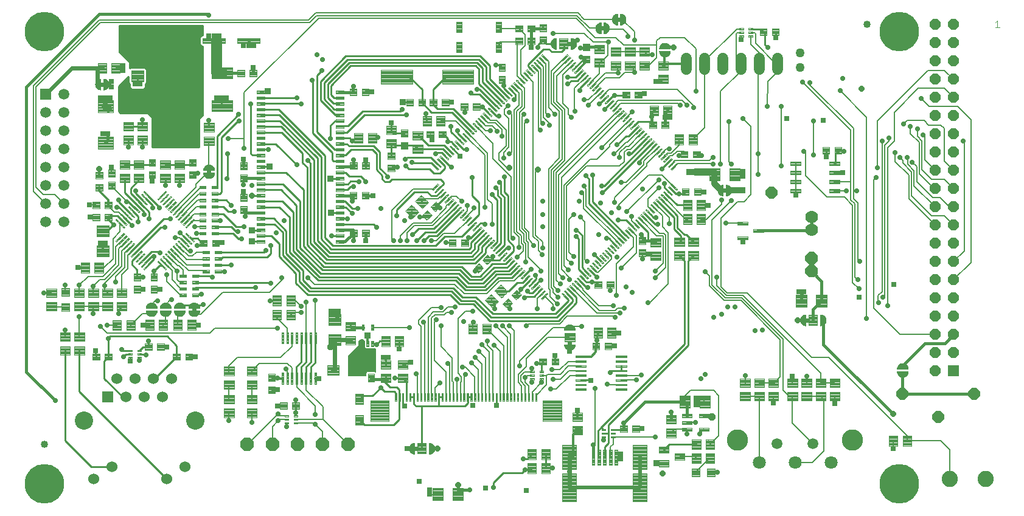
<source format=gtl>
G75*
%MOIN*%
%OFA0B0*%
%FSLAX25Y25*%
%IPPOS*%
%LPD*%
%AMOC8*
5,1,8,0,0,1.08239X$1,22.5*
%
%ADD10C,0.00400*%
%ADD11C,0.04000*%
%ADD12C,0.00394*%
%ADD13C,0.00409*%
%ADD14C,0.00402*%
%ADD15C,0.00378*%
%ADD16OC8,0.06496*%
%ADD17C,0.00425*%
%ADD18C,0.00457*%
%ADD19C,0.00390*%
%ADD20C,0.00100*%
%ADD21R,0.05906X0.05906*%
%ADD22OC8,0.05906*%
%ADD23C,0.05906*%
%ADD24OC8,0.07087*%
%ADD25C,0.07087*%
%ADD26C,0.11661*%
%ADD27C,0.06000*%
%ADD28R,0.06000X0.06000*%
%ADD29C,0.10000*%
%ADD30C,0.00403*%
%ADD31C,0.00396*%
%ADD32C,0.00413*%
%ADD33C,0.00404*%
%ADD34C,0.08858*%
%ADD35C,0.05906*%
%ADD36C,0.00400*%
%ADD37C,0.00390*%
%ADD38C,0.05000*%
%ADD39C,0.07000*%
%ADD40OC8,0.07000*%
%ADD41C,0.00406*%
%ADD42C,0.21654*%
%ADD43OC8,0.02781*%
%ADD44R,0.02781X0.02781*%
%ADD45R,0.03175X0.03175*%
%ADD46C,0.00600*%
%ADD47C,0.01600*%
%ADD48C,0.01000*%
%ADD49OC8,0.03175*%
%ADD50C,0.00800*%
%ADD51C,0.01400*%
%ADD52C,0.00900*%
%ADD53C,0.01200*%
%ADD54C,0.02400*%
%ADD55C,0.03200*%
%ADD56OC8,0.03962*%
%ADD57C,0.04000*%
%ADD58OC8,0.03569*%
%ADD59C,0.06000*%
%ADD60C,0.02000*%
D10*
X0268078Y0187749D02*
X0271178Y0187749D01*
X0268078Y0187749D02*
X0268078Y0188349D01*
X0271178Y0188349D01*
X0271178Y0187749D01*
X0271178Y0188148D02*
X0268078Y0188148D01*
X0272328Y0185249D02*
X0276928Y0185249D01*
X0272328Y0185249D02*
X0272328Y0190849D01*
X0276928Y0190849D01*
X0276928Y0185249D01*
X0276928Y0185648D02*
X0272328Y0185648D01*
X0272328Y0186047D02*
X0276928Y0186047D01*
X0276928Y0186446D02*
X0272328Y0186446D01*
X0272328Y0186845D02*
X0276928Y0186845D01*
X0276928Y0187244D02*
X0272328Y0187244D01*
X0272328Y0187643D02*
X0276928Y0187643D01*
X0276928Y0188042D02*
X0272328Y0188042D01*
X0272328Y0188441D02*
X0276928Y0188441D01*
X0276928Y0188840D02*
X0272328Y0188840D01*
X0272328Y0189239D02*
X0276928Y0189239D01*
X0276928Y0189638D02*
X0272328Y0189638D01*
X0272328Y0190037D02*
X0276928Y0190037D01*
X0276928Y0190436D02*
X0272328Y0190436D01*
X0272328Y0190835D02*
X0276928Y0190835D01*
X0279578Y0187749D02*
X0281178Y0187749D01*
X0279578Y0187749D02*
X0279578Y0188349D01*
X0281178Y0188349D01*
X0281178Y0187749D01*
X0281178Y0188148D02*
X0279578Y0188148D01*
X0355878Y0242499D02*
X0355878Y0245599D01*
X0355878Y0242499D02*
X0355278Y0242499D01*
X0355278Y0245599D01*
X0355878Y0245599D01*
X0355878Y0242898D02*
X0355278Y0242898D01*
X0355278Y0243297D02*
X0355878Y0243297D01*
X0355878Y0243696D02*
X0355278Y0243696D01*
X0355278Y0244095D02*
X0355878Y0244095D01*
X0355878Y0244494D02*
X0355278Y0244494D01*
X0355278Y0244893D02*
X0355878Y0244893D01*
X0355878Y0245292D02*
X0355278Y0245292D01*
X0358378Y0246749D02*
X0358378Y0251349D01*
X0358378Y0246749D02*
X0352778Y0246749D01*
X0352778Y0251349D01*
X0358378Y0251349D01*
X0358378Y0247148D02*
X0352778Y0247148D01*
X0352778Y0247547D02*
X0358378Y0247547D01*
X0358378Y0247946D02*
X0352778Y0247946D01*
X0352778Y0248345D02*
X0358378Y0248345D01*
X0358378Y0248744D02*
X0352778Y0248744D01*
X0352778Y0249143D02*
X0358378Y0249143D01*
X0358378Y0249542D02*
X0352778Y0249542D01*
X0352778Y0249941D02*
X0358378Y0249941D01*
X0358378Y0250340D02*
X0352778Y0250340D01*
X0352778Y0250739D02*
X0358378Y0250739D01*
X0358378Y0251138D02*
X0352778Y0251138D01*
X0355878Y0253999D02*
X0355878Y0255599D01*
X0355878Y0253999D02*
X0355278Y0253999D01*
X0355278Y0255599D01*
X0355878Y0255599D01*
X0355878Y0254398D02*
X0355278Y0254398D01*
X0355278Y0254797D02*
X0355878Y0254797D01*
X0355878Y0255196D02*
X0355278Y0255196D01*
X0355278Y0255595D02*
X0355878Y0255595D01*
X0437128Y0329349D02*
X0440228Y0329349D01*
X0437128Y0329349D02*
X0437128Y0329949D01*
X0440228Y0329949D01*
X0440228Y0329349D01*
X0440228Y0329748D02*
X0437128Y0329748D01*
X0442128Y0329349D02*
X0443728Y0329349D01*
X0442128Y0329349D02*
X0442128Y0329949D01*
X0443728Y0329949D01*
X0443728Y0329349D01*
X0443728Y0329748D02*
X0442128Y0329748D01*
X0482378Y0258199D02*
X0485478Y0258199D01*
X0482378Y0258199D02*
X0482378Y0258799D01*
X0485478Y0258799D01*
X0485478Y0258199D01*
X0485478Y0258598D02*
X0482378Y0258598D01*
X0486628Y0255699D02*
X0491228Y0255699D01*
X0486628Y0255699D02*
X0486628Y0261299D01*
X0491228Y0261299D01*
X0491228Y0255699D01*
X0491228Y0256098D02*
X0486628Y0256098D01*
X0486628Y0256497D02*
X0491228Y0256497D01*
X0491228Y0256896D02*
X0486628Y0256896D01*
X0486628Y0257295D02*
X0491228Y0257295D01*
X0491228Y0257694D02*
X0486628Y0257694D01*
X0486628Y0258093D02*
X0491228Y0258093D01*
X0491228Y0258492D02*
X0486628Y0258492D01*
X0486628Y0258891D02*
X0491228Y0258891D01*
X0491228Y0259290D02*
X0486628Y0259290D01*
X0486628Y0259689D02*
X0491228Y0259689D01*
X0491228Y0260088D02*
X0486628Y0260088D01*
X0486628Y0260487D02*
X0491228Y0260487D01*
X0491228Y0260886D02*
X0486628Y0260886D01*
X0486628Y0261285D02*
X0491228Y0261285D01*
X0493878Y0258199D02*
X0495478Y0258199D01*
X0493878Y0258199D02*
X0493878Y0258799D01*
X0495478Y0258799D01*
X0495478Y0258199D01*
X0495478Y0258598D02*
X0493878Y0258598D01*
X0538278Y0234299D02*
X0538278Y0232699D01*
X0537678Y0232699D01*
X0537678Y0234299D01*
X0538278Y0234299D01*
X0538278Y0233098D02*
X0537678Y0233098D01*
X0537678Y0233497D02*
X0538278Y0233497D01*
X0538278Y0233896D02*
X0537678Y0233896D01*
X0537678Y0234295D02*
X0538278Y0234295D01*
X0538278Y0229299D02*
X0538278Y0227699D01*
X0537678Y0227699D01*
X0537678Y0229299D01*
X0538278Y0229299D01*
X0538278Y0228098D02*
X0537678Y0228098D01*
X0537678Y0228497D02*
X0538278Y0228497D01*
X0538278Y0228896D02*
X0537678Y0228896D01*
X0537678Y0229295D02*
X0538278Y0229295D01*
X0407378Y0403399D02*
X0407378Y0404999D01*
X0407978Y0404999D01*
X0407978Y0403399D01*
X0407378Y0403399D01*
X0407378Y0403798D02*
X0407978Y0403798D01*
X0407978Y0404197D02*
X0407378Y0404197D01*
X0407378Y0404596D02*
X0407978Y0404596D01*
X0407978Y0404995D02*
X0407378Y0404995D01*
X0407378Y0408399D02*
X0407378Y0409999D01*
X0407978Y0409999D01*
X0407978Y0408399D01*
X0407378Y0408399D01*
X0407378Y0408798D02*
X0407978Y0408798D01*
X0407978Y0409197D02*
X0407378Y0409197D01*
X0407378Y0409596D02*
X0407978Y0409596D01*
X0407978Y0409995D02*
X0407378Y0409995D01*
X0385878Y0423749D02*
X0382778Y0423749D01*
X0385878Y0423749D02*
X0385878Y0423149D01*
X0382778Y0423149D01*
X0382778Y0423749D01*
X0382778Y0423548D02*
X0385878Y0423548D01*
X0380878Y0423749D02*
X0379278Y0423749D01*
X0380878Y0423749D02*
X0380878Y0423149D01*
X0379278Y0423149D01*
X0379278Y0423749D01*
X0379278Y0423548D02*
X0380878Y0423548D01*
X0376778Y0418299D02*
X0375178Y0418299D01*
X0375178Y0418899D01*
X0376778Y0418899D01*
X0376778Y0418299D01*
X0376778Y0418698D02*
X0375178Y0418698D01*
X0373278Y0418299D02*
X0370178Y0418299D01*
X0370178Y0418899D01*
X0373278Y0418899D01*
X0373278Y0418299D01*
X0373278Y0418698D02*
X0370178Y0418698D01*
X0358828Y0410399D02*
X0355728Y0410399D01*
X0358828Y0410399D02*
X0358828Y0409799D01*
X0355728Y0409799D01*
X0355728Y0410399D01*
X0355728Y0410198D02*
X0358828Y0410198D01*
X0354578Y0412899D02*
X0349978Y0412899D01*
X0354578Y0412899D02*
X0354578Y0407299D01*
X0349978Y0407299D01*
X0349978Y0412899D01*
X0349978Y0407698D02*
X0354578Y0407698D01*
X0354578Y0408097D02*
X0349978Y0408097D01*
X0349978Y0408496D02*
X0354578Y0408496D01*
X0354578Y0408895D02*
X0349978Y0408895D01*
X0349978Y0409294D02*
X0354578Y0409294D01*
X0354578Y0409693D02*
X0349978Y0409693D01*
X0349978Y0410092D02*
X0354578Y0410092D01*
X0354578Y0410491D02*
X0349978Y0410491D01*
X0349978Y0410890D02*
X0354578Y0410890D01*
X0354578Y0411289D02*
X0349978Y0411289D01*
X0349978Y0411688D02*
X0354578Y0411688D01*
X0354578Y0412087D02*
X0349978Y0412087D01*
X0349978Y0412486D02*
X0354578Y0412486D01*
X0354578Y0412885D02*
X0349978Y0412885D01*
X0347328Y0410399D02*
X0345728Y0410399D01*
X0347328Y0410399D02*
X0347328Y0409799D01*
X0345728Y0409799D01*
X0345728Y0410399D01*
X0345728Y0410198D02*
X0347328Y0410198D01*
X0157628Y0343249D02*
X0157628Y0340149D01*
X0157628Y0343249D02*
X0158228Y0343249D01*
X0158228Y0340149D01*
X0157628Y0340149D01*
X0157628Y0340548D02*
X0158228Y0340548D01*
X0158228Y0340947D02*
X0157628Y0340947D01*
X0157628Y0341346D02*
X0158228Y0341346D01*
X0158228Y0341745D02*
X0157628Y0341745D01*
X0157628Y0342144D02*
X0158228Y0342144D01*
X0158228Y0342543D02*
X0157628Y0342543D01*
X0157628Y0342942D02*
X0158228Y0342942D01*
X0157628Y0338249D02*
X0157628Y0336649D01*
X0157628Y0338249D02*
X0158228Y0338249D01*
X0158228Y0336649D01*
X0157628Y0336649D01*
X0157628Y0337048D02*
X0158228Y0337048D01*
X0158228Y0337447D02*
X0157628Y0337447D01*
X0157628Y0337846D02*
X0158228Y0337846D01*
X0158228Y0338245D02*
X0157628Y0338245D01*
X0102728Y0388099D02*
X0099628Y0388099D01*
X0102728Y0388099D02*
X0102728Y0387499D01*
X0099628Y0387499D01*
X0099628Y0388099D01*
X0099628Y0387898D02*
X0102728Y0387898D01*
X0097728Y0388099D02*
X0096128Y0388099D01*
X0097728Y0388099D02*
X0097728Y0387499D01*
X0096128Y0387499D01*
X0096128Y0388099D01*
X0096128Y0387898D02*
X0097728Y0387898D01*
X0126728Y0267599D02*
X0126728Y0265999D01*
X0126128Y0265999D01*
X0126128Y0267599D01*
X0126728Y0267599D01*
X0126728Y0266398D02*
X0126128Y0266398D01*
X0126128Y0266797D02*
X0126728Y0266797D01*
X0126728Y0267196D02*
X0126128Y0267196D01*
X0126128Y0267595D02*
X0126728Y0267595D01*
X0126728Y0262599D02*
X0126728Y0260999D01*
X0126128Y0260999D01*
X0126128Y0262599D01*
X0126728Y0262599D01*
X0126728Y0261398D02*
X0126128Y0261398D01*
X0126128Y0261797D02*
X0126728Y0261797D01*
X0126728Y0262196D02*
X0126128Y0262196D01*
X0126128Y0262595D02*
X0126728Y0262595D01*
X0133828Y0262599D02*
X0133828Y0260999D01*
X0133828Y0262599D02*
X0134428Y0262599D01*
X0134428Y0260999D01*
X0133828Y0260999D01*
X0133828Y0261398D02*
X0134428Y0261398D01*
X0134428Y0261797D02*
X0133828Y0261797D01*
X0133828Y0262196D02*
X0134428Y0262196D01*
X0134428Y0262595D02*
X0133828Y0262595D01*
X0133828Y0265999D02*
X0133828Y0267599D01*
X0134428Y0267599D01*
X0134428Y0265999D01*
X0133828Y0265999D01*
X0133828Y0266398D02*
X0134428Y0266398D01*
X0134428Y0266797D02*
X0133828Y0266797D01*
X0133828Y0267196D02*
X0134428Y0267196D01*
X0134428Y0267595D02*
X0133828Y0267595D01*
X0141528Y0267599D02*
X0141528Y0265999D01*
X0141528Y0267599D02*
X0142128Y0267599D01*
X0142128Y0265999D01*
X0141528Y0265999D01*
X0141528Y0266398D02*
X0142128Y0266398D01*
X0142128Y0266797D02*
X0141528Y0266797D01*
X0141528Y0267196D02*
X0142128Y0267196D01*
X0142128Y0267595D02*
X0141528Y0267595D01*
X0141528Y0262599D02*
X0141528Y0260999D01*
X0141528Y0262599D02*
X0142128Y0262599D01*
X0142128Y0260999D01*
X0141528Y0260999D01*
X0141528Y0261398D02*
X0142128Y0261398D01*
X0142128Y0261797D02*
X0141528Y0261797D01*
X0141528Y0262196D02*
X0142128Y0262196D01*
X0142128Y0262595D02*
X0141528Y0262595D01*
X0149478Y0262599D02*
X0149478Y0260999D01*
X0149478Y0262599D02*
X0150078Y0262599D01*
X0150078Y0260999D01*
X0149478Y0260999D01*
X0149478Y0261398D02*
X0150078Y0261398D01*
X0150078Y0261797D02*
X0149478Y0261797D01*
X0149478Y0262196D02*
X0150078Y0262196D01*
X0150078Y0262595D02*
X0149478Y0262595D01*
X0149478Y0264499D02*
X0149478Y0267599D01*
X0150078Y0267599D01*
X0150078Y0264499D01*
X0149478Y0264499D01*
X0149478Y0264898D02*
X0150078Y0264898D01*
X0150078Y0265297D02*
X0149478Y0265297D01*
X0149478Y0265696D02*
X0150078Y0265696D01*
X0150078Y0266095D02*
X0149478Y0266095D01*
X0149478Y0266494D02*
X0150078Y0266494D01*
X0150078Y0266893D02*
X0149478Y0266893D01*
X0149478Y0267292D02*
X0150078Y0267292D01*
X0588749Y0419129D02*
X0591151Y0419129D01*
X0589950Y0419129D02*
X0589950Y0422732D01*
X0588749Y0421531D01*
D11*
X0518510Y0420547D03*
X0067723Y0190232D03*
D12*
X0094114Y0236528D02*
X0098050Y0236528D01*
X0094114Y0236528D02*
X0094114Y0240070D01*
X0098050Y0240070D01*
X0098050Y0236528D01*
X0098050Y0236921D02*
X0094114Y0236921D01*
X0094114Y0237314D02*
X0098050Y0237314D01*
X0098050Y0237707D02*
X0094114Y0237707D01*
X0094114Y0238100D02*
X0098050Y0238100D01*
X0098050Y0238493D02*
X0094114Y0238493D01*
X0094114Y0238886D02*
X0098050Y0238886D01*
X0098050Y0239279D02*
X0094114Y0239279D01*
X0094114Y0239672D02*
X0098050Y0239672D01*
X0098050Y0240065D02*
X0094114Y0240065D01*
X0100807Y0236528D02*
X0104743Y0236528D01*
X0100807Y0236528D02*
X0100807Y0240070D01*
X0104743Y0240070D01*
X0104743Y0236528D01*
X0104743Y0236921D02*
X0100807Y0236921D01*
X0100807Y0237314D02*
X0104743Y0237314D01*
X0104743Y0237707D02*
X0100807Y0237707D01*
X0100807Y0238100D02*
X0104743Y0238100D01*
X0104743Y0238493D02*
X0100807Y0238493D01*
X0100807Y0238886D02*
X0104743Y0238886D01*
X0104743Y0239279D02*
X0100807Y0239279D01*
X0100807Y0239672D02*
X0104743Y0239672D01*
X0104743Y0240065D02*
X0100807Y0240065D01*
X0122964Y0242028D02*
X0126900Y0242028D01*
X0122964Y0242028D02*
X0122964Y0245570D01*
X0126900Y0245570D01*
X0126900Y0242028D01*
X0126900Y0242421D02*
X0122964Y0242421D01*
X0122964Y0242814D02*
X0126900Y0242814D01*
X0126900Y0243207D02*
X0122964Y0243207D01*
X0122964Y0243600D02*
X0126900Y0243600D01*
X0126900Y0243993D02*
X0122964Y0243993D01*
X0122964Y0244386D02*
X0126900Y0244386D01*
X0126900Y0244779D02*
X0122964Y0244779D01*
X0122964Y0245172D02*
X0126900Y0245172D01*
X0126900Y0245565D02*
X0122964Y0245565D01*
X0129657Y0242028D02*
X0133593Y0242028D01*
X0129657Y0242028D02*
X0129657Y0245570D01*
X0133593Y0245570D01*
X0133593Y0242028D01*
X0133593Y0242421D02*
X0129657Y0242421D01*
X0129657Y0242814D02*
X0133593Y0242814D01*
X0133593Y0243207D02*
X0129657Y0243207D01*
X0129657Y0243600D02*
X0133593Y0243600D01*
X0133593Y0243993D02*
X0129657Y0243993D01*
X0129657Y0244386D02*
X0133593Y0244386D01*
X0133593Y0244779D02*
X0129657Y0244779D01*
X0129657Y0245172D02*
X0133593Y0245172D01*
X0133593Y0245565D02*
X0129657Y0245565D01*
X0138364Y0240070D02*
X0142300Y0240070D01*
X0142300Y0236528D01*
X0138364Y0236528D01*
X0138364Y0240070D01*
X0138364Y0236921D02*
X0142300Y0236921D01*
X0142300Y0237314D02*
X0138364Y0237314D01*
X0138364Y0237707D02*
X0142300Y0237707D01*
X0142300Y0238100D02*
X0138364Y0238100D01*
X0138364Y0238493D02*
X0142300Y0238493D01*
X0142300Y0238886D02*
X0138364Y0238886D01*
X0138364Y0239279D02*
X0142300Y0239279D01*
X0142300Y0239672D02*
X0138364Y0239672D01*
X0138364Y0240065D02*
X0142300Y0240065D01*
X0145057Y0240070D02*
X0148993Y0240070D01*
X0148993Y0236528D01*
X0145057Y0236528D01*
X0145057Y0240070D01*
X0145057Y0236921D02*
X0148993Y0236921D01*
X0148993Y0237314D02*
X0145057Y0237314D01*
X0145057Y0237707D02*
X0148993Y0237707D01*
X0148993Y0238100D02*
X0145057Y0238100D01*
X0145057Y0238493D02*
X0148993Y0238493D01*
X0148993Y0238886D02*
X0145057Y0238886D01*
X0145057Y0239279D02*
X0148993Y0239279D01*
X0148993Y0239672D02*
X0145057Y0239672D01*
X0145057Y0240065D02*
X0148993Y0240065D01*
X0152246Y0271297D02*
X0152246Y0272871D01*
X0152246Y0271297D02*
X0148704Y0271297D01*
X0148704Y0272871D01*
X0152246Y0272871D01*
X0152246Y0271690D02*
X0148704Y0271690D01*
X0148704Y0272083D02*
X0152246Y0272083D01*
X0152246Y0272476D02*
X0148704Y0272476D01*
X0148704Y0272869D02*
X0152246Y0272869D01*
X0152246Y0274841D02*
X0152246Y0276415D01*
X0152246Y0274841D02*
X0148704Y0274841D01*
X0148704Y0276415D01*
X0152246Y0276415D01*
X0152246Y0275234D02*
X0148704Y0275234D01*
X0148704Y0275627D02*
X0152246Y0275627D01*
X0152246Y0276020D02*
X0148704Y0276020D01*
X0148704Y0276413D02*
X0152246Y0276413D01*
X0152246Y0278384D02*
X0152246Y0279958D01*
X0152246Y0278384D02*
X0148704Y0278384D01*
X0148704Y0279958D01*
X0152246Y0279958D01*
X0152246Y0278777D02*
X0148704Y0278777D01*
X0148704Y0279170D02*
X0152246Y0279170D01*
X0152246Y0279563D02*
X0148704Y0279563D01*
X0148704Y0279956D02*
X0152246Y0279956D01*
X0152246Y0281927D02*
X0152246Y0283501D01*
X0152246Y0281927D02*
X0148704Y0281927D01*
X0148704Y0283501D01*
X0152246Y0283501D01*
X0152246Y0282320D02*
X0148704Y0282320D01*
X0148704Y0282713D02*
X0152246Y0282713D01*
X0152246Y0283106D02*
X0148704Y0283106D01*
X0148704Y0283499D02*
X0152246Y0283499D01*
X0158203Y0284297D02*
X0158203Y0285871D01*
X0158203Y0284297D02*
X0154661Y0284297D01*
X0154661Y0285871D01*
X0158203Y0285871D01*
X0158203Y0284690D02*
X0154661Y0284690D01*
X0154661Y0285083D02*
X0158203Y0285083D01*
X0158203Y0285476D02*
X0154661Y0285476D01*
X0154661Y0285869D02*
X0158203Y0285869D01*
X0158203Y0287841D02*
X0158203Y0289415D01*
X0158203Y0287841D02*
X0154661Y0287841D01*
X0154661Y0289415D01*
X0158203Y0289415D01*
X0158203Y0288234D02*
X0154661Y0288234D01*
X0154661Y0288627D02*
X0158203Y0288627D01*
X0158203Y0289020D02*
X0154661Y0289020D01*
X0154661Y0289413D02*
X0158203Y0289413D01*
X0158203Y0291384D02*
X0158203Y0292958D01*
X0158203Y0291384D02*
X0154661Y0291384D01*
X0154661Y0292958D01*
X0158203Y0292958D01*
X0158203Y0291777D02*
X0154661Y0291777D01*
X0154661Y0292170D02*
X0158203Y0292170D01*
X0158203Y0292563D02*
X0154661Y0292563D01*
X0154661Y0292956D02*
X0158203Y0292956D01*
X0158203Y0294927D02*
X0158203Y0296501D01*
X0158203Y0294927D02*
X0154661Y0294927D01*
X0154661Y0296501D01*
X0158203Y0296501D01*
X0158203Y0295320D02*
X0154661Y0295320D01*
X0154661Y0295713D02*
X0158203Y0295713D01*
X0158203Y0296106D02*
X0154661Y0296106D01*
X0154661Y0296499D02*
X0158203Y0296499D01*
X0164896Y0296501D02*
X0164896Y0294927D01*
X0161354Y0294927D01*
X0161354Y0296501D01*
X0164896Y0296501D01*
X0164896Y0295320D02*
X0161354Y0295320D01*
X0161354Y0295713D02*
X0164896Y0295713D01*
X0164896Y0296106D02*
X0161354Y0296106D01*
X0161354Y0296499D02*
X0164896Y0296499D01*
X0164896Y0292958D02*
X0164896Y0291384D01*
X0161354Y0291384D01*
X0161354Y0292958D01*
X0164896Y0292958D01*
X0164896Y0291777D02*
X0161354Y0291777D01*
X0161354Y0292170D02*
X0164896Y0292170D01*
X0164896Y0292563D02*
X0161354Y0292563D01*
X0161354Y0292956D02*
X0164896Y0292956D01*
X0164896Y0289415D02*
X0164896Y0287841D01*
X0161354Y0287841D01*
X0161354Y0289415D01*
X0164896Y0289415D01*
X0164896Y0288234D02*
X0161354Y0288234D01*
X0161354Y0288627D02*
X0164896Y0288627D01*
X0164896Y0289020D02*
X0161354Y0289020D01*
X0161354Y0289413D02*
X0164896Y0289413D01*
X0164896Y0285871D02*
X0164896Y0284297D01*
X0161354Y0284297D01*
X0161354Y0285871D01*
X0164896Y0285871D01*
X0164896Y0284690D02*
X0161354Y0284690D01*
X0161354Y0285083D02*
X0164896Y0285083D01*
X0164896Y0285476D02*
X0161354Y0285476D01*
X0161354Y0285869D02*
X0164896Y0285869D01*
X0163643Y0298928D02*
X0159707Y0298928D01*
X0159707Y0302470D01*
X0163643Y0302470D01*
X0163643Y0298928D01*
X0163643Y0299321D02*
X0159707Y0299321D01*
X0159707Y0299714D02*
X0163643Y0299714D01*
X0163643Y0300107D02*
X0159707Y0300107D01*
X0159707Y0300500D02*
X0163643Y0300500D01*
X0163643Y0300893D02*
X0159707Y0300893D01*
X0159707Y0301286D02*
X0163643Y0301286D01*
X0163643Y0301679D02*
X0159707Y0301679D01*
X0159707Y0302072D02*
X0163643Y0302072D01*
X0163643Y0302465D02*
X0159707Y0302465D01*
X0163046Y0305197D02*
X0163046Y0306771D01*
X0163046Y0305197D02*
X0159504Y0305197D01*
X0159504Y0306771D01*
X0163046Y0306771D01*
X0163046Y0305590D02*
X0159504Y0305590D01*
X0159504Y0305983D02*
X0163046Y0305983D01*
X0163046Y0306376D02*
X0159504Y0306376D01*
X0159504Y0306769D02*
X0163046Y0306769D01*
X0163046Y0308741D02*
X0163046Y0310315D01*
X0163046Y0308741D02*
X0159504Y0308741D01*
X0159504Y0310315D01*
X0163046Y0310315D01*
X0163046Y0309134D02*
X0159504Y0309134D01*
X0159504Y0309527D02*
X0163046Y0309527D01*
X0163046Y0309920D02*
X0159504Y0309920D01*
X0159504Y0310313D02*
X0163046Y0310313D01*
X0163046Y0312284D02*
X0163046Y0313858D01*
X0163046Y0312284D02*
X0159504Y0312284D01*
X0159504Y0313858D01*
X0163046Y0313858D01*
X0163046Y0312677D02*
X0159504Y0312677D01*
X0159504Y0313070D02*
X0163046Y0313070D01*
X0163046Y0313463D02*
X0159504Y0313463D01*
X0159504Y0313856D02*
X0163046Y0313856D01*
X0163046Y0315827D02*
X0163046Y0317401D01*
X0163046Y0315827D02*
X0159504Y0315827D01*
X0159504Y0317401D01*
X0163046Y0317401D01*
X0163046Y0316220D02*
X0159504Y0316220D01*
X0159504Y0316613D02*
X0163046Y0316613D01*
X0163046Y0317006D02*
X0159504Y0317006D01*
X0159504Y0317399D02*
X0163046Y0317399D01*
X0162946Y0319897D02*
X0162946Y0321471D01*
X0162946Y0319897D02*
X0159404Y0319897D01*
X0159404Y0321471D01*
X0162946Y0321471D01*
X0162946Y0320290D02*
X0159404Y0320290D01*
X0159404Y0320683D02*
X0162946Y0320683D01*
X0162946Y0321076D02*
X0159404Y0321076D01*
X0159404Y0321469D02*
X0162946Y0321469D01*
X0162946Y0323441D02*
X0162946Y0325015D01*
X0162946Y0323441D02*
X0159404Y0323441D01*
X0159404Y0325015D01*
X0162946Y0325015D01*
X0162946Y0323834D02*
X0159404Y0323834D01*
X0159404Y0324227D02*
X0162946Y0324227D01*
X0162946Y0324620D02*
X0159404Y0324620D01*
X0159404Y0325013D02*
X0162946Y0325013D01*
X0162946Y0326984D02*
X0162946Y0328558D01*
X0162946Y0326984D02*
X0159404Y0326984D01*
X0159404Y0328558D01*
X0162946Y0328558D01*
X0162946Y0327377D02*
X0159404Y0327377D01*
X0159404Y0327770D02*
X0162946Y0327770D01*
X0162946Y0328163D02*
X0159404Y0328163D01*
X0159404Y0328556D02*
X0162946Y0328556D01*
X0162946Y0330527D02*
X0162946Y0332101D01*
X0162946Y0330527D02*
X0159404Y0330527D01*
X0159404Y0332101D01*
X0162946Y0332101D01*
X0162946Y0330920D02*
X0159404Y0330920D01*
X0159404Y0331313D02*
X0162946Y0331313D01*
X0162946Y0331706D02*
X0159404Y0331706D01*
X0159404Y0332099D02*
X0162946Y0332099D01*
X0156253Y0332101D02*
X0156253Y0330527D01*
X0152711Y0330527D01*
X0152711Y0332101D01*
X0156253Y0332101D01*
X0156253Y0330920D02*
X0152711Y0330920D01*
X0152711Y0331313D02*
X0156253Y0331313D01*
X0156253Y0331706D02*
X0152711Y0331706D01*
X0152711Y0332099D02*
X0156253Y0332099D01*
X0156253Y0328558D02*
X0156253Y0326984D01*
X0152711Y0326984D01*
X0152711Y0328558D01*
X0156253Y0328558D01*
X0156253Y0327377D02*
X0152711Y0327377D01*
X0152711Y0327770D02*
X0156253Y0327770D01*
X0156253Y0328163D02*
X0152711Y0328163D01*
X0152711Y0328556D02*
X0156253Y0328556D01*
X0156253Y0325015D02*
X0156253Y0323441D01*
X0152711Y0323441D01*
X0152711Y0325015D01*
X0156253Y0325015D01*
X0156253Y0323834D02*
X0152711Y0323834D01*
X0152711Y0324227D02*
X0156253Y0324227D01*
X0156253Y0324620D02*
X0152711Y0324620D01*
X0152711Y0325013D02*
X0156253Y0325013D01*
X0156253Y0321471D02*
X0156253Y0319897D01*
X0152711Y0319897D01*
X0152711Y0321471D01*
X0156253Y0321471D01*
X0156253Y0320290D02*
X0152711Y0320290D01*
X0152711Y0320683D02*
X0156253Y0320683D01*
X0156253Y0321076D02*
X0152711Y0321076D01*
X0152711Y0321469D02*
X0156253Y0321469D01*
X0156353Y0317401D02*
X0156353Y0315827D01*
X0152811Y0315827D01*
X0152811Y0317401D01*
X0156353Y0317401D01*
X0156353Y0316220D02*
X0152811Y0316220D01*
X0152811Y0316613D02*
X0156353Y0316613D01*
X0156353Y0317006D02*
X0152811Y0317006D01*
X0152811Y0317399D02*
X0156353Y0317399D01*
X0156353Y0313858D02*
X0156353Y0312284D01*
X0152811Y0312284D01*
X0152811Y0313858D01*
X0156353Y0313858D01*
X0156353Y0312677D02*
X0152811Y0312677D01*
X0152811Y0313070D02*
X0156353Y0313070D01*
X0156353Y0313463D02*
X0152811Y0313463D01*
X0152811Y0313856D02*
X0156353Y0313856D01*
X0156353Y0310315D02*
X0156353Y0308741D01*
X0152811Y0308741D01*
X0152811Y0310315D01*
X0156353Y0310315D01*
X0156353Y0309134D02*
X0152811Y0309134D01*
X0152811Y0309527D02*
X0156353Y0309527D01*
X0156353Y0309920D02*
X0152811Y0309920D01*
X0152811Y0310313D02*
X0156353Y0310313D01*
X0156353Y0306771D02*
X0156353Y0305197D01*
X0152811Y0305197D01*
X0152811Y0306771D01*
X0156353Y0306771D01*
X0156353Y0305590D02*
X0152811Y0305590D01*
X0152811Y0305983D02*
X0156353Y0305983D01*
X0156353Y0306376D02*
X0152811Y0306376D01*
X0152811Y0306769D02*
X0156353Y0306769D01*
X0156950Y0298928D02*
X0153014Y0298928D01*
X0153014Y0302470D01*
X0156950Y0302470D01*
X0156950Y0298928D01*
X0156950Y0299321D02*
X0153014Y0299321D01*
X0153014Y0299714D02*
X0156950Y0299714D01*
X0156950Y0300107D02*
X0153014Y0300107D01*
X0153014Y0300500D02*
X0156950Y0300500D01*
X0156950Y0300893D02*
X0153014Y0300893D01*
X0153014Y0301286D02*
X0156950Y0301286D01*
X0156950Y0301679D02*
X0153014Y0301679D01*
X0153014Y0302072D02*
X0156950Y0302072D01*
X0156950Y0302465D02*
X0153014Y0302465D01*
X0145553Y0283501D02*
X0145553Y0281927D01*
X0142011Y0281927D01*
X0142011Y0283501D01*
X0145553Y0283501D01*
X0145553Y0282320D02*
X0142011Y0282320D01*
X0142011Y0282713D02*
X0145553Y0282713D01*
X0145553Y0283106D02*
X0142011Y0283106D01*
X0142011Y0283499D02*
X0145553Y0283499D01*
X0145553Y0279958D02*
X0145553Y0278384D01*
X0142011Y0278384D01*
X0142011Y0279958D01*
X0145553Y0279958D01*
X0145553Y0278777D02*
X0142011Y0278777D01*
X0142011Y0279170D02*
X0145553Y0279170D01*
X0145553Y0279563D02*
X0142011Y0279563D01*
X0142011Y0279956D02*
X0145553Y0279956D01*
X0145553Y0276415D02*
X0145553Y0274841D01*
X0142011Y0274841D01*
X0142011Y0276415D01*
X0145553Y0276415D01*
X0145553Y0275234D02*
X0142011Y0275234D01*
X0142011Y0275627D02*
X0145553Y0275627D01*
X0145553Y0276020D02*
X0142011Y0276020D01*
X0142011Y0276413D02*
X0145553Y0276413D01*
X0145553Y0272871D02*
X0145553Y0271297D01*
X0142011Y0271297D01*
X0142011Y0272871D01*
X0145553Y0272871D01*
X0145553Y0271690D02*
X0142011Y0271690D01*
X0142011Y0272083D02*
X0145553Y0272083D01*
X0145553Y0272476D02*
X0142011Y0272476D01*
X0142011Y0272869D02*
X0145553Y0272869D01*
X0126107Y0273335D02*
X0126107Y0277271D01*
X0129649Y0277271D01*
X0129649Y0273335D01*
X0126107Y0273335D01*
X0126107Y0273728D02*
X0129649Y0273728D01*
X0129649Y0274121D02*
X0126107Y0274121D01*
X0126107Y0274514D02*
X0129649Y0274514D01*
X0129649Y0274907D02*
X0126107Y0274907D01*
X0126107Y0275300D02*
X0129649Y0275300D01*
X0129649Y0275693D02*
X0126107Y0275693D01*
X0126107Y0276086D02*
X0129649Y0276086D01*
X0129649Y0276479D02*
X0126107Y0276479D01*
X0126107Y0276872D02*
X0129649Y0276872D01*
X0129649Y0277265D02*
X0126107Y0277265D01*
X0126107Y0280028D02*
X0126107Y0283964D01*
X0129649Y0283964D01*
X0129649Y0280028D01*
X0126107Y0280028D01*
X0126107Y0280421D02*
X0129649Y0280421D01*
X0129649Y0280814D02*
X0126107Y0280814D01*
X0126107Y0281207D02*
X0129649Y0281207D01*
X0129649Y0281600D02*
X0126107Y0281600D01*
X0126107Y0281993D02*
X0129649Y0281993D01*
X0129649Y0282386D02*
X0126107Y0282386D01*
X0126107Y0282779D02*
X0129649Y0282779D01*
X0129649Y0283172D02*
X0126107Y0283172D01*
X0126107Y0283565D02*
X0129649Y0283565D01*
X0129649Y0283958D02*
X0126107Y0283958D01*
X0116907Y0284014D02*
X0116907Y0280078D01*
X0116907Y0284014D02*
X0120449Y0284014D01*
X0120449Y0280078D01*
X0116907Y0280078D01*
X0116907Y0280471D02*
X0120449Y0280471D01*
X0120449Y0280864D02*
X0116907Y0280864D01*
X0116907Y0281257D02*
X0120449Y0281257D01*
X0120449Y0281650D02*
X0116907Y0281650D01*
X0116907Y0282043D02*
X0120449Y0282043D01*
X0120449Y0282436D02*
X0116907Y0282436D01*
X0116907Y0282829D02*
X0120449Y0282829D01*
X0120449Y0283222D02*
X0116907Y0283222D01*
X0116907Y0283615D02*
X0120449Y0283615D01*
X0120449Y0284008D02*
X0116907Y0284008D01*
X0116907Y0277321D02*
X0116907Y0273385D01*
X0116907Y0277321D02*
X0120449Y0277321D01*
X0120449Y0273385D01*
X0116907Y0273385D01*
X0116907Y0273778D02*
X0120449Y0273778D01*
X0120449Y0274171D02*
X0116907Y0274171D01*
X0116907Y0274564D02*
X0120449Y0274564D01*
X0120449Y0274957D02*
X0116907Y0274957D01*
X0116907Y0275350D02*
X0120449Y0275350D01*
X0120449Y0275743D02*
X0116907Y0275743D01*
X0116907Y0276136D02*
X0120449Y0276136D01*
X0120449Y0276529D02*
X0116907Y0276529D01*
X0116907Y0276922D02*
X0120449Y0276922D01*
X0120449Y0277315D02*
X0116907Y0277315D01*
X0104893Y0316620D02*
X0100957Y0316620D01*
X0104893Y0316620D02*
X0104893Y0313078D01*
X0100957Y0313078D01*
X0100957Y0316620D01*
X0100957Y0313471D02*
X0104893Y0313471D01*
X0104893Y0313864D02*
X0100957Y0313864D01*
X0100957Y0314257D02*
X0104893Y0314257D01*
X0104893Y0314650D02*
X0100957Y0314650D01*
X0100957Y0315043D02*
X0104893Y0315043D01*
X0104893Y0315436D02*
X0100957Y0315436D01*
X0100957Y0315829D02*
X0104893Y0315829D01*
X0104893Y0316222D02*
X0100957Y0316222D01*
X0100957Y0316615D02*
X0104893Y0316615D01*
X0098200Y0316620D02*
X0094264Y0316620D01*
X0098200Y0316620D02*
X0098200Y0313078D01*
X0094264Y0313078D01*
X0094264Y0316620D01*
X0094264Y0313471D02*
X0098200Y0313471D01*
X0098200Y0313864D02*
X0094264Y0313864D01*
X0094264Y0314257D02*
X0098200Y0314257D01*
X0098200Y0314650D02*
X0094264Y0314650D01*
X0094264Y0315043D02*
X0098200Y0315043D01*
X0098200Y0315436D02*
X0094264Y0315436D01*
X0094264Y0315829D02*
X0098200Y0315829D01*
X0098200Y0316222D02*
X0094264Y0316222D01*
X0094264Y0316615D02*
X0098200Y0316615D01*
X0098200Y0323370D02*
X0094264Y0323370D01*
X0098200Y0323370D02*
X0098200Y0319828D01*
X0094264Y0319828D01*
X0094264Y0323370D01*
X0094264Y0320221D02*
X0098200Y0320221D01*
X0098200Y0320614D02*
X0094264Y0320614D01*
X0094264Y0321007D02*
X0098200Y0321007D01*
X0098200Y0321400D02*
X0094264Y0321400D01*
X0094264Y0321793D02*
X0098200Y0321793D01*
X0098200Y0322186D02*
X0094264Y0322186D01*
X0094264Y0322579D02*
X0098200Y0322579D01*
X0098200Y0322972D02*
X0094264Y0322972D01*
X0094264Y0323365D02*
X0098200Y0323365D01*
X0100957Y0323370D02*
X0104893Y0323370D01*
X0104893Y0319828D01*
X0100957Y0319828D01*
X0100957Y0323370D01*
X0100957Y0320221D02*
X0104893Y0320221D01*
X0104893Y0320614D02*
X0100957Y0320614D01*
X0100957Y0321007D02*
X0104893Y0321007D01*
X0104893Y0321400D02*
X0100957Y0321400D01*
X0100957Y0321793D02*
X0104893Y0321793D01*
X0104893Y0322186D02*
X0100957Y0322186D01*
X0100957Y0322579D02*
X0104893Y0322579D01*
X0104893Y0322972D02*
X0100957Y0322972D01*
X0100957Y0323365D02*
X0104893Y0323365D01*
X0106399Y0330285D02*
X0106399Y0334221D01*
X0106399Y0330285D02*
X0102857Y0330285D01*
X0102857Y0334221D01*
X0106399Y0334221D01*
X0106399Y0330678D02*
X0102857Y0330678D01*
X0102857Y0331071D02*
X0106399Y0331071D01*
X0106399Y0331464D02*
X0102857Y0331464D01*
X0102857Y0331857D02*
X0106399Y0331857D01*
X0106399Y0332250D02*
X0102857Y0332250D01*
X0102857Y0332643D02*
X0106399Y0332643D01*
X0106399Y0333036D02*
X0102857Y0333036D01*
X0102857Y0333429D02*
X0106399Y0333429D01*
X0106399Y0333822D02*
X0102857Y0333822D01*
X0102857Y0334215D02*
X0106399Y0334215D01*
X0106399Y0336978D02*
X0106399Y0340914D01*
X0106399Y0336978D02*
X0102857Y0336978D01*
X0102857Y0340914D01*
X0106399Y0340914D01*
X0106399Y0337371D02*
X0102857Y0337371D01*
X0102857Y0337764D02*
X0106399Y0337764D01*
X0106399Y0338157D02*
X0102857Y0338157D01*
X0102857Y0338550D02*
X0106399Y0338550D01*
X0106399Y0338943D02*
X0102857Y0338943D01*
X0102857Y0339336D02*
X0106399Y0339336D01*
X0106399Y0339729D02*
X0102857Y0339729D01*
X0102857Y0340122D02*
X0106399Y0340122D01*
X0106399Y0340515D02*
X0102857Y0340515D01*
X0102857Y0340908D02*
X0106399Y0340908D01*
X0095860Y0339667D02*
X0095860Y0336125D01*
X0095860Y0339667D02*
X0099796Y0339667D01*
X0099796Y0336125D01*
X0095860Y0336125D01*
X0095860Y0336518D02*
X0099796Y0336518D01*
X0099796Y0336911D02*
X0095860Y0336911D01*
X0095860Y0337304D02*
X0099796Y0337304D01*
X0099796Y0337697D02*
X0095860Y0337697D01*
X0095860Y0338090D02*
X0099796Y0338090D01*
X0099796Y0338483D02*
X0095860Y0338483D01*
X0095860Y0338876D02*
X0099796Y0338876D01*
X0099796Y0339269D02*
X0095860Y0339269D01*
X0095860Y0339662D02*
X0099796Y0339662D01*
X0095860Y0332974D02*
X0095860Y0329432D01*
X0095860Y0332974D02*
X0099796Y0332974D01*
X0099796Y0329432D01*
X0095860Y0329432D01*
X0095860Y0329825D02*
X0099796Y0329825D01*
X0099796Y0330218D02*
X0095860Y0330218D01*
X0095860Y0330611D02*
X0099796Y0330611D01*
X0099796Y0331004D02*
X0095860Y0331004D01*
X0095860Y0331397D02*
X0099796Y0331397D01*
X0099796Y0331790D02*
X0095860Y0331790D01*
X0095860Y0332183D02*
X0099796Y0332183D01*
X0099796Y0332576D02*
X0095860Y0332576D01*
X0095860Y0332969D02*
X0099796Y0332969D01*
X0125107Y0336185D02*
X0125107Y0340121D01*
X0128649Y0340121D01*
X0128649Y0336185D01*
X0125107Y0336185D01*
X0125107Y0336578D02*
X0128649Y0336578D01*
X0128649Y0336971D02*
X0125107Y0336971D01*
X0125107Y0337364D02*
X0128649Y0337364D01*
X0128649Y0337757D02*
X0125107Y0337757D01*
X0125107Y0338150D02*
X0128649Y0338150D01*
X0128649Y0338543D02*
X0125107Y0338543D01*
X0125107Y0338936D02*
X0128649Y0338936D01*
X0128649Y0339329D02*
X0125107Y0339329D01*
X0125107Y0339722D02*
X0128649Y0339722D01*
X0128649Y0340115D02*
X0125107Y0340115D01*
X0125107Y0342878D02*
X0125107Y0346814D01*
X0128649Y0346814D01*
X0128649Y0342878D01*
X0125107Y0342878D01*
X0125107Y0343271D02*
X0128649Y0343271D01*
X0128649Y0343664D02*
X0125107Y0343664D01*
X0125107Y0344057D02*
X0128649Y0344057D01*
X0128649Y0344450D02*
X0125107Y0344450D01*
X0125107Y0344843D02*
X0128649Y0344843D01*
X0128649Y0345236D02*
X0125107Y0345236D01*
X0125107Y0345629D02*
X0128649Y0345629D01*
X0128649Y0346022D02*
X0125107Y0346022D01*
X0125107Y0346415D02*
X0128649Y0346415D01*
X0128649Y0346808D02*
X0125107Y0346808D01*
X0147307Y0346814D02*
X0147307Y0342878D01*
X0147307Y0346814D02*
X0150849Y0346814D01*
X0150849Y0342878D01*
X0147307Y0342878D01*
X0147307Y0343271D02*
X0150849Y0343271D01*
X0150849Y0343664D02*
X0147307Y0343664D01*
X0147307Y0344057D02*
X0150849Y0344057D01*
X0150849Y0344450D02*
X0147307Y0344450D01*
X0147307Y0344843D02*
X0150849Y0344843D01*
X0150849Y0345236D02*
X0147307Y0345236D01*
X0147307Y0345629D02*
X0150849Y0345629D01*
X0150849Y0346022D02*
X0147307Y0346022D01*
X0147307Y0346415D02*
X0150849Y0346415D01*
X0150849Y0346808D02*
X0147307Y0346808D01*
X0147307Y0340121D02*
X0147307Y0336185D01*
X0147307Y0340121D02*
X0150849Y0340121D01*
X0150849Y0336185D01*
X0147307Y0336185D01*
X0147307Y0336578D02*
X0150849Y0336578D01*
X0150849Y0336971D02*
X0147307Y0336971D01*
X0147307Y0337364D02*
X0150849Y0337364D01*
X0150849Y0337757D02*
X0147307Y0337757D01*
X0147307Y0338150D02*
X0150849Y0338150D01*
X0150849Y0338543D02*
X0147307Y0338543D01*
X0147307Y0338936D02*
X0150849Y0338936D01*
X0150849Y0339329D02*
X0147307Y0339329D01*
X0147307Y0339722D02*
X0150849Y0339722D01*
X0150849Y0340115D02*
X0147307Y0340115D01*
X0178699Y0340978D02*
X0178699Y0344914D01*
X0178699Y0340978D02*
X0175157Y0340978D01*
X0175157Y0344914D01*
X0178699Y0344914D01*
X0178699Y0341371D02*
X0175157Y0341371D01*
X0175157Y0341764D02*
X0178699Y0341764D01*
X0178699Y0342157D02*
X0175157Y0342157D01*
X0175157Y0342550D02*
X0178699Y0342550D01*
X0178699Y0342943D02*
X0175157Y0342943D01*
X0175157Y0343336D02*
X0178699Y0343336D01*
X0178699Y0343729D02*
X0175157Y0343729D01*
X0175157Y0344122D02*
X0178699Y0344122D01*
X0178699Y0344515D02*
X0175157Y0344515D01*
X0175157Y0344908D02*
X0178699Y0344908D01*
X0184051Y0344912D02*
X0184051Y0346486D01*
X0188381Y0346486D01*
X0188381Y0344912D01*
X0184051Y0344912D01*
X0184051Y0345305D02*
X0188381Y0345305D01*
X0188381Y0345698D02*
X0184051Y0345698D01*
X0184051Y0346091D02*
X0188381Y0346091D01*
X0188381Y0346484D02*
X0184051Y0346484D01*
X0184051Y0348061D02*
X0184051Y0349635D01*
X0188381Y0349635D01*
X0188381Y0348061D01*
X0184051Y0348061D01*
X0184051Y0348454D02*
X0188381Y0348454D01*
X0188381Y0348847D02*
X0184051Y0348847D01*
X0184051Y0349240D02*
X0188381Y0349240D01*
X0188381Y0349633D02*
X0184051Y0349633D01*
X0184051Y0351211D02*
X0184051Y0352785D01*
X0188381Y0352785D01*
X0188381Y0351211D01*
X0184051Y0351211D01*
X0184051Y0351604D02*
X0188381Y0351604D01*
X0188381Y0351997D02*
X0184051Y0351997D01*
X0184051Y0352390D02*
X0188381Y0352390D01*
X0188381Y0352783D02*
X0184051Y0352783D01*
X0184051Y0354361D02*
X0184051Y0355935D01*
X0188381Y0355935D01*
X0188381Y0354361D01*
X0184051Y0354361D01*
X0184051Y0354754D02*
X0188381Y0354754D01*
X0188381Y0355147D02*
X0184051Y0355147D01*
X0184051Y0355540D02*
X0188381Y0355540D01*
X0188381Y0355933D02*
X0184051Y0355933D01*
X0184051Y0357510D02*
X0184051Y0359084D01*
X0188381Y0359084D01*
X0188381Y0357510D01*
X0184051Y0357510D01*
X0184051Y0357903D02*
X0188381Y0357903D01*
X0188381Y0358296D02*
X0184051Y0358296D01*
X0184051Y0358689D02*
X0188381Y0358689D01*
X0188381Y0359082D02*
X0184051Y0359082D01*
X0184051Y0360660D02*
X0184051Y0362234D01*
X0188381Y0362234D01*
X0188381Y0360660D01*
X0184051Y0360660D01*
X0184051Y0361053D02*
X0188381Y0361053D01*
X0188381Y0361446D02*
X0184051Y0361446D01*
X0184051Y0361839D02*
X0188381Y0361839D01*
X0188381Y0362232D02*
X0184051Y0362232D01*
X0184051Y0363809D02*
X0184051Y0365383D01*
X0188381Y0365383D01*
X0188381Y0363809D01*
X0184051Y0363809D01*
X0184051Y0364202D02*
X0188381Y0364202D01*
X0188381Y0364595D02*
X0184051Y0364595D01*
X0184051Y0364988D02*
X0188381Y0364988D01*
X0188381Y0365381D02*
X0184051Y0365381D01*
X0184051Y0366959D02*
X0184051Y0368533D01*
X0188381Y0368533D01*
X0188381Y0366959D01*
X0184051Y0366959D01*
X0184051Y0367352D02*
X0188381Y0367352D01*
X0188381Y0367745D02*
X0184051Y0367745D01*
X0184051Y0368138D02*
X0188381Y0368138D01*
X0188381Y0368531D02*
X0184051Y0368531D01*
X0184051Y0370109D02*
X0184051Y0371683D01*
X0188381Y0371683D01*
X0188381Y0370109D01*
X0184051Y0370109D01*
X0184051Y0370502D02*
X0188381Y0370502D01*
X0188381Y0370895D02*
X0184051Y0370895D01*
X0184051Y0371288D02*
X0188381Y0371288D01*
X0188381Y0371681D02*
X0184051Y0371681D01*
X0184051Y0373258D02*
X0184051Y0374832D01*
X0188381Y0374832D01*
X0188381Y0373258D01*
X0184051Y0373258D01*
X0184051Y0373651D02*
X0188381Y0373651D01*
X0188381Y0374044D02*
X0184051Y0374044D01*
X0184051Y0374437D02*
X0188381Y0374437D01*
X0188381Y0374830D02*
X0184051Y0374830D01*
X0184051Y0376408D02*
X0184051Y0377982D01*
X0188381Y0377982D01*
X0188381Y0376408D01*
X0184051Y0376408D01*
X0184051Y0376801D02*
X0188381Y0376801D01*
X0188381Y0377194D02*
X0184051Y0377194D01*
X0184051Y0377587D02*
X0188381Y0377587D01*
X0188381Y0377980D02*
X0184051Y0377980D01*
X0184051Y0379557D02*
X0184051Y0381131D01*
X0188381Y0381131D01*
X0188381Y0379557D01*
X0184051Y0379557D01*
X0184051Y0379950D02*
X0188381Y0379950D01*
X0188381Y0380343D02*
X0184051Y0380343D01*
X0184051Y0380736D02*
X0188381Y0380736D01*
X0188381Y0381129D02*
X0184051Y0381129D01*
X0184051Y0382707D02*
X0184051Y0384281D01*
X0188381Y0384281D01*
X0188381Y0382707D01*
X0184051Y0382707D01*
X0184051Y0383100D02*
X0188381Y0383100D01*
X0188381Y0383493D02*
X0184051Y0383493D01*
X0184051Y0383886D02*
X0188381Y0383886D01*
X0188381Y0384279D02*
X0184051Y0384279D01*
X0184093Y0392078D02*
X0180157Y0392078D01*
X0180157Y0395620D01*
X0184093Y0395620D01*
X0184093Y0392078D01*
X0184093Y0392471D02*
X0180157Y0392471D01*
X0180157Y0392864D02*
X0184093Y0392864D01*
X0184093Y0393257D02*
X0180157Y0393257D01*
X0180157Y0393650D02*
X0184093Y0393650D01*
X0184093Y0394043D02*
X0180157Y0394043D01*
X0180157Y0394436D02*
X0184093Y0394436D01*
X0184093Y0394829D02*
X0180157Y0394829D01*
X0180157Y0395222D02*
X0184093Y0395222D01*
X0184093Y0395615D02*
X0180157Y0395615D01*
X0177400Y0392078D02*
X0173464Y0392078D01*
X0173464Y0395620D01*
X0177400Y0395620D01*
X0177400Y0392078D01*
X0177400Y0392471D02*
X0173464Y0392471D01*
X0173464Y0392864D02*
X0177400Y0392864D01*
X0177400Y0393257D02*
X0173464Y0393257D01*
X0173464Y0393650D02*
X0177400Y0393650D01*
X0177400Y0394043D02*
X0173464Y0394043D01*
X0173464Y0394436D02*
X0177400Y0394436D01*
X0177400Y0394829D02*
X0173464Y0394829D01*
X0173464Y0395222D02*
X0177400Y0395222D01*
X0177400Y0395615D02*
X0173464Y0395615D01*
X0231706Y0384281D02*
X0231706Y0382707D01*
X0227376Y0382707D01*
X0227376Y0384281D01*
X0231706Y0384281D01*
X0231706Y0383100D02*
X0227376Y0383100D01*
X0227376Y0383493D02*
X0231706Y0383493D01*
X0231706Y0383886D02*
X0227376Y0383886D01*
X0227376Y0384279D02*
X0231706Y0384279D01*
X0231706Y0381131D02*
X0231706Y0379557D01*
X0227376Y0379557D01*
X0227376Y0381131D01*
X0231706Y0381131D01*
X0231706Y0379950D02*
X0227376Y0379950D01*
X0227376Y0380343D02*
X0231706Y0380343D01*
X0231706Y0380736D02*
X0227376Y0380736D01*
X0227376Y0381129D02*
X0231706Y0381129D01*
X0231706Y0377982D02*
X0231706Y0376408D01*
X0227376Y0376408D01*
X0227376Y0377982D01*
X0231706Y0377982D01*
X0231706Y0376801D02*
X0227376Y0376801D01*
X0227376Y0377194D02*
X0231706Y0377194D01*
X0231706Y0377587D02*
X0227376Y0377587D01*
X0227376Y0377980D02*
X0231706Y0377980D01*
X0231706Y0374832D02*
X0231706Y0373258D01*
X0227376Y0373258D01*
X0227376Y0374832D01*
X0231706Y0374832D01*
X0231706Y0373651D02*
X0227376Y0373651D01*
X0227376Y0374044D02*
X0231706Y0374044D01*
X0231706Y0374437D02*
X0227376Y0374437D01*
X0227376Y0374830D02*
X0231706Y0374830D01*
X0231706Y0371683D02*
X0231706Y0370109D01*
X0227376Y0370109D01*
X0227376Y0371683D01*
X0231706Y0371683D01*
X0231706Y0370502D02*
X0227376Y0370502D01*
X0227376Y0370895D02*
X0231706Y0370895D01*
X0231706Y0371288D02*
X0227376Y0371288D01*
X0227376Y0371681D02*
X0231706Y0371681D01*
X0231706Y0368533D02*
X0231706Y0366959D01*
X0227376Y0366959D01*
X0227376Y0368533D01*
X0231706Y0368533D01*
X0231706Y0367352D02*
X0227376Y0367352D01*
X0227376Y0367745D02*
X0231706Y0367745D01*
X0231706Y0368138D02*
X0227376Y0368138D01*
X0227376Y0368531D02*
X0231706Y0368531D01*
X0231706Y0365383D02*
X0231706Y0363809D01*
X0227376Y0363809D01*
X0227376Y0365383D01*
X0231706Y0365383D01*
X0231706Y0364202D02*
X0227376Y0364202D01*
X0227376Y0364595D02*
X0231706Y0364595D01*
X0231706Y0364988D02*
X0227376Y0364988D01*
X0227376Y0365381D02*
X0231706Y0365381D01*
X0231706Y0362234D02*
X0231706Y0360660D01*
X0227376Y0360660D01*
X0227376Y0362234D01*
X0231706Y0362234D01*
X0231706Y0361053D02*
X0227376Y0361053D01*
X0227376Y0361446D02*
X0231706Y0361446D01*
X0231706Y0361839D02*
X0227376Y0361839D01*
X0227376Y0362232D02*
X0231706Y0362232D01*
X0231706Y0359084D02*
X0231706Y0357510D01*
X0227376Y0357510D01*
X0227376Y0359084D01*
X0231706Y0359084D01*
X0231706Y0357903D02*
X0227376Y0357903D01*
X0227376Y0358296D02*
X0231706Y0358296D01*
X0231706Y0358689D02*
X0227376Y0358689D01*
X0227376Y0359082D02*
X0231706Y0359082D01*
X0231706Y0355935D02*
X0231706Y0354361D01*
X0227376Y0354361D01*
X0227376Y0355935D01*
X0231706Y0355935D01*
X0231706Y0354754D02*
X0227376Y0354754D01*
X0227376Y0355147D02*
X0231706Y0355147D01*
X0231706Y0355540D02*
X0227376Y0355540D01*
X0227376Y0355933D02*
X0231706Y0355933D01*
X0231706Y0352785D02*
X0231706Y0351211D01*
X0227376Y0351211D01*
X0227376Y0352785D01*
X0231706Y0352785D01*
X0231706Y0351604D02*
X0227376Y0351604D01*
X0227376Y0351997D02*
X0231706Y0351997D01*
X0231706Y0352390D02*
X0227376Y0352390D01*
X0227376Y0352783D02*
X0231706Y0352783D01*
X0231706Y0349635D02*
X0231706Y0348061D01*
X0227376Y0348061D01*
X0227376Y0349635D01*
X0231706Y0349635D01*
X0231706Y0348454D02*
X0227376Y0348454D01*
X0227376Y0348847D02*
X0231706Y0348847D01*
X0231706Y0349240D02*
X0227376Y0349240D01*
X0227376Y0349633D02*
X0231706Y0349633D01*
X0231706Y0346486D02*
X0231706Y0344912D01*
X0227376Y0344912D01*
X0227376Y0346486D01*
X0231706Y0346486D01*
X0231706Y0345305D02*
X0227376Y0345305D01*
X0227376Y0345698D02*
X0231706Y0345698D01*
X0231706Y0346091D02*
X0227376Y0346091D01*
X0227376Y0346484D02*
X0231706Y0346484D01*
X0231706Y0343336D02*
X0231706Y0341762D01*
X0227376Y0341762D01*
X0227376Y0343336D01*
X0231706Y0343336D01*
X0231706Y0342155D02*
X0227376Y0342155D01*
X0227376Y0342548D02*
X0231706Y0342548D01*
X0231706Y0342941D02*
X0227376Y0342941D01*
X0227376Y0343334D02*
X0231706Y0343334D01*
X0231706Y0340187D02*
X0231706Y0338613D01*
X0227376Y0338613D01*
X0227376Y0340187D01*
X0231706Y0340187D01*
X0231706Y0339006D02*
X0227376Y0339006D01*
X0227376Y0339399D02*
X0231706Y0339399D01*
X0231706Y0339792D02*
X0227376Y0339792D01*
X0227376Y0340185D02*
X0231706Y0340185D01*
X0231706Y0337037D02*
X0231706Y0335463D01*
X0227376Y0335463D01*
X0227376Y0337037D01*
X0231706Y0337037D01*
X0231706Y0335856D02*
X0227376Y0335856D01*
X0227376Y0336249D02*
X0231706Y0336249D01*
X0231706Y0336642D02*
X0227376Y0336642D01*
X0227376Y0337035D02*
X0231706Y0337035D01*
X0231706Y0333887D02*
X0231706Y0332313D01*
X0227376Y0332313D01*
X0227376Y0333887D01*
X0231706Y0333887D01*
X0231706Y0332706D02*
X0227376Y0332706D01*
X0227376Y0333099D02*
X0231706Y0333099D01*
X0231706Y0333492D02*
X0227376Y0333492D01*
X0227376Y0333885D02*
X0231706Y0333885D01*
X0231706Y0330738D02*
X0231706Y0329164D01*
X0227376Y0329164D01*
X0227376Y0330738D01*
X0231706Y0330738D01*
X0231706Y0329557D02*
X0227376Y0329557D01*
X0227376Y0329950D02*
X0231706Y0329950D01*
X0231706Y0330343D02*
X0227376Y0330343D01*
X0227376Y0330736D02*
X0231706Y0330736D01*
X0231706Y0327588D02*
X0231706Y0326014D01*
X0227376Y0326014D01*
X0227376Y0327588D01*
X0231706Y0327588D01*
X0231706Y0326407D02*
X0227376Y0326407D01*
X0227376Y0326800D02*
X0231706Y0326800D01*
X0231706Y0327193D02*
X0227376Y0327193D01*
X0227376Y0327586D02*
X0231706Y0327586D01*
X0231706Y0324439D02*
X0231706Y0322865D01*
X0227376Y0322865D01*
X0227376Y0324439D01*
X0231706Y0324439D01*
X0231706Y0323258D02*
X0227376Y0323258D01*
X0227376Y0323651D02*
X0231706Y0323651D01*
X0231706Y0324044D02*
X0227376Y0324044D01*
X0227376Y0324437D02*
X0231706Y0324437D01*
X0231706Y0321289D02*
X0231706Y0319715D01*
X0227376Y0319715D01*
X0227376Y0321289D01*
X0231706Y0321289D01*
X0231706Y0320108D02*
X0227376Y0320108D01*
X0227376Y0320501D02*
X0231706Y0320501D01*
X0231706Y0320894D02*
X0227376Y0320894D01*
X0227376Y0321287D02*
X0231706Y0321287D01*
X0231706Y0318139D02*
X0231706Y0316565D01*
X0227376Y0316565D01*
X0227376Y0318139D01*
X0231706Y0318139D01*
X0231706Y0316958D02*
X0227376Y0316958D01*
X0227376Y0317351D02*
X0231706Y0317351D01*
X0231706Y0317744D02*
X0227376Y0317744D01*
X0227376Y0318137D02*
X0231706Y0318137D01*
X0231706Y0314990D02*
X0231706Y0313416D01*
X0227376Y0313416D01*
X0227376Y0314990D01*
X0231706Y0314990D01*
X0231706Y0313809D02*
X0227376Y0313809D01*
X0227376Y0314202D02*
X0231706Y0314202D01*
X0231706Y0314595D02*
X0227376Y0314595D01*
X0227376Y0314988D02*
X0231706Y0314988D01*
X0231706Y0311840D02*
X0231706Y0310266D01*
X0227376Y0310266D01*
X0227376Y0311840D01*
X0231706Y0311840D01*
X0231706Y0310659D02*
X0227376Y0310659D01*
X0227376Y0311052D02*
X0231706Y0311052D01*
X0231706Y0311445D02*
X0227376Y0311445D01*
X0227376Y0311838D02*
X0231706Y0311838D01*
X0231706Y0308691D02*
X0231706Y0307117D01*
X0227376Y0307117D01*
X0227376Y0308691D01*
X0231706Y0308691D01*
X0231706Y0307510D02*
X0227376Y0307510D01*
X0227376Y0307903D02*
X0231706Y0307903D01*
X0231706Y0308296D02*
X0227376Y0308296D01*
X0227376Y0308689D02*
X0231706Y0308689D01*
X0231706Y0305541D02*
X0231706Y0303967D01*
X0227376Y0303967D01*
X0227376Y0305541D01*
X0231706Y0305541D01*
X0231706Y0304360D02*
X0227376Y0304360D01*
X0227376Y0304753D02*
X0231706Y0304753D01*
X0231706Y0305146D02*
X0227376Y0305146D01*
X0227376Y0305539D02*
X0231706Y0305539D01*
X0231706Y0302391D02*
X0231706Y0300817D01*
X0227376Y0300817D01*
X0227376Y0302391D01*
X0231706Y0302391D01*
X0231706Y0301210D02*
X0227376Y0301210D01*
X0227376Y0301603D02*
X0231706Y0301603D01*
X0231706Y0301996D02*
X0227376Y0301996D01*
X0227376Y0302389D02*
X0231706Y0302389D01*
X0235214Y0304378D02*
X0239150Y0304378D01*
X0235214Y0304378D02*
X0235214Y0307920D01*
X0239150Y0307920D01*
X0239150Y0304378D01*
X0239150Y0304771D02*
X0235214Y0304771D01*
X0235214Y0305164D02*
X0239150Y0305164D01*
X0239150Y0305557D02*
X0235214Y0305557D01*
X0235214Y0305950D02*
X0239150Y0305950D01*
X0239150Y0306343D02*
X0235214Y0306343D01*
X0235214Y0306736D02*
X0239150Y0306736D01*
X0239150Y0307129D02*
X0235214Y0307129D01*
X0235214Y0307522D02*
X0239150Y0307522D01*
X0239150Y0307915D02*
X0235214Y0307915D01*
X0241907Y0304378D02*
X0245843Y0304378D01*
X0241907Y0304378D02*
X0241907Y0307920D01*
X0245843Y0307920D01*
X0245843Y0304378D01*
X0245843Y0304771D02*
X0241907Y0304771D01*
X0241907Y0305164D02*
X0245843Y0305164D01*
X0245843Y0305557D02*
X0241907Y0305557D01*
X0241907Y0305950D02*
X0245843Y0305950D01*
X0245843Y0306343D02*
X0241907Y0306343D01*
X0241907Y0306736D02*
X0245843Y0306736D01*
X0245843Y0307129D02*
X0241907Y0307129D01*
X0241907Y0307522D02*
X0245843Y0307522D01*
X0245843Y0307915D02*
X0241907Y0307915D01*
X0241757Y0325028D02*
X0245693Y0325028D01*
X0241757Y0325028D02*
X0241757Y0328570D01*
X0245693Y0328570D01*
X0245693Y0325028D01*
X0245693Y0325421D02*
X0241757Y0325421D01*
X0241757Y0325814D02*
X0245693Y0325814D01*
X0245693Y0326207D02*
X0241757Y0326207D01*
X0241757Y0326600D02*
X0245693Y0326600D01*
X0245693Y0326993D02*
X0241757Y0326993D01*
X0241757Y0327386D02*
X0245693Y0327386D01*
X0245693Y0327779D02*
X0241757Y0327779D01*
X0241757Y0328172D02*
X0245693Y0328172D01*
X0245693Y0328565D02*
X0241757Y0328565D01*
X0239000Y0325028D02*
X0235064Y0325028D01*
X0235064Y0328570D01*
X0239000Y0328570D01*
X0239000Y0325028D01*
X0239000Y0325421D02*
X0235064Y0325421D01*
X0235064Y0325814D02*
X0239000Y0325814D01*
X0239000Y0326207D02*
X0235064Y0326207D01*
X0235064Y0326600D02*
X0239000Y0326600D01*
X0239000Y0326993D02*
X0235064Y0326993D01*
X0235064Y0327386D02*
X0239000Y0327386D01*
X0239000Y0327779D02*
X0235064Y0327779D01*
X0235064Y0328172D02*
X0239000Y0328172D01*
X0239000Y0328565D02*
X0235064Y0328565D01*
X0235114Y0341378D02*
X0239050Y0341378D01*
X0235114Y0341378D02*
X0235114Y0344920D01*
X0239050Y0344920D01*
X0239050Y0341378D01*
X0239050Y0341771D02*
X0235114Y0341771D01*
X0235114Y0342164D02*
X0239050Y0342164D01*
X0239050Y0342557D02*
X0235114Y0342557D01*
X0235114Y0342950D02*
X0239050Y0342950D01*
X0239050Y0343343D02*
X0235114Y0343343D01*
X0235114Y0343736D02*
X0239050Y0343736D01*
X0239050Y0344129D02*
X0235114Y0344129D01*
X0235114Y0344522D02*
X0239050Y0344522D01*
X0239050Y0344915D02*
X0235114Y0344915D01*
X0241807Y0341378D02*
X0245743Y0341378D01*
X0241807Y0341378D02*
X0241807Y0344920D01*
X0245743Y0344920D01*
X0245743Y0341378D01*
X0245743Y0341771D02*
X0241807Y0341771D01*
X0241807Y0342164D02*
X0245743Y0342164D01*
X0245743Y0342557D02*
X0241807Y0342557D01*
X0241807Y0342950D02*
X0245743Y0342950D01*
X0245743Y0343343D02*
X0241807Y0343343D01*
X0241807Y0343736D02*
X0245743Y0343736D01*
X0245743Y0344129D02*
X0241807Y0344129D01*
X0241807Y0344522D02*
X0245743Y0344522D01*
X0245743Y0344915D02*
X0241807Y0344915D01*
X0259896Y0343674D02*
X0259896Y0340132D01*
X0255960Y0340132D01*
X0255960Y0343674D01*
X0259896Y0343674D01*
X0259896Y0340525D02*
X0255960Y0340525D01*
X0255960Y0340918D02*
X0259896Y0340918D01*
X0259896Y0341311D02*
X0255960Y0341311D01*
X0255960Y0341704D02*
X0259896Y0341704D01*
X0259896Y0342097D02*
X0255960Y0342097D01*
X0255960Y0342490D02*
X0259896Y0342490D01*
X0259896Y0342883D02*
X0255960Y0342883D01*
X0255960Y0343276D02*
X0259896Y0343276D01*
X0259896Y0343669D02*
X0255960Y0343669D01*
X0259896Y0346825D02*
X0259896Y0350367D01*
X0259896Y0346825D02*
X0255960Y0346825D01*
X0255960Y0350367D01*
X0259896Y0350367D01*
X0259896Y0347218D02*
X0255960Y0347218D01*
X0255960Y0347611D02*
X0259896Y0347611D01*
X0259896Y0348004D02*
X0255960Y0348004D01*
X0255960Y0348397D02*
X0259896Y0348397D01*
X0259896Y0348790D02*
X0255960Y0348790D01*
X0255960Y0349183D02*
X0259896Y0349183D01*
X0259896Y0349576D02*
X0255960Y0349576D01*
X0255960Y0349969D02*
X0259896Y0349969D01*
X0259896Y0350362D02*
X0255960Y0350362D01*
X0266899Y0352235D02*
X0266899Y0356171D01*
X0266899Y0352235D02*
X0263357Y0352235D01*
X0263357Y0356171D01*
X0266899Y0356171D01*
X0266899Y0352628D02*
X0263357Y0352628D01*
X0263357Y0353021D02*
X0266899Y0353021D01*
X0266899Y0353414D02*
X0263357Y0353414D01*
X0263357Y0353807D02*
X0266899Y0353807D01*
X0266899Y0354200D02*
X0263357Y0354200D01*
X0263357Y0354593D02*
X0266899Y0354593D01*
X0266899Y0354986D02*
X0263357Y0354986D01*
X0263357Y0355379D02*
X0266899Y0355379D01*
X0266899Y0355772D02*
X0263357Y0355772D01*
X0263357Y0356165D02*
X0266899Y0356165D01*
X0266899Y0358928D02*
X0266899Y0362864D01*
X0266899Y0358928D02*
X0263357Y0358928D01*
X0263357Y0362864D01*
X0266899Y0362864D01*
X0266899Y0359321D02*
X0263357Y0359321D01*
X0263357Y0359714D02*
X0266899Y0359714D01*
X0266899Y0360107D02*
X0263357Y0360107D01*
X0263357Y0360500D02*
X0266899Y0360500D01*
X0266899Y0360893D02*
X0263357Y0360893D01*
X0263357Y0361286D02*
X0266899Y0361286D01*
X0266899Y0361679D02*
X0263357Y0361679D01*
X0263357Y0362072D02*
X0266899Y0362072D01*
X0266899Y0362465D02*
X0263357Y0362465D01*
X0263357Y0362858D02*
X0266899Y0362858D01*
X0277314Y0362070D02*
X0281250Y0362070D01*
X0281250Y0358528D01*
X0277314Y0358528D01*
X0277314Y0362070D01*
X0277314Y0358921D02*
X0281250Y0358921D01*
X0281250Y0359314D02*
X0277314Y0359314D01*
X0277314Y0359707D02*
X0281250Y0359707D01*
X0281250Y0360100D02*
X0277314Y0360100D01*
X0277314Y0360493D02*
X0281250Y0360493D01*
X0281250Y0360886D02*
X0277314Y0360886D01*
X0277314Y0361279D02*
X0281250Y0361279D01*
X0281250Y0361672D02*
X0277314Y0361672D01*
X0277314Y0362065D02*
X0281250Y0362065D01*
X0284007Y0362070D02*
X0287943Y0362070D01*
X0287943Y0358528D01*
X0284007Y0358528D01*
X0284007Y0362070D01*
X0284007Y0358921D02*
X0287943Y0358921D01*
X0287943Y0359314D02*
X0284007Y0359314D01*
X0284007Y0359707D02*
X0287943Y0359707D01*
X0287943Y0360100D02*
X0284007Y0360100D01*
X0284007Y0360493D02*
X0287943Y0360493D01*
X0287943Y0360886D02*
X0284007Y0360886D01*
X0284007Y0361279D02*
X0287943Y0361279D01*
X0287943Y0361672D02*
X0284007Y0361672D01*
X0284007Y0362065D02*
X0287943Y0362065D01*
X0295764Y0377320D02*
X0299700Y0377320D01*
X0299700Y0373778D01*
X0295764Y0373778D01*
X0295764Y0377320D01*
X0295764Y0374171D02*
X0299700Y0374171D01*
X0299700Y0374564D02*
X0295764Y0374564D01*
X0295764Y0374957D02*
X0299700Y0374957D01*
X0299700Y0375350D02*
X0295764Y0375350D01*
X0295764Y0375743D02*
X0299700Y0375743D01*
X0299700Y0376136D02*
X0295764Y0376136D01*
X0295764Y0376529D02*
X0299700Y0376529D01*
X0299700Y0376922D02*
X0295764Y0376922D01*
X0295764Y0377315D02*
X0299700Y0377315D01*
X0302457Y0377320D02*
X0306393Y0377320D01*
X0306393Y0373778D01*
X0302457Y0373778D01*
X0302457Y0377320D01*
X0302457Y0374171D02*
X0306393Y0374171D01*
X0306393Y0374564D02*
X0302457Y0374564D01*
X0302457Y0374957D02*
X0306393Y0374957D01*
X0306393Y0375350D02*
X0302457Y0375350D01*
X0302457Y0375743D02*
X0306393Y0375743D01*
X0306393Y0376136D02*
X0302457Y0376136D01*
X0302457Y0376529D02*
X0306393Y0376529D01*
X0306393Y0376922D02*
X0302457Y0376922D01*
X0302457Y0377315D02*
X0306393Y0377315D01*
X0320299Y0388385D02*
X0320299Y0392321D01*
X0320299Y0388385D02*
X0316757Y0388385D01*
X0316757Y0392321D01*
X0320299Y0392321D01*
X0320299Y0388778D02*
X0316757Y0388778D01*
X0316757Y0389171D02*
X0320299Y0389171D01*
X0320299Y0389564D02*
X0316757Y0389564D01*
X0316757Y0389957D02*
X0320299Y0389957D01*
X0320299Y0390350D02*
X0316757Y0390350D01*
X0316757Y0390743D02*
X0320299Y0390743D01*
X0320299Y0391136D02*
X0316757Y0391136D01*
X0316757Y0391529D02*
X0320299Y0391529D01*
X0320299Y0391922D02*
X0316757Y0391922D01*
X0316757Y0392315D02*
X0320299Y0392315D01*
X0320299Y0395078D02*
X0320299Y0399014D01*
X0320299Y0395078D02*
X0316757Y0395078D01*
X0316757Y0399014D01*
X0320299Y0399014D01*
X0320299Y0395471D02*
X0316757Y0395471D01*
X0316757Y0395864D02*
X0320299Y0395864D01*
X0320299Y0396257D02*
X0316757Y0396257D01*
X0316757Y0396650D02*
X0320299Y0396650D01*
X0320299Y0397043D02*
X0316757Y0397043D01*
X0316757Y0397436D02*
X0320299Y0397436D01*
X0320299Y0397829D02*
X0316757Y0397829D01*
X0316757Y0398222D02*
X0320299Y0398222D01*
X0320299Y0398615D02*
X0316757Y0398615D01*
X0316757Y0399008D02*
X0320299Y0399008D01*
X0325864Y0409828D02*
X0329800Y0409828D01*
X0325864Y0409828D02*
X0325864Y0413370D01*
X0329800Y0413370D01*
X0329800Y0409828D01*
X0329800Y0410221D02*
X0325864Y0410221D01*
X0325864Y0410614D02*
X0329800Y0410614D01*
X0329800Y0411007D02*
X0325864Y0411007D01*
X0325864Y0411400D02*
X0329800Y0411400D01*
X0329800Y0411793D02*
X0325864Y0411793D01*
X0325864Y0412186D02*
X0329800Y0412186D01*
X0329800Y0412579D02*
X0325864Y0412579D01*
X0325864Y0412972D02*
X0329800Y0412972D01*
X0329800Y0413365D02*
X0325864Y0413365D01*
X0325864Y0416628D02*
X0329800Y0416628D01*
X0325864Y0416628D02*
X0325864Y0420170D01*
X0329800Y0420170D01*
X0329800Y0416628D01*
X0329800Y0417021D02*
X0325864Y0417021D01*
X0325864Y0417414D02*
X0329800Y0417414D01*
X0329800Y0417807D02*
X0325864Y0417807D01*
X0325864Y0418200D02*
X0329800Y0418200D01*
X0329800Y0418593D02*
X0325864Y0418593D01*
X0325864Y0418986D02*
X0329800Y0418986D01*
X0329800Y0419379D02*
X0325864Y0419379D01*
X0325864Y0419772D02*
X0329800Y0419772D01*
X0329800Y0420165D02*
X0325864Y0420165D01*
X0332557Y0416628D02*
X0336493Y0416628D01*
X0332557Y0416628D02*
X0332557Y0420170D01*
X0336493Y0420170D01*
X0336493Y0416628D01*
X0336493Y0417021D02*
X0332557Y0417021D01*
X0332557Y0417414D02*
X0336493Y0417414D01*
X0336493Y0417807D02*
X0332557Y0417807D01*
X0332557Y0418200D02*
X0336493Y0418200D01*
X0336493Y0418593D02*
X0332557Y0418593D01*
X0332557Y0418986D02*
X0336493Y0418986D01*
X0336493Y0419379D02*
X0332557Y0419379D01*
X0332557Y0419772D02*
X0336493Y0419772D01*
X0336493Y0420165D02*
X0332557Y0420165D01*
X0342699Y0420714D02*
X0342699Y0416778D01*
X0339157Y0416778D01*
X0339157Y0420714D01*
X0342699Y0420714D01*
X0342699Y0417171D02*
X0339157Y0417171D01*
X0339157Y0417564D02*
X0342699Y0417564D01*
X0342699Y0417957D02*
X0339157Y0417957D01*
X0339157Y0418350D02*
X0342699Y0418350D01*
X0342699Y0418743D02*
X0339157Y0418743D01*
X0339157Y0419136D02*
X0342699Y0419136D01*
X0342699Y0419529D02*
X0339157Y0419529D01*
X0339157Y0419922D02*
X0342699Y0419922D01*
X0342699Y0420315D02*
X0339157Y0420315D01*
X0339157Y0420708D02*
X0342699Y0420708D01*
X0342699Y0414021D02*
X0342699Y0410085D01*
X0339157Y0410085D01*
X0339157Y0414021D01*
X0342699Y0414021D01*
X0342699Y0410478D02*
X0339157Y0410478D01*
X0339157Y0410871D02*
X0342699Y0410871D01*
X0342699Y0411264D02*
X0339157Y0411264D01*
X0339157Y0411657D02*
X0342699Y0411657D01*
X0342699Y0412050D02*
X0339157Y0412050D01*
X0339157Y0412443D02*
X0342699Y0412443D01*
X0342699Y0412836D02*
X0339157Y0412836D01*
X0339157Y0413229D02*
X0342699Y0413229D01*
X0342699Y0413622D02*
X0339157Y0413622D01*
X0339157Y0414015D02*
X0342699Y0414015D01*
X0336493Y0409828D02*
X0332557Y0409828D01*
X0332557Y0413370D01*
X0336493Y0413370D01*
X0336493Y0409828D01*
X0336493Y0410221D02*
X0332557Y0410221D01*
X0332557Y0410614D02*
X0336493Y0410614D01*
X0336493Y0411007D02*
X0332557Y0411007D01*
X0332557Y0411400D02*
X0336493Y0411400D01*
X0336493Y0411793D02*
X0332557Y0411793D01*
X0332557Y0412186D02*
X0336493Y0412186D01*
X0336493Y0412579D02*
X0332557Y0412579D01*
X0332557Y0412972D02*
X0336493Y0412972D01*
X0336493Y0413365D02*
X0332557Y0413365D01*
X0366399Y0410164D02*
X0366399Y0406228D01*
X0362857Y0406228D01*
X0362857Y0410164D01*
X0366399Y0410164D01*
X0366399Y0406621D02*
X0362857Y0406621D01*
X0362857Y0407014D02*
X0366399Y0407014D01*
X0366399Y0407407D02*
X0362857Y0407407D01*
X0362857Y0407800D02*
X0366399Y0407800D01*
X0366399Y0408193D02*
X0362857Y0408193D01*
X0362857Y0408586D02*
X0366399Y0408586D01*
X0366399Y0408979D02*
X0362857Y0408979D01*
X0362857Y0409372D02*
X0366399Y0409372D01*
X0366399Y0409765D02*
X0362857Y0409765D01*
X0362857Y0410158D02*
X0366399Y0410158D01*
X0366399Y0403471D02*
X0366399Y0399535D01*
X0362857Y0399535D01*
X0362857Y0403471D01*
X0366399Y0403471D01*
X0366399Y0399928D02*
X0362857Y0399928D01*
X0362857Y0400321D02*
X0366399Y0400321D01*
X0366399Y0400714D02*
X0362857Y0400714D01*
X0362857Y0401107D02*
X0366399Y0401107D01*
X0366399Y0401500D02*
X0362857Y0401500D01*
X0362857Y0401893D02*
X0366399Y0401893D01*
X0366399Y0402286D02*
X0362857Y0402286D01*
X0362857Y0402679D02*
X0366399Y0402679D01*
X0366399Y0403072D02*
X0362857Y0403072D01*
X0362857Y0403465D02*
X0366399Y0403465D01*
X0384514Y0380228D02*
X0388450Y0380228D01*
X0384514Y0380228D02*
X0384514Y0383770D01*
X0388450Y0383770D01*
X0388450Y0380228D01*
X0388450Y0380621D02*
X0384514Y0380621D01*
X0384514Y0381014D02*
X0388450Y0381014D01*
X0388450Y0381407D02*
X0384514Y0381407D01*
X0384514Y0381800D02*
X0388450Y0381800D01*
X0388450Y0382193D02*
X0384514Y0382193D01*
X0384514Y0382586D02*
X0388450Y0382586D01*
X0388450Y0382979D02*
X0384514Y0382979D01*
X0384514Y0383372D02*
X0388450Y0383372D01*
X0388450Y0383765D02*
X0384514Y0383765D01*
X0391207Y0380228D02*
X0395143Y0380228D01*
X0391207Y0380228D02*
X0391207Y0383770D01*
X0395143Y0383770D01*
X0395143Y0380228D01*
X0395143Y0380621D02*
X0391207Y0380621D01*
X0391207Y0381014D02*
X0395143Y0381014D01*
X0395143Y0381407D02*
X0391207Y0381407D01*
X0391207Y0381800D02*
X0395143Y0381800D01*
X0395143Y0382193D02*
X0391207Y0382193D01*
X0391207Y0382586D02*
X0395143Y0382586D01*
X0395143Y0382979D02*
X0391207Y0382979D01*
X0391207Y0383372D02*
X0395143Y0383372D01*
X0395143Y0383765D02*
X0391207Y0383765D01*
X0399214Y0363828D02*
X0403150Y0363828D01*
X0399214Y0363828D02*
X0399214Y0367370D01*
X0403150Y0367370D01*
X0403150Y0363828D01*
X0403150Y0364221D02*
X0399214Y0364221D01*
X0399214Y0364614D02*
X0403150Y0364614D01*
X0403150Y0365007D02*
X0399214Y0365007D01*
X0399214Y0365400D02*
X0403150Y0365400D01*
X0403150Y0365793D02*
X0399214Y0365793D01*
X0399214Y0366186D02*
X0403150Y0366186D01*
X0403150Y0366579D02*
X0399214Y0366579D01*
X0399214Y0366972D02*
X0403150Y0366972D01*
X0403150Y0367365D02*
X0399214Y0367365D01*
X0405907Y0363828D02*
X0409843Y0363828D01*
X0405907Y0363828D02*
X0405907Y0367370D01*
X0409843Y0367370D01*
X0409843Y0363828D01*
X0409843Y0364221D02*
X0405907Y0364221D01*
X0405907Y0364614D02*
X0409843Y0364614D01*
X0409843Y0365007D02*
X0405907Y0365007D01*
X0405907Y0365400D02*
X0409843Y0365400D01*
X0409843Y0365793D02*
X0405907Y0365793D01*
X0405907Y0366186D02*
X0409843Y0366186D01*
X0409843Y0366579D02*
X0405907Y0366579D01*
X0405907Y0366972D02*
X0409843Y0366972D01*
X0409843Y0367365D02*
X0405907Y0367365D01*
X0416414Y0347628D02*
X0420350Y0347628D01*
X0416414Y0347628D02*
X0416414Y0351170D01*
X0420350Y0351170D01*
X0420350Y0347628D01*
X0420350Y0348021D02*
X0416414Y0348021D01*
X0416414Y0348414D02*
X0420350Y0348414D01*
X0420350Y0348807D02*
X0416414Y0348807D01*
X0416414Y0349200D02*
X0420350Y0349200D01*
X0420350Y0349593D02*
X0416414Y0349593D01*
X0416414Y0349986D02*
X0420350Y0349986D01*
X0420350Y0350379D02*
X0416414Y0350379D01*
X0416414Y0350772D02*
X0420350Y0350772D01*
X0420350Y0351165D02*
X0416414Y0351165D01*
X0423107Y0347628D02*
X0427043Y0347628D01*
X0423107Y0347628D02*
X0423107Y0351170D01*
X0427043Y0351170D01*
X0427043Y0347628D01*
X0427043Y0348021D02*
X0423107Y0348021D01*
X0423107Y0348414D02*
X0427043Y0348414D01*
X0427043Y0348807D02*
X0423107Y0348807D01*
X0423107Y0349200D02*
X0427043Y0349200D01*
X0427043Y0349593D02*
X0423107Y0349593D01*
X0423107Y0349986D02*
X0427043Y0349986D01*
X0427043Y0350379D02*
X0423107Y0350379D01*
X0423107Y0350772D02*
X0427043Y0350772D01*
X0427043Y0351165D02*
X0423107Y0351165D01*
X0423757Y0327028D02*
X0427693Y0327028D01*
X0423757Y0327028D02*
X0423757Y0330570D01*
X0427693Y0330570D01*
X0427693Y0327028D01*
X0427693Y0327421D02*
X0423757Y0327421D01*
X0423757Y0327814D02*
X0427693Y0327814D01*
X0427693Y0328207D02*
X0423757Y0328207D01*
X0423757Y0328600D02*
X0427693Y0328600D01*
X0427693Y0328993D02*
X0423757Y0328993D01*
X0423757Y0329386D02*
X0427693Y0329386D01*
X0427693Y0329779D02*
X0423757Y0329779D01*
X0423757Y0330172D02*
X0427693Y0330172D01*
X0427693Y0330565D02*
X0423757Y0330565D01*
X0421000Y0327028D02*
X0417064Y0327028D01*
X0417064Y0330570D01*
X0421000Y0330570D01*
X0421000Y0327028D01*
X0421000Y0327421D02*
X0417064Y0327421D01*
X0417064Y0327814D02*
X0421000Y0327814D01*
X0421000Y0328207D02*
X0417064Y0328207D01*
X0417064Y0328600D02*
X0421000Y0328600D01*
X0421000Y0328993D02*
X0417064Y0328993D01*
X0417064Y0329386D02*
X0421000Y0329386D01*
X0421000Y0329779D02*
X0417064Y0329779D01*
X0417064Y0330172D02*
X0421000Y0330172D01*
X0421000Y0330565D02*
X0417064Y0330565D01*
X0393607Y0304064D02*
X0393607Y0300128D01*
X0393607Y0304064D02*
X0397149Y0304064D01*
X0397149Y0300128D01*
X0393607Y0300128D01*
X0393607Y0300521D02*
X0397149Y0300521D01*
X0397149Y0300914D02*
X0393607Y0300914D01*
X0393607Y0301307D02*
X0397149Y0301307D01*
X0397149Y0301700D02*
X0393607Y0301700D01*
X0393607Y0302093D02*
X0397149Y0302093D01*
X0397149Y0302486D02*
X0393607Y0302486D01*
X0393607Y0302879D02*
X0397149Y0302879D01*
X0397149Y0303272D02*
X0393607Y0303272D01*
X0393607Y0303665D02*
X0397149Y0303665D01*
X0397149Y0304058D02*
X0393607Y0304058D01*
X0393607Y0297371D02*
X0393607Y0293435D01*
X0393607Y0297371D02*
X0397149Y0297371D01*
X0397149Y0293435D01*
X0393607Y0293435D01*
X0393607Y0293828D02*
X0397149Y0293828D01*
X0397149Y0294221D02*
X0393607Y0294221D01*
X0393607Y0294614D02*
X0397149Y0294614D01*
X0397149Y0295007D02*
X0393607Y0295007D01*
X0393607Y0295400D02*
X0397149Y0295400D01*
X0397149Y0295793D02*
X0393607Y0295793D01*
X0393607Y0296186D02*
X0397149Y0296186D01*
X0397149Y0296579D02*
X0393607Y0296579D01*
X0393607Y0296972D02*
X0397149Y0296972D01*
X0397149Y0297365D02*
X0393607Y0297365D01*
X0379793Y0276128D02*
X0375857Y0276128D01*
X0375857Y0279670D01*
X0379793Y0279670D01*
X0379793Y0276128D01*
X0379793Y0276521D02*
X0375857Y0276521D01*
X0375857Y0276914D02*
X0379793Y0276914D01*
X0379793Y0277307D02*
X0375857Y0277307D01*
X0375857Y0277700D02*
X0379793Y0277700D01*
X0379793Y0278093D02*
X0375857Y0278093D01*
X0375857Y0278486D02*
X0379793Y0278486D01*
X0379793Y0278879D02*
X0375857Y0278879D01*
X0375857Y0279272D02*
X0379793Y0279272D01*
X0379793Y0279665D02*
X0375857Y0279665D01*
X0373100Y0276128D02*
X0369164Y0276128D01*
X0369164Y0279670D01*
X0373100Y0279670D01*
X0373100Y0276128D01*
X0373100Y0276521D02*
X0369164Y0276521D01*
X0369164Y0276914D02*
X0373100Y0276914D01*
X0373100Y0277307D02*
X0369164Y0277307D01*
X0369164Y0277700D02*
X0373100Y0277700D01*
X0373100Y0278093D02*
X0369164Y0278093D01*
X0369164Y0278486D02*
X0373100Y0278486D01*
X0373100Y0278879D02*
X0369164Y0278879D01*
X0369164Y0279272D02*
X0373100Y0279272D01*
X0373100Y0279665D02*
X0369164Y0279665D01*
X0326534Y0275009D02*
X0323752Y0272227D01*
X0326534Y0275009D02*
X0329038Y0272505D01*
X0326256Y0269723D01*
X0323752Y0272227D01*
X0325863Y0270116D02*
X0326649Y0270116D01*
X0327042Y0270509D02*
X0325470Y0270509D01*
X0325077Y0270902D02*
X0327435Y0270902D01*
X0327828Y0271295D02*
X0324684Y0271295D01*
X0324291Y0271688D02*
X0328221Y0271688D01*
X0328614Y0272081D02*
X0323898Y0272081D01*
X0323999Y0272474D02*
X0329007Y0272474D01*
X0328676Y0272867D02*
X0324392Y0272867D01*
X0324785Y0273260D02*
X0328283Y0273260D01*
X0327890Y0273653D02*
X0325178Y0273653D01*
X0325571Y0274046D02*
X0327497Y0274046D01*
X0327104Y0274439D02*
X0325964Y0274439D01*
X0326357Y0274832D02*
X0326711Y0274832D01*
X0321801Y0270276D02*
X0319019Y0267494D01*
X0321801Y0270276D02*
X0324305Y0267772D01*
X0321523Y0264990D01*
X0319019Y0267494D01*
X0321130Y0265383D02*
X0321916Y0265383D01*
X0322309Y0265776D02*
X0320737Y0265776D01*
X0320344Y0266169D02*
X0322702Y0266169D01*
X0323095Y0266562D02*
X0319951Y0266562D01*
X0319558Y0266955D02*
X0323488Y0266955D01*
X0323881Y0267348D02*
X0319165Y0267348D01*
X0319266Y0267741D02*
X0324274Y0267741D01*
X0323943Y0268134D02*
X0319659Y0268134D01*
X0320052Y0268527D02*
X0323550Y0268527D01*
X0323157Y0268920D02*
X0320445Y0268920D01*
X0320838Y0269313D02*
X0322764Y0269313D01*
X0322371Y0269706D02*
X0321231Y0269706D01*
X0321624Y0270099D02*
X0321978Y0270099D01*
X0303069Y0286744D02*
X0305851Y0289526D01*
X0308355Y0287022D01*
X0305573Y0284240D01*
X0303069Y0286744D01*
X0305180Y0284633D02*
X0305966Y0284633D01*
X0306359Y0285026D02*
X0304787Y0285026D01*
X0304394Y0285419D02*
X0306752Y0285419D01*
X0307145Y0285812D02*
X0304001Y0285812D01*
X0303608Y0286205D02*
X0307538Y0286205D01*
X0307931Y0286598D02*
X0303215Y0286598D01*
X0303316Y0286991D02*
X0308324Y0286991D01*
X0307993Y0287384D02*
X0303709Y0287384D01*
X0304102Y0287777D02*
X0307600Y0287777D01*
X0307207Y0288170D02*
X0304495Y0288170D01*
X0304888Y0288563D02*
X0306814Y0288563D01*
X0306421Y0288956D02*
X0305281Y0288956D01*
X0305674Y0289349D02*
X0306028Y0289349D01*
X0307802Y0291477D02*
X0310584Y0294259D01*
X0313088Y0291755D01*
X0310306Y0288973D01*
X0307802Y0291477D01*
X0309913Y0289366D02*
X0310699Y0289366D01*
X0311092Y0289759D02*
X0309520Y0289759D01*
X0309127Y0290152D02*
X0311485Y0290152D01*
X0311878Y0290545D02*
X0308734Y0290545D01*
X0308341Y0290938D02*
X0312271Y0290938D01*
X0312664Y0291331D02*
X0307948Y0291331D01*
X0308049Y0291724D02*
X0313057Y0291724D01*
X0312726Y0292117D02*
X0308442Y0292117D01*
X0308835Y0292510D02*
X0312333Y0292510D01*
X0311940Y0292903D02*
X0309228Y0292903D01*
X0309621Y0293296D02*
X0311547Y0293296D01*
X0311154Y0293689D02*
X0310014Y0293689D01*
X0310407Y0294082D02*
X0310761Y0294082D01*
X0300043Y0302670D02*
X0296107Y0302670D01*
X0300043Y0302670D02*
X0300043Y0299128D01*
X0296107Y0299128D01*
X0296107Y0302670D01*
X0296107Y0299521D02*
X0300043Y0299521D01*
X0300043Y0299914D02*
X0296107Y0299914D01*
X0296107Y0300307D02*
X0300043Y0300307D01*
X0300043Y0300700D02*
X0296107Y0300700D01*
X0296107Y0301093D02*
X0300043Y0301093D01*
X0300043Y0301486D02*
X0296107Y0301486D01*
X0296107Y0301879D02*
X0300043Y0301879D01*
X0300043Y0302272D02*
X0296107Y0302272D01*
X0296107Y0302665D02*
X0300043Y0302665D01*
X0293350Y0302670D02*
X0289414Y0302670D01*
X0293350Y0302670D02*
X0293350Y0299128D01*
X0289414Y0299128D01*
X0289414Y0302670D01*
X0289414Y0299521D02*
X0293350Y0299521D01*
X0293350Y0299914D02*
X0289414Y0299914D01*
X0289414Y0300307D02*
X0293350Y0300307D01*
X0293350Y0300700D02*
X0289414Y0300700D01*
X0289414Y0301093D02*
X0293350Y0301093D01*
X0293350Y0301486D02*
X0289414Y0301486D01*
X0289414Y0301879D02*
X0293350Y0301879D01*
X0293350Y0302272D02*
X0289414Y0302272D01*
X0289414Y0302665D02*
X0293350Y0302665D01*
X0277551Y0318626D02*
X0274769Y0315844D01*
X0277551Y0318626D02*
X0280055Y0316122D01*
X0277273Y0313340D01*
X0274769Y0315844D01*
X0276880Y0313733D02*
X0277666Y0313733D01*
X0278059Y0314126D02*
X0276487Y0314126D01*
X0276094Y0314519D02*
X0278452Y0314519D01*
X0278845Y0314912D02*
X0275701Y0314912D01*
X0275308Y0315305D02*
X0279238Y0315305D01*
X0279631Y0315698D02*
X0274915Y0315698D01*
X0275016Y0316091D02*
X0280024Y0316091D01*
X0279693Y0316484D02*
X0275409Y0316484D01*
X0275802Y0316877D02*
X0279300Y0316877D01*
X0278907Y0317270D02*
X0276195Y0317270D01*
X0276588Y0317663D02*
X0278514Y0317663D01*
X0278121Y0318056D02*
X0276981Y0318056D01*
X0277374Y0318449D02*
X0277728Y0318449D01*
X0279502Y0320577D02*
X0282284Y0323359D01*
X0284788Y0320855D01*
X0282006Y0318073D01*
X0279502Y0320577D01*
X0281613Y0318466D02*
X0282399Y0318466D01*
X0282792Y0318859D02*
X0281220Y0318859D01*
X0280827Y0319252D02*
X0283185Y0319252D01*
X0283578Y0319645D02*
X0280434Y0319645D01*
X0280041Y0320038D02*
X0283971Y0320038D01*
X0284364Y0320431D02*
X0279648Y0320431D01*
X0279749Y0320824D02*
X0284757Y0320824D01*
X0284426Y0321217D02*
X0280142Y0321217D01*
X0280535Y0321610D02*
X0284033Y0321610D01*
X0283640Y0322003D02*
X0280928Y0322003D01*
X0281321Y0322396D02*
X0283247Y0322396D01*
X0282854Y0322789D02*
X0281714Y0322789D01*
X0282107Y0323182D02*
X0282461Y0323182D01*
X0282750Y0379570D02*
X0278814Y0379570D01*
X0282750Y0379570D02*
X0282750Y0376028D01*
X0278814Y0376028D01*
X0278814Y0379570D01*
X0278814Y0376421D02*
X0282750Y0376421D01*
X0282750Y0376814D02*
X0278814Y0376814D01*
X0278814Y0377207D02*
X0282750Y0377207D01*
X0282750Y0377600D02*
X0278814Y0377600D01*
X0278814Y0377993D02*
X0282750Y0377993D01*
X0282750Y0378386D02*
X0278814Y0378386D01*
X0278814Y0378779D02*
X0282750Y0378779D01*
X0282750Y0379172D02*
X0278814Y0379172D01*
X0278814Y0379565D02*
X0282750Y0379565D01*
X0285507Y0379570D02*
X0289443Y0379570D01*
X0289443Y0376028D01*
X0285507Y0376028D01*
X0285507Y0379570D01*
X0285507Y0376421D02*
X0289443Y0376421D01*
X0289443Y0376814D02*
X0285507Y0376814D01*
X0285507Y0377207D02*
X0289443Y0377207D01*
X0289443Y0377600D02*
X0285507Y0377600D01*
X0285507Y0377993D02*
X0289443Y0377993D01*
X0289443Y0378386D02*
X0285507Y0378386D01*
X0285507Y0378779D02*
X0289443Y0378779D01*
X0289443Y0379172D02*
X0285507Y0379172D01*
X0285507Y0379565D02*
X0289443Y0379565D01*
X0285700Y0388059D02*
X0303022Y0388059D01*
X0285700Y0388059D02*
X0285700Y0395539D01*
X0303022Y0395539D01*
X0303022Y0388059D01*
X0303022Y0388452D02*
X0285700Y0388452D01*
X0285700Y0388845D02*
X0303022Y0388845D01*
X0303022Y0389238D02*
X0285700Y0389238D01*
X0285700Y0389631D02*
X0303022Y0389631D01*
X0303022Y0390024D02*
X0285700Y0390024D01*
X0285700Y0390417D02*
X0303022Y0390417D01*
X0303022Y0390810D02*
X0285700Y0390810D01*
X0285700Y0391203D02*
X0303022Y0391203D01*
X0303022Y0391596D02*
X0285700Y0391596D01*
X0285700Y0391989D02*
X0303022Y0391989D01*
X0303022Y0392382D02*
X0285700Y0392382D01*
X0285700Y0392775D02*
X0303022Y0392775D01*
X0303022Y0393168D02*
X0285700Y0393168D01*
X0285700Y0393561D02*
X0303022Y0393561D01*
X0303022Y0393954D02*
X0285700Y0393954D01*
X0285700Y0394347D02*
X0303022Y0394347D01*
X0303022Y0394740D02*
X0285700Y0394740D01*
X0285700Y0395133D02*
X0303022Y0395133D01*
X0303022Y0395526D02*
X0285700Y0395526D01*
X0276693Y0376028D02*
X0272757Y0376028D01*
X0272757Y0379570D01*
X0276693Y0379570D01*
X0276693Y0376028D01*
X0276693Y0376421D02*
X0272757Y0376421D01*
X0272757Y0376814D02*
X0276693Y0376814D01*
X0276693Y0377207D02*
X0272757Y0377207D01*
X0272757Y0377600D02*
X0276693Y0377600D01*
X0276693Y0377993D02*
X0272757Y0377993D01*
X0272757Y0378386D02*
X0276693Y0378386D01*
X0276693Y0378779D02*
X0272757Y0378779D01*
X0272757Y0379172D02*
X0276693Y0379172D01*
X0276693Y0379565D02*
X0272757Y0379565D01*
X0270000Y0376028D02*
X0266064Y0376028D01*
X0266064Y0379570D01*
X0270000Y0379570D01*
X0270000Y0376028D01*
X0270000Y0376421D02*
X0266064Y0376421D01*
X0266064Y0376814D02*
X0270000Y0376814D01*
X0270000Y0377207D02*
X0266064Y0377207D01*
X0266064Y0377600D02*
X0270000Y0377600D01*
X0270000Y0377993D02*
X0266064Y0377993D01*
X0266064Y0378386D02*
X0270000Y0378386D01*
X0270000Y0378779D02*
X0266064Y0378779D01*
X0266064Y0379172D02*
X0270000Y0379172D01*
X0270000Y0379565D02*
X0266064Y0379565D01*
X0269557Y0388059D02*
X0252235Y0388059D01*
X0252235Y0395539D01*
X0269557Y0395539D01*
X0269557Y0388059D01*
X0269557Y0388452D02*
X0252235Y0388452D01*
X0252235Y0388845D02*
X0269557Y0388845D01*
X0269557Y0389238D02*
X0252235Y0389238D01*
X0252235Y0389631D02*
X0269557Y0389631D01*
X0269557Y0390024D02*
X0252235Y0390024D01*
X0252235Y0390417D02*
X0269557Y0390417D01*
X0269557Y0390810D02*
X0252235Y0390810D01*
X0252235Y0391203D02*
X0269557Y0391203D01*
X0269557Y0391596D02*
X0252235Y0391596D01*
X0252235Y0391989D02*
X0269557Y0391989D01*
X0269557Y0392382D02*
X0252235Y0392382D01*
X0252235Y0392775D02*
X0269557Y0392775D01*
X0269557Y0393168D02*
X0252235Y0393168D01*
X0252235Y0393561D02*
X0269557Y0393561D01*
X0269557Y0393954D02*
X0252235Y0393954D01*
X0252235Y0394347D02*
X0269557Y0394347D01*
X0269557Y0394740D02*
X0252235Y0394740D01*
X0252235Y0395133D02*
X0269557Y0395133D01*
X0269557Y0395526D02*
X0252235Y0395526D01*
X0245693Y0381778D02*
X0241757Y0381778D01*
X0241757Y0385320D01*
X0245693Y0385320D01*
X0245693Y0381778D01*
X0245693Y0382171D02*
X0241757Y0382171D01*
X0241757Y0382564D02*
X0245693Y0382564D01*
X0245693Y0382957D02*
X0241757Y0382957D01*
X0241757Y0383350D02*
X0245693Y0383350D01*
X0245693Y0383743D02*
X0241757Y0383743D01*
X0241757Y0384136D02*
X0245693Y0384136D01*
X0245693Y0384529D02*
X0241757Y0384529D01*
X0241757Y0384922D02*
X0245693Y0384922D01*
X0245693Y0385315D02*
X0241757Y0385315D01*
X0239000Y0381778D02*
X0235064Y0381778D01*
X0235064Y0385320D01*
X0239000Y0385320D01*
X0239000Y0381778D01*
X0239000Y0382171D02*
X0235064Y0382171D01*
X0235064Y0382564D02*
X0239000Y0382564D01*
X0239000Y0382957D02*
X0235064Y0382957D01*
X0235064Y0383350D02*
X0239000Y0383350D01*
X0239000Y0383743D02*
X0235064Y0383743D01*
X0235064Y0384136D02*
X0239000Y0384136D01*
X0239000Y0384529D02*
X0235064Y0384529D01*
X0235064Y0384922D02*
X0239000Y0384922D01*
X0239000Y0385315D02*
X0235064Y0385315D01*
X0184051Y0343336D02*
X0184051Y0341762D01*
X0184051Y0343336D02*
X0188381Y0343336D01*
X0188381Y0341762D01*
X0184051Y0341762D01*
X0184051Y0342155D02*
X0188381Y0342155D01*
X0188381Y0342548D02*
X0184051Y0342548D01*
X0184051Y0342941D02*
X0188381Y0342941D01*
X0188381Y0343334D02*
X0184051Y0343334D01*
X0184051Y0340187D02*
X0184051Y0338613D01*
X0184051Y0340187D02*
X0188381Y0340187D01*
X0188381Y0338613D01*
X0184051Y0338613D01*
X0184051Y0339006D02*
X0188381Y0339006D01*
X0188381Y0339399D02*
X0184051Y0339399D01*
X0184051Y0339792D02*
X0188381Y0339792D01*
X0188381Y0340185D02*
X0184051Y0340185D01*
X0184051Y0337037D02*
X0184051Y0335463D01*
X0184051Y0337037D02*
X0188381Y0337037D01*
X0188381Y0335463D01*
X0184051Y0335463D01*
X0184051Y0335856D02*
X0188381Y0335856D01*
X0188381Y0336249D02*
X0184051Y0336249D01*
X0184051Y0336642D02*
X0188381Y0336642D01*
X0188381Y0337035D02*
X0184051Y0337035D01*
X0184051Y0333887D02*
X0184051Y0332313D01*
X0184051Y0333887D02*
X0188381Y0333887D01*
X0188381Y0332313D01*
X0184051Y0332313D01*
X0184051Y0332706D02*
X0188381Y0332706D01*
X0188381Y0333099D02*
X0184051Y0333099D01*
X0184051Y0333492D02*
X0188381Y0333492D01*
X0188381Y0333885D02*
X0184051Y0333885D01*
X0184051Y0330738D02*
X0184051Y0329164D01*
X0184051Y0330738D02*
X0188381Y0330738D01*
X0188381Y0329164D01*
X0184051Y0329164D01*
X0184051Y0329557D02*
X0188381Y0329557D01*
X0188381Y0329950D02*
X0184051Y0329950D01*
X0184051Y0330343D02*
X0188381Y0330343D01*
X0188381Y0330736D02*
X0184051Y0330736D01*
X0184051Y0327588D02*
X0184051Y0326014D01*
X0184051Y0327588D02*
X0188381Y0327588D01*
X0188381Y0326014D01*
X0184051Y0326014D01*
X0184051Y0326407D02*
X0188381Y0326407D01*
X0188381Y0326800D02*
X0184051Y0326800D01*
X0184051Y0327193D02*
X0188381Y0327193D01*
X0188381Y0327586D02*
X0184051Y0327586D01*
X0184051Y0324439D02*
X0184051Y0322865D01*
X0184051Y0324439D02*
X0188381Y0324439D01*
X0188381Y0322865D01*
X0184051Y0322865D01*
X0184051Y0323258D02*
X0188381Y0323258D01*
X0188381Y0323651D02*
X0184051Y0323651D01*
X0184051Y0324044D02*
X0188381Y0324044D01*
X0188381Y0324437D02*
X0184051Y0324437D01*
X0184051Y0321289D02*
X0184051Y0319715D01*
X0184051Y0321289D02*
X0188381Y0321289D01*
X0188381Y0319715D01*
X0184051Y0319715D01*
X0184051Y0320108D02*
X0188381Y0320108D01*
X0188381Y0320501D02*
X0184051Y0320501D01*
X0184051Y0320894D02*
X0188381Y0320894D01*
X0188381Y0321287D02*
X0184051Y0321287D01*
X0184051Y0318139D02*
X0184051Y0316565D01*
X0184051Y0318139D02*
X0188381Y0318139D01*
X0188381Y0316565D01*
X0184051Y0316565D01*
X0184051Y0316958D02*
X0188381Y0316958D01*
X0188381Y0317351D02*
X0184051Y0317351D01*
X0184051Y0317744D02*
X0188381Y0317744D01*
X0188381Y0318137D02*
X0184051Y0318137D01*
X0184051Y0314990D02*
X0184051Y0313416D01*
X0184051Y0314990D02*
X0188381Y0314990D01*
X0188381Y0313416D01*
X0184051Y0313416D01*
X0184051Y0313809D02*
X0188381Y0313809D01*
X0188381Y0314202D02*
X0184051Y0314202D01*
X0184051Y0314595D02*
X0188381Y0314595D01*
X0188381Y0314988D02*
X0184051Y0314988D01*
X0184051Y0311840D02*
X0184051Y0310266D01*
X0184051Y0311840D02*
X0188381Y0311840D01*
X0188381Y0310266D01*
X0184051Y0310266D01*
X0184051Y0310659D02*
X0188381Y0310659D01*
X0188381Y0311052D02*
X0184051Y0311052D01*
X0184051Y0311445D02*
X0188381Y0311445D01*
X0188381Y0311838D02*
X0184051Y0311838D01*
X0184051Y0308691D02*
X0184051Y0307117D01*
X0184051Y0308691D02*
X0188381Y0308691D01*
X0188381Y0307117D01*
X0184051Y0307117D01*
X0184051Y0307510D02*
X0188381Y0307510D01*
X0188381Y0307903D02*
X0184051Y0307903D01*
X0184051Y0308296D02*
X0188381Y0308296D01*
X0188381Y0308689D02*
X0184051Y0308689D01*
X0184051Y0305541D02*
X0184051Y0303967D01*
X0184051Y0305541D02*
X0188381Y0305541D01*
X0188381Y0303967D01*
X0184051Y0303967D01*
X0184051Y0304360D02*
X0188381Y0304360D01*
X0188381Y0304753D02*
X0184051Y0304753D01*
X0184051Y0305146D02*
X0188381Y0305146D01*
X0188381Y0305539D02*
X0184051Y0305539D01*
X0184051Y0302391D02*
X0184051Y0300817D01*
X0184051Y0302391D02*
X0188381Y0302391D01*
X0188381Y0300817D01*
X0184051Y0300817D01*
X0184051Y0301210D02*
X0188381Y0301210D01*
X0188381Y0301603D02*
X0184051Y0301603D01*
X0184051Y0301996D02*
X0188381Y0301996D01*
X0188381Y0302389D02*
X0184051Y0302389D01*
X0178699Y0316985D02*
X0178699Y0320921D01*
X0178699Y0316985D02*
X0175157Y0316985D01*
X0175157Y0320921D01*
X0178699Y0320921D01*
X0178699Y0317378D02*
X0175157Y0317378D01*
X0175157Y0317771D02*
X0178699Y0317771D01*
X0178699Y0318164D02*
X0175157Y0318164D01*
X0175157Y0318557D02*
X0178699Y0318557D01*
X0178699Y0318950D02*
X0175157Y0318950D01*
X0175157Y0319343D02*
X0178699Y0319343D01*
X0178699Y0319736D02*
X0175157Y0319736D01*
X0175157Y0320129D02*
X0178699Y0320129D01*
X0178699Y0320522D02*
X0175157Y0320522D01*
X0175157Y0320915D02*
X0178699Y0320915D01*
X0178699Y0323678D02*
X0178699Y0327614D01*
X0178699Y0323678D02*
X0175157Y0323678D01*
X0175157Y0327614D01*
X0178699Y0327614D01*
X0178699Y0324071D02*
X0175157Y0324071D01*
X0175157Y0324464D02*
X0178699Y0324464D01*
X0178699Y0324857D02*
X0175157Y0324857D01*
X0175157Y0325250D02*
X0178699Y0325250D01*
X0178699Y0325643D02*
X0175157Y0325643D01*
X0175157Y0326036D02*
X0178699Y0326036D01*
X0178699Y0326429D02*
X0175157Y0326429D01*
X0175157Y0326822D02*
X0178699Y0326822D01*
X0178699Y0327215D02*
X0175157Y0327215D01*
X0175157Y0327608D02*
X0178699Y0327608D01*
X0178699Y0334285D02*
X0178699Y0338221D01*
X0178699Y0334285D02*
X0175157Y0334285D01*
X0175157Y0338221D01*
X0178699Y0338221D01*
X0178699Y0334678D02*
X0175157Y0334678D01*
X0175157Y0335071D02*
X0178699Y0335071D01*
X0178699Y0335464D02*
X0175157Y0335464D01*
X0175157Y0335857D02*
X0178699Y0335857D01*
X0178699Y0336250D02*
X0175157Y0336250D01*
X0175157Y0336643D02*
X0178699Y0336643D01*
X0178699Y0337036D02*
X0175157Y0337036D01*
X0175157Y0337429D02*
X0178699Y0337429D01*
X0178699Y0337822D02*
X0175157Y0337822D01*
X0175157Y0338215D02*
X0178699Y0338215D01*
X0241779Y0255854D02*
X0242959Y0255854D01*
X0242959Y0252902D01*
X0241779Y0252902D01*
X0241779Y0255854D01*
X0241779Y0253295D02*
X0242959Y0253295D01*
X0242959Y0253688D02*
X0241779Y0253688D01*
X0241779Y0254081D02*
X0242959Y0254081D01*
X0242959Y0254474D02*
X0241779Y0254474D01*
X0241779Y0254867D02*
X0242959Y0254867D01*
X0242959Y0255260D02*
X0241779Y0255260D01*
X0241779Y0255653D02*
X0242959Y0255653D01*
X0246898Y0255854D02*
X0248078Y0255854D01*
X0248078Y0252902D01*
X0246898Y0252902D01*
X0246898Y0255854D01*
X0246898Y0253295D02*
X0248078Y0253295D01*
X0248078Y0253688D02*
X0246898Y0253688D01*
X0246898Y0254081D02*
X0248078Y0254081D01*
X0248078Y0254474D02*
X0246898Y0254474D01*
X0246898Y0254867D02*
X0248078Y0254867D01*
X0248078Y0255260D02*
X0246898Y0255260D01*
X0246898Y0255653D02*
X0248078Y0255653D01*
X0248078Y0246996D02*
X0246898Y0246996D01*
X0248078Y0246996D02*
X0248078Y0244044D01*
X0246898Y0244044D01*
X0246898Y0246996D01*
X0246898Y0244437D02*
X0248078Y0244437D01*
X0248078Y0244830D02*
X0246898Y0244830D01*
X0246898Y0245223D02*
X0248078Y0245223D01*
X0248078Y0245616D02*
X0246898Y0245616D01*
X0246898Y0246009D02*
X0248078Y0246009D01*
X0248078Y0246402D02*
X0246898Y0246402D01*
X0246898Y0246795D02*
X0248078Y0246795D01*
X0245518Y0246996D02*
X0244338Y0246996D01*
X0245518Y0246996D02*
X0245518Y0244044D01*
X0244338Y0244044D01*
X0244338Y0246996D01*
X0244338Y0244437D02*
X0245518Y0244437D01*
X0245518Y0244830D02*
X0244338Y0244830D01*
X0244338Y0245223D02*
X0245518Y0245223D01*
X0245518Y0245616D02*
X0244338Y0245616D01*
X0244338Y0246009D02*
X0245518Y0246009D01*
X0245518Y0246402D02*
X0244338Y0246402D01*
X0244338Y0246795D02*
X0245518Y0246795D01*
X0242959Y0246996D02*
X0241779Y0246996D01*
X0242959Y0246996D02*
X0242959Y0244044D01*
X0241779Y0244044D01*
X0241779Y0246996D01*
X0241779Y0244437D02*
X0242959Y0244437D01*
X0242959Y0244830D02*
X0241779Y0244830D01*
X0241779Y0245223D02*
X0242959Y0245223D01*
X0242959Y0245616D02*
X0241779Y0245616D01*
X0241779Y0246009D02*
X0242959Y0246009D01*
X0242959Y0246402D02*
X0241779Y0246402D01*
X0241779Y0246795D02*
X0242959Y0246795D01*
X0248599Y0239132D02*
X0248599Y0234802D01*
X0245057Y0234802D01*
X0245057Y0239132D01*
X0248599Y0239132D01*
X0248599Y0235195D02*
X0245057Y0235195D01*
X0245057Y0235588D02*
X0248599Y0235588D01*
X0248599Y0235981D02*
X0245057Y0235981D01*
X0245057Y0236374D02*
X0248599Y0236374D01*
X0248599Y0236767D02*
X0245057Y0236767D01*
X0245057Y0237160D02*
X0248599Y0237160D01*
X0248599Y0237553D02*
X0245057Y0237553D01*
X0245057Y0237946D02*
X0248599Y0237946D01*
X0248599Y0238339D02*
X0245057Y0238339D01*
X0245057Y0238732D02*
X0248599Y0238732D01*
X0248599Y0239125D02*
X0245057Y0239125D01*
X0248599Y0228896D02*
X0248599Y0224566D01*
X0245057Y0224566D01*
X0245057Y0228896D01*
X0248599Y0228896D01*
X0248599Y0224959D02*
X0245057Y0224959D01*
X0245057Y0225352D02*
X0248599Y0225352D01*
X0248599Y0225745D02*
X0245057Y0225745D01*
X0245057Y0226138D02*
X0248599Y0226138D01*
X0248599Y0226531D02*
X0245057Y0226531D01*
X0245057Y0226924D02*
X0248599Y0226924D01*
X0248599Y0227317D02*
X0245057Y0227317D01*
X0245057Y0227710D02*
X0248599Y0227710D01*
X0248599Y0228103D02*
X0245057Y0228103D01*
X0245057Y0228496D02*
X0248599Y0228496D01*
X0248599Y0228889D02*
X0245057Y0228889D01*
X0207593Y0213270D02*
X0203657Y0213270D01*
X0207593Y0213270D02*
X0207593Y0209728D01*
X0203657Y0209728D01*
X0203657Y0213270D01*
X0203657Y0210121D02*
X0207593Y0210121D01*
X0207593Y0210514D02*
X0203657Y0210514D01*
X0203657Y0210907D02*
X0207593Y0210907D01*
X0207593Y0211300D02*
X0203657Y0211300D01*
X0203657Y0211693D02*
X0207593Y0211693D01*
X0207593Y0212086D02*
X0203657Y0212086D01*
X0203657Y0212479D02*
X0207593Y0212479D01*
X0207593Y0212872D02*
X0203657Y0212872D01*
X0203657Y0213265D02*
X0207593Y0213265D01*
X0200900Y0213270D02*
X0196964Y0213270D01*
X0200900Y0213270D02*
X0200900Y0209728D01*
X0196964Y0209728D01*
X0196964Y0213270D01*
X0196964Y0210121D02*
X0200900Y0210121D01*
X0200900Y0210514D02*
X0196964Y0210514D01*
X0196964Y0210907D02*
X0200900Y0210907D01*
X0200900Y0211300D02*
X0196964Y0211300D01*
X0196964Y0211693D02*
X0200900Y0211693D01*
X0200900Y0212086D02*
X0196964Y0212086D01*
X0196964Y0212479D02*
X0200900Y0212479D01*
X0200900Y0212872D02*
X0196964Y0212872D01*
X0196964Y0213265D02*
X0200900Y0213265D01*
X0190607Y0218235D02*
X0190607Y0222171D01*
X0194149Y0222171D01*
X0194149Y0218235D01*
X0190607Y0218235D01*
X0190607Y0218628D02*
X0194149Y0218628D01*
X0194149Y0219021D02*
X0190607Y0219021D01*
X0190607Y0219414D02*
X0194149Y0219414D01*
X0194149Y0219807D02*
X0190607Y0219807D01*
X0190607Y0220200D02*
X0194149Y0220200D01*
X0194149Y0220593D02*
X0190607Y0220593D01*
X0190607Y0220986D02*
X0194149Y0220986D01*
X0194149Y0221379D02*
X0190607Y0221379D01*
X0190607Y0221772D02*
X0194149Y0221772D01*
X0194149Y0222165D02*
X0190607Y0222165D01*
X0190607Y0224928D02*
X0190607Y0228864D01*
X0194149Y0228864D01*
X0194149Y0224928D01*
X0190607Y0224928D01*
X0190607Y0225321D02*
X0194149Y0225321D01*
X0194149Y0225714D02*
X0190607Y0225714D01*
X0190607Y0226107D02*
X0194149Y0226107D01*
X0194149Y0226500D02*
X0190607Y0226500D01*
X0190607Y0226893D02*
X0194149Y0226893D01*
X0194149Y0227286D02*
X0190607Y0227286D01*
X0190607Y0227679D02*
X0194149Y0227679D01*
X0194149Y0228072D02*
X0190607Y0228072D01*
X0190607Y0228465D02*
X0194149Y0228465D01*
X0194149Y0228858D02*
X0190607Y0228858D01*
X0339014Y0237420D02*
X0342950Y0237420D01*
X0342950Y0233878D01*
X0339014Y0233878D01*
X0339014Y0237420D01*
X0339014Y0234271D02*
X0342950Y0234271D01*
X0342950Y0234664D02*
X0339014Y0234664D01*
X0339014Y0235057D02*
X0342950Y0235057D01*
X0342950Y0235450D02*
X0339014Y0235450D01*
X0339014Y0235843D02*
X0342950Y0235843D01*
X0342950Y0236236D02*
X0339014Y0236236D01*
X0339014Y0236629D02*
X0342950Y0236629D01*
X0342950Y0237022D02*
X0339014Y0237022D01*
X0339014Y0237415D02*
X0342950Y0237415D01*
X0345707Y0237420D02*
X0349643Y0237420D01*
X0349643Y0233878D01*
X0345707Y0233878D01*
X0345707Y0237420D01*
X0345707Y0234271D02*
X0349643Y0234271D01*
X0349643Y0234664D02*
X0345707Y0234664D01*
X0345707Y0235057D02*
X0349643Y0235057D01*
X0349643Y0235450D02*
X0345707Y0235450D01*
X0345707Y0235843D02*
X0349643Y0235843D01*
X0349643Y0236236D02*
X0345707Y0236236D01*
X0345707Y0236629D02*
X0349643Y0236629D01*
X0349643Y0237022D02*
X0345707Y0237022D01*
X0345707Y0237415D02*
X0349643Y0237415D01*
X0368064Y0246020D02*
X0372000Y0246020D01*
X0372000Y0242478D01*
X0368064Y0242478D01*
X0368064Y0246020D01*
X0368064Y0242871D02*
X0372000Y0242871D01*
X0372000Y0243264D02*
X0368064Y0243264D01*
X0368064Y0243657D02*
X0372000Y0243657D01*
X0372000Y0244050D02*
X0368064Y0244050D01*
X0368064Y0244443D02*
X0372000Y0244443D01*
X0372000Y0244836D02*
X0368064Y0244836D01*
X0368064Y0245229D02*
X0372000Y0245229D01*
X0372000Y0245622D02*
X0368064Y0245622D01*
X0368064Y0246015D02*
X0372000Y0246015D01*
X0374757Y0246020D02*
X0378693Y0246020D01*
X0378693Y0242478D01*
X0374757Y0242478D01*
X0374757Y0246020D01*
X0374757Y0242871D02*
X0378693Y0242871D01*
X0378693Y0243264D02*
X0374757Y0243264D01*
X0374757Y0243657D02*
X0378693Y0243657D01*
X0378693Y0244050D02*
X0374757Y0244050D01*
X0374757Y0244443D02*
X0378693Y0244443D01*
X0378693Y0244836D02*
X0374757Y0244836D01*
X0374757Y0245229D02*
X0378693Y0245229D01*
X0378693Y0245622D02*
X0374757Y0245622D01*
X0374757Y0246015D02*
X0378693Y0246015D01*
X0383314Y0200670D02*
X0387250Y0200670D01*
X0387250Y0197128D01*
X0383314Y0197128D01*
X0383314Y0200670D01*
X0383314Y0197521D02*
X0387250Y0197521D01*
X0387250Y0197914D02*
X0383314Y0197914D01*
X0383314Y0198307D02*
X0387250Y0198307D01*
X0387250Y0198700D02*
X0383314Y0198700D01*
X0383314Y0199093D02*
X0387250Y0199093D01*
X0387250Y0199486D02*
X0383314Y0199486D01*
X0383314Y0199879D02*
X0387250Y0199879D01*
X0387250Y0200272D02*
X0383314Y0200272D01*
X0383314Y0200665D02*
X0387250Y0200665D01*
X0390007Y0200670D02*
X0393943Y0200670D01*
X0393943Y0197128D01*
X0390007Y0197128D01*
X0390007Y0200670D01*
X0390007Y0197521D02*
X0393943Y0197521D01*
X0393943Y0197914D02*
X0390007Y0197914D01*
X0390007Y0198307D02*
X0393943Y0198307D01*
X0393943Y0198700D02*
X0390007Y0198700D01*
X0390007Y0199093D02*
X0393943Y0199093D01*
X0393943Y0199486D02*
X0390007Y0199486D01*
X0390007Y0199879D02*
X0393943Y0199879D01*
X0393943Y0200272D02*
X0390007Y0200272D01*
X0390007Y0200665D02*
X0393943Y0200665D01*
X0404639Y0189110D02*
X0404639Y0185568D01*
X0404639Y0189110D02*
X0409757Y0189110D01*
X0409757Y0185568D01*
X0404639Y0185568D01*
X0404639Y0185961D02*
X0409757Y0185961D01*
X0409757Y0186354D02*
X0404639Y0186354D01*
X0404639Y0186747D02*
X0409757Y0186747D01*
X0409757Y0187140D02*
X0404639Y0187140D01*
X0404639Y0187533D02*
X0409757Y0187533D01*
X0409757Y0187926D02*
X0404639Y0187926D01*
X0404639Y0188319D02*
X0409757Y0188319D01*
X0409757Y0188712D02*
X0404639Y0188712D01*
X0404639Y0189105D02*
X0409757Y0189105D01*
X0413300Y0185370D02*
X0413300Y0181828D01*
X0413300Y0185370D02*
X0418418Y0185370D01*
X0418418Y0181828D01*
X0413300Y0181828D01*
X0413300Y0182221D02*
X0418418Y0182221D01*
X0418418Y0182614D02*
X0413300Y0182614D01*
X0413300Y0183007D02*
X0418418Y0183007D01*
X0418418Y0183400D02*
X0413300Y0183400D01*
X0413300Y0183793D02*
X0418418Y0183793D01*
X0418418Y0184186D02*
X0413300Y0184186D01*
X0413300Y0184579D02*
X0418418Y0184579D01*
X0418418Y0184972D02*
X0413300Y0184972D01*
X0413300Y0185365D02*
X0418418Y0185365D01*
X0404639Y0181630D02*
X0404639Y0178088D01*
X0404639Y0181630D02*
X0409757Y0181630D01*
X0409757Y0178088D01*
X0404639Y0178088D01*
X0404639Y0178481D02*
X0409757Y0178481D01*
X0409757Y0178874D02*
X0404639Y0178874D01*
X0404639Y0179267D02*
X0409757Y0179267D01*
X0409757Y0179660D02*
X0404639Y0179660D01*
X0404639Y0180053D02*
X0409757Y0180053D01*
X0409757Y0180446D02*
X0404639Y0180446D01*
X0404639Y0180839D02*
X0409757Y0180839D01*
X0409757Y0181232D02*
X0404639Y0181232D01*
X0404639Y0181625D02*
X0409757Y0181625D01*
X0381896Y0179012D02*
X0381896Y0187476D01*
X0381896Y0179012D02*
X0380322Y0179012D01*
X0380322Y0187476D01*
X0381896Y0187476D01*
X0381896Y0179405D02*
X0380322Y0179405D01*
X0380322Y0179798D02*
X0381896Y0179798D01*
X0381896Y0180191D02*
X0380322Y0180191D01*
X0380322Y0180584D02*
X0381896Y0180584D01*
X0381896Y0180977D02*
X0380322Y0180977D01*
X0380322Y0181370D02*
X0381896Y0181370D01*
X0381896Y0181763D02*
X0380322Y0181763D01*
X0380322Y0182156D02*
X0381896Y0182156D01*
X0381896Y0182549D02*
X0380322Y0182549D01*
X0380322Y0182942D02*
X0381896Y0182942D01*
X0381896Y0183335D02*
X0380322Y0183335D01*
X0380322Y0183728D02*
X0381896Y0183728D01*
X0381896Y0184121D02*
X0380322Y0184121D01*
X0380322Y0184514D02*
X0381896Y0184514D01*
X0381896Y0184907D02*
X0380322Y0184907D01*
X0380322Y0185300D02*
X0381896Y0185300D01*
X0381896Y0185693D02*
X0380322Y0185693D01*
X0380322Y0186086D02*
X0381896Y0186086D01*
X0381896Y0186479D02*
X0380322Y0186479D01*
X0380322Y0186872D02*
X0381896Y0186872D01*
X0381896Y0187265D02*
X0380322Y0187265D01*
X0378746Y0187476D02*
X0378746Y0179012D01*
X0377172Y0179012D01*
X0377172Y0187476D01*
X0378746Y0187476D01*
X0378746Y0179405D02*
X0377172Y0179405D01*
X0377172Y0179798D02*
X0378746Y0179798D01*
X0378746Y0180191D02*
X0377172Y0180191D01*
X0377172Y0180584D02*
X0378746Y0180584D01*
X0378746Y0180977D02*
X0377172Y0180977D01*
X0377172Y0181370D02*
X0378746Y0181370D01*
X0378746Y0181763D02*
X0377172Y0181763D01*
X0377172Y0182156D02*
X0378746Y0182156D01*
X0378746Y0182549D02*
X0377172Y0182549D01*
X0377172Y0182942D02*
X0378746Y0182942D01*
X0378746Y0183335D02*
X0377172Y0183335D01*
X0377172Y0183728D02*
X0378746Y0183728D01*
X0378746Y0184121D02*
X0377172Y0184121D01*
X0377172Y0184514D02*
X0378746Y0184514D01*
X0378746Y0184907D02*
X0377172Y0184907D01*
X0377172Y0185300D02*
X0378746Y0185300D01*
X0378746Y0185693D02*
X0377172Y0185693D01*
X0377172Y0186086D02*
X0378746Y0186086D01*
X0378746Y0186479D02*
X0377172Y0186479D01*
X0377172Y0186872D02*
X0378746Y0186872D01*
X0378746Y0187265D02*
X0377172Y0187265D01*
X0375597Y0187476D02*
X0375597Y0179012D01*
X0374023Y0179012D01*
X0374023Y0187476D01*
X0375597Y0187476D01*
X0375597Y0179405D02*
X0374023Y0179405D01*
X0374023Y0179798D02*
X0375597Y0179798D01*
X0375597Y0180191D02*
X0374023Y0180191D01*
X0374023Y0180584D02*
X0375597Y0180584D01*
X0375597Y0180977D02*
X0374023Y0180977D01*
X0374023Y0181370D02*
X0375597Y0181370D01*
X0375597Y0181763D02*
X0374023Y0181763D01*
X0374023Y0182156D02*
X0375597Y0182156D01*
X0375597Y0182549D02*
X0374023Y0182549D01*
X0374023Y0182942D02*
X0375597Y0182942D01*
X0375597Y0183335D02*
X0374023Y0183335D01*
X0374023Y0183728D02*
X0375597Y0183728D01*
X0375597Y0184121D02*
X0374023Y0184121D01*
X0374023Y0184514D02*
X0375597Y0184514D01*
X0375597Y0184907D02*
X0374023Y0184907D01*
X0374023Y0185300D02*
X0375597Y0185300D01*
X0375597Y0185693D02*
X0374023Y0185693D01*
X0374023Y0186086D02*
X0375597Y0186086D01*
X0375597Y0186479D02*
X0374023Y0186479D01*
X0374023Y0186872D02*
X0375597Y0186872D01*
X0375597Y0187265D02*
X0374023Y0187265D01*
X0372447Y0187476D02*
X0372447Y0179012D01*
X0370873Y0179012D01*
X0370873Y0187476D01*
X0372447Y0187476D01*
X0372447Y0179405D02*
X0370873Y0179405D01*
X0370873Y0179798D02*
X0372447Y0179798D01*
X0372447Y0180191D02*
X0370873Y0180191D01*
X0370873Y0180584D02*
X0372447Y0180584D01*
X0372447Y0180977D02*
X0370873Y0180977D01*
X0370873Y0181370D02*
X0372447Y0181370D01*
X0372447Y0181763D02*
X0370873Y0181763D01*
X0370873Y0182156D02*
X0372447Y0182156D01*
X0372447Y0182549D02*
X0370873Y0182549D01*
X0370873Y0182942D02*
X0372447Y0182942D01*
X0372447Y0183335D02*
X0370873Y0183335D01*
X0370873Y0183728D02*
X0372447Y0183728D01*
X0372447Y0184121D02*
X0370873Y0184121D01*
X0370873Y0184514D02*
X0372447Y0184514D01*
X0372447Y0184907D02*
X0370873Y0184907D01*
X0370873Y0185300D02*
X0372447Y0185300D01*
X0372447Y0185693D02*
X0370873Y0185693D01*
X0370873Y0186086D02*
X0372447Y0186086D01*
X0372447Y0186479D02*
X0370873Y0186479D01*
X0370873Y0186872D02*
X0372447Y0186872D01*
X0372447Y0187265D02*
X0370873Y0187265D01*
X0369297Y0187476D02*
X0369297Y0179012D01*
X0367723Y0179012D01*
X0367723Y0187476D01*
X0369297Y0187476D01*
X0369297Y0179405D02*
X0367723Y0179405D01*
X0367723Y0179798D02*
X0369297Y0179798D01*
X0369297Y0180191D02*
X0367723Y0180191D01*
X0367723Y0180584D02*
X0369297Y0180584D01*
X0369297Y0180977D02*
X0367723Y0180977D01*
X0367723Y0181370D02*
X0369297Y0181370D01*
X0369297Y0181763D02*
X0367723Y0181763D01*
X0367723Y0182156D02*
X0369297Y0182156D01*
X0369297Y0182549D02*
X0367723Y0182549D01*
X0367723Y0182942D02*
X0369297Y0182942D01*
X0369297Y0183335D02*
X0367723Y0183335D01*
X0367723Y0183728D02*
X0369297Y0183728D01*
X0369297Y0184121D02*
X0367723Y0184121D01*
X0367723Y0184514D02*
X0369297Y0184514D01*
X0369297Y0184907D02*
X0367723Y0184907D01*
X0367723Y0185300D02*
X0369297Y0185300D01*
X0369297Y0185693D02*
X0367723Y0185693D01*
X0367723Y0186086D02*
X0369297Y0186086D01*
X0369297Y0186479D02*
X0367723Y0186479D01*
X0367723Y0186872D02*
X0369297Y0186872D01*
X0369297Y0187265D02*
X0367723Y0187265D01*
X0494064Y0349678D02*
X0498000Y0349678D01*
X0494064Y0349678D02*
X0494064Y0353220D01*
X0498000Y0353220D01*
X0498000Y0349678D01*
X0498000Y0350071D02*
X0494064Y0350071D01*
X0494064Y0350464D02*
X0498000Y0350464D01*
X0498000Y0350857D02*
X0494064Y0350857D01*
X0494064Y0351250D02*
X0498000Y0351250D01*
X0498000Y0351643D02*
X0494064Y0351643D01*
X0494064Y0352036D02*
X0498000Y0352036D01*
X0498000Y0352429D02*
X0494064Y0352429D01*
X0494064Y0352822D02*
X0498000Y0352822D01*
X0498000Y0353215D02*
X0494064Y0353215D01*
X0500757Y0349678D02*
X0504693Y0349678D01*
X0500757Y0349678D02*
X0500757Y0353220D01*
X0504693Y0353220D01*
X0504693Y0349678D01*
X0504693Y0350071D02*
X0500757Y0350071D01*
X0500757Y0350464D02*
X0504693Y0350464D01*
X0504693Y0350857D02*
X0500757Y0350857D01*
X0500757Y0351250D02*
X0504693Y0351250D01*
X0504693Y0351643D02*
X0500757Y0351643D01*
X0500757Y0352036D02*
X0504693Y0352036D01*
X0504693Y0352429D02*
X0500757Y0352429D01*
X0500757Y0352822D02*
X0504693Y0352822D01*
X0504693Y0353215D02*
X0500757Y0353215D01*
X0470343Y0414778D02*
X0466407Y0414778D01*
X0466407Y0418320D01*
X0470343Y0418320D01*
X0470343Y0414778D01*
X0470343Y0415171D02*
X0466407Y0415171D01*
X0466407Y0415564D02*
X0470343Y0415564D01*
X0470343Y0415957D02*
X0466407Y0415957D01*
X0466407Y0416350D02*
X0470343Y0416350D01*
X0470343Y0416743D02*
X0466407Y0416743D01*
X0466407Y0417136D02*
X0470343Y0417136D01*
X0470343Y0417529D02*
X0466407Y0417529D01*
X0466407Y0417922D02*
X0470343Y0417922D01*
X0470343Y0418315D02*
X0466407Y0418315D01*
X0463650Y0414778D02*
X0459714Y0414778D01*
X0459714Y0418320D01*
X0463650Y0418320D01*
X0463650Y0414778D01*
X0463650Y0415171D02*
X0459714Y0415171D01*
X0459714Y0415564D02*
X0463650Y0415564D01*
X0463650Y0415957D02*
X0459714Y0415957D01*
X0459714Y0416350D02*
X0463650Y0416350D01*
X0463650Y0416743D02*
X0459714Y0416743D01*
X0459714Y0417136D02*
X0463650Y0417136D01*
X0463650Y0417529D02*
X0459714Y0417529D01*
X0459714Y0417922D02*
X0463650Y0417922D01*
X0463650Y0418315D02*
X0459714Y0418315D01*
D13*
X0409677Y0400444D02*
X0409677Y0395734D01*
X0404179Y0395734D01*
X0404179Y0400444D01*
X0409677Y0400444D01*
X0409677Y0396142D02*
X0404179Y0396142D01*
X0404179Y0396550D02*
X0409677Y0396550D01*
X0409677Y0396958D02*
X0404179Y0396958D01*
X0404179Y0397366D02*
X0409677Y0397366D01*
X0409677Y0397774D02*
X0404179Y0397774D01*
X0404179Y0398182D02*
X0409677Y0398182D01*
X0409677Y0398590D02*
X0404179Y0398590D01*
X0404179Y0398998D02*
X0409677Y0398998D01*
X0409677Y0399406D02*
X0404179Y0399406D01*
X0404179Y0399814D02*
X0409677Y0399814D01*
X0409677Y0400222D02*
X0404179Y0400222D01*
X0393729Y0400414D02*
X0393729Y0395704D01*
X0393729Y0400414D02*
X0399227Y0400414D01*
X0399227Y0395704D01*
X0393729Y0395704D01*
X0393729Y0396112D02*
X0399227Y0396112D01*
X0399227Y0396520D02*
X0393729Y0396520D01*
X0393729Y0396928D02*
X0399227Y0396928D01*
X0399227Y0397336D02*
X0393729Y0397336D01*
X0393729Y0397744D02*
X0399227Y0397744D01*
X0399227Y0398152D02*
X0393729Y0398152D01*
X0393729Y0398560D02*
X0399227Y0398560D01*
X0399227Y0398968D02*
X0393729Y0398968D01*
X0393729Y0399376D02*
X0399227Y0399376D01*
X0399227Y0399784D02*
X0393729Y0399784D01*
X0393729Y0400192D02*
X0399227Y0400192D01*
X0385929Y0400414D02*
X0385929Y0395704D01*
X0385929Y0400414D02*
X0391427Y0400414D01*
X0391427Y0395704D01*
X0385929Y0395704D01*
X0385929Y0396112D02*
X0391427Y0396112D01*
X0391427Y0396520D02*
X0385929Y0396520D01*
X0385929Y0396928D02*
X0391427Y0396928D01*
X0391427Y0397336D02*
X0385929Y0397336D01*
X0385929Y0397744D02*
X0391427Y0397744D01*
X0391427Y0398152D02*
X0385929Y0398152D01*
X0385929Y0398560D02*
X0391427Y0398560D01*
X0391427Y0398968D02*
X0385929Y0398968D01*
X0385929Y0399376D02*
X0391427Y0399376D01*
X0391427Y0399784D02*
X0385929Y0399784D01*
X0385929Y0400192D02*
X0391427Y0400192D01*
X0385929Y0403184D02*
X0385929Y0407894D01*
X0391427Y0407894D01*
X0391427Y0403184D01*
X0385929Y0403184D01*
X0385929Y0403592D02*
X0391427Y0403592D01*
X0391427Y0404000D02*
X0385929Y0404000D01*
X0385929Y0404408D02*
X0391427Y0404408D01*
X0391427Y0404816D02*
X0385929Y0404816D01*
X0385929Y0405224D02*
X0391427Y0405224D01*
X0391427Y0405632D02*
X0385929Y0405632D01*
X0385929Y0406040D02*
X0391427Y0406040D01*
X0391427Y0406448D02*
X0385929Y0406448D01*
X0385929Y0406856D02*
X0391427Y0406856D01*
X0391427Y0407264D02*
X0385929Y0407264D01*
X0385929Y0407672D02*
X0391427Y0407672D01*
X0393729Y0407894D02*
X0393729Y0403184D01*
X0393729Y0407894D02*
X0399227Y0407894D01*
X0399227Y0403184D01*
X0393729Y0403184D01*
X0393729Y0403592D02*
X0399227Y0403592D01*
X0399227Y0404000D02*
X0393729Y0404000D01*
X0393729Y0404408D02*
X0399227Y0404408D01*
X0399227Y0404816D02*
X0393729Y0404816D01*
X0393729Y0405224D02*
X0399227Y0405224D01*
X0399227Y0405632D02*
X0393729Y0405632D01*
X0393729Y0406040D02*
X0399227Y0406040D01*
X0399227Y0406448D02*
X0393729Y0406448D01*
X0393729Y0406856D02*
X0399227Y0406856D01*
X0399227Y0407264D02*
X0393729Y0407264D01*
X0393729Y0407672D02*
X0399227Y0407672D01*
X0378179Y0407894D02*
X0378179Y0403184D01*
X0378179Y0407894D02*
X0383677Y0407894D01*
X0383677Y0403184D01*
X0378179Y0403184D01*
X0378179Y0403592D02*
X0383677Y0403592D01*
X0383677Y0404000D02*
X0378179Y0404000D01*
X0378179Y0404408D02*
X0383677Y0404408D01*
X0383677Y0404816D02*
X0378179Y0404816D01*
X0378179Y0405224D02*
X0383677Y0405224D01*
X0383677Y0405632D02*
X0378179Y0405632D01*
X0378179Y0406040D02*
X0383677Y0406040D01*
X0383677Y0406448D02*
X0378179Y0406448D01*
X0378179Y0406856D02*
X0383677Y0406856D01*
X0383677Y0407264D02*
X0378179Y0407264D01*
X0378179Y0407672D02*
X0383677Y0407672D01*
X0378179Y0400414D02*
X0378179Y0395704D01*
X0378179Y0400414D02*
X0383677Y0400414D01*
X0383677Y0395704D01*
X0378179Y0395704D01*
X0378179Y0396112D02*
X0383677Y0396112D01*
X0383677Y0396520D02*
X0378179Y0396520D01*
X0378179Y0396928D02*
X0383677Y0396928D01*
X0383677Y0397336D02*
X0378179Y0397336D01*
X0378179Y0397744D02*
X0383677Y0397744D01*
X0383677Y0398152D02*
X0378179Y0398152D01*
X0378179Y0398560D02*
X0383677Y0398560D01*
X0383677Y0398968D02*
X0378179Y0398968D01*
X0378179Y0399376D02*
X0383677Y0399376D01*
X0383677Y0399784D02*
X0378179Y0399784D01*
X0378179Y0400192D02*
X0383677Y0400192D01*
X0369129Y0401914D02*
X0369129Y0397204D01*
X0369129Y0401914D02*
X0374627Y0401914D01*
X0374627Y0397204D01*
X0369129Y0397204D01*
X0369129Y0397612D02*
X0374627Y0397612D01*
X0374627Y0398020D02*
X0369129Y0398020D01*
X0369129Y0398428D02*
X0374627Y0398428D01*
X0374627Y0398836D02*
X0369129Y0398836D01*
X0369129Y0399244D02*
X0374627Y0399244D01*
X0374627Y0399652D02*
X0369129Y0399652D01*
X0369129Y0400060D02*
X0374627Y0400060D01*
X0374627Y0400468D02*
X0369129Y0400468D01*
X0369129Y0400876D02*
X0374627Y0400876D01*
X0374627Y0401284D02*
X0369129Y0401284D01*
X0369129Y0401692D02*
X0374627Y0401692D01*
X0369129Y0404684D02*
X0369129Y0409394D01*
X0374627Y0409394D01*
X0374627Y0404684D01*
X0369129Y0404684D01*
X0369129Y0405092D02*
X0374627Y0405092D01*
X0374627Y0405500D02*
X0369129Y0405500D01*
X0369129Y0405908D02*
X0374627Y0405908D01*
X0374627Y0406316D02*
X0369129Y0406316D01*
X0369129Y0406724D02*
X0374627Y0406724D01*
X0374627Y0407132D02*
X0369129Y0407132D01*
X0369129Y0407540D02*
X0374627Y0407540D01*
X0374627Y0407948D02*
X0369129Y0407948D01*
X0369129Y0408356D02*
X0374627Y0408356D01*
X0374627Y0408764D02*
X0369129Y0408764D01*
X0369129Y0409172D02*
X0374627Y0409172D01*
X0409677Y0392964D02*
X0409677Y0388254D01*
X0404179Y0388254D01*
X0404179Y0392964D01*
X0409677Y0392964D01*
X0409677Y0388662D02*
X0404179Y0388662D01*
X0404179Y0389070D02*
X0409677Y0389070D01*
X0409677Y0389478D02*
X0404179Y0389478D01*
X0404179Y0389886D02*
X0409677Y0389886D01*
X0409677Y0390294D02*
X0404179Y0390294D01*
X0404179Y0390702D02*
X0409677Y0390702D01*
X0409677Y0391110D02*
X0404179Y0391110D01*
X0404179Y0391518D02*
X0409677Y0391518D01*
X0409677Y0391926D02*
X0404179Y0391926D01*
X0404179Y0392334D02*
X0409677Y0392334D01*
X0409677Y0392742D02*
X0404179Y0392742D01*
X0404193Y0370600D02*
X0399483Y0370600D01*
X0399483Y0376098D01*
X0404193Y0376098D01*
X0404193Y0370600D01*
X0404193Y0371008D02*
X0399483Y0371008D01*
X0399483Y0371416D02*
X0404193Y0371416D01*
X0404193Y0371824D02*
X0399483Y0371824D01*
X0399483Y0372232D02*
X0404193Y0372232D01*
X0404193Y0372640D02*
X0399483Y0372640D01*
X0399483Y0373048D02*
X0404193Y0373048D01*
X0404193Y0373456D02*
X0399483Y0373456D01*
X0399483Y0373864D02*
X0404193Y0373864D01*
X0404193Y0374272D02*
X0399483Y0374272D01*
X0399483Y0374680D02*
X0404193Y0374680D01*
X0404193Y0375088D02*
X0399483Y0375088D01*
X0399483Y0375496D02*
X0404193Y0375496D01*
X0404193Y0375904D02*
X0399483Y0375904D01*
X0406964Y0370600D02*
X0411674Y0370600D01*
X0406964Y0370600D02*
X0406964Y0376098D01*
X0411674Y0376098D01*
X0411674Y0370600D01*
X0411674Y0371008D02*
X0406964Y0371008D01*
X0406964Y0371416D02*
X0411674Y0371416D01*
X0411674Y0371824D02*
X0406964Y0371824D01*
X0406964Y0372232D02*
X0411674Y0372232D01*
X0411674Y0372640D02*
X0406964Y0372640D01*
X0406964Y0373048D02*
X0411674Y0373048D01*
X0411674Y0373456D02*
X0406964Y0373456D01*
X0406964Y0373864D02*
X0411674Y0373864D01*
X0411674Y0374272D02*
X0406964Y0374272D01*
X0406964Y0374680D02*
X0411674Y0374680D01*
X0411674Y0375088D02*
X0406964Y0375088D01*
X0406964Y0375496D02*
X0411674Y0375496D01*
X0411674Y0375904D02*
X0406964Y0375904D01*
X0413233Y0354800D02*
X0417943Y0354800D01*
X0413233Y0354800D02*
X0413233Y0360298D01*
X0417943Y0360298D01*
X0417943Y0354800D01*
X0417943Y0355208D02*
X0413233Y0355208D01*
X0413233Y0355616D02*
X0417943Y0355616D01*
X0417943Y0356024D02*
X0413233Y0356024D01*
X0413233Y0356432D02*
X0417943Y0356432D01*
X0417943Y0356840D02*
X0413233Y0356840D01*
X0413233Y0357248D02*
X0417943Y0357248D01*
X0417943Y0357656D02*
X0413233Y0357656D01*
X0413233Y0358064D02*
X0417943Y0358064D01*
X0417943Y0358472D02*
X0413233Y0358472D01*
X0413233Y0358880D02*
X0417943Y0358880D01*
X0417943Y0359288D02*
X0413233Y0359288D01*
X0413233Y0359696D02*
X0417943Y0359696D01*
X0417943Y0360104D02*
X0413233Y0360104D01*
X0420714Y0354800D02*
X0425424Y0354800D01*
X0420714Y0354800D02*
X0420714Y0360298D01*
X0425424Y0360298D01*
X0425424Y0354800D01*
X0425424Y0355208D02*
X0420714Y0355208D01*
X0420714Y0355616D02*
X0425424Y0355616D01*
X0425424Y0356024D02*
X0420714Y0356024D01*
X0420714Y0356432D02*
X0425424Y0356432D01*
X0425424Y0356840D02*
X0420714Y0356840D01*
X0420714Y0357248D02*
X0425424Y0357248D01*
X0425424Y0357656D02*
X0420714Y0357656D01*
X0420714Y0358064D02*
X0425424Y0358064D01*
X0425424Y0358472D02*
X0420714Y0358472D01*
X0420714Y0358880D02*
X0425424Y0358880D01*
X0425424Y0359288D02*
X0420714Y0359288D01*
X0420714Y0359696D02*
X0425424Y0359696D01*
X0425424Y0360104D02*
X0420714Y0360104D01*
X0422493Y0318800D02*
X0417783Y0318800D01*
X0417783Y0324298D01*
X0422493Y0324298D01*
X0422493Y0318800D01*
X0422493Y0319208D02*
X0417783Y0319208D01*
X0417783Y0319616D02*
X0422493Y0319616D01*
X0422493Y0320024D02*
X0417783Y0320024D01*
X0417783Y0320432D02*
X0422493Y0320432D01*
X0422493Y0320840D02*
X0417783Y0320840D01*
X0417783Y0321248D02*
X0422493Y0321248D01*
X0422493Y0321656D02*
X0417783Y0321656D01*
X0417783Y0322064D02*
X0422493Y0322064D01*
X0422493Y0322472D02*
X0417783Y0322472D01*
X0417783Y0322880D02*
X0422493Y0322880D01*
X0422493Y0323288D02*
X0417783Y0323288D01*
X0417783Y0323696D02*
X0422493Y0323696D01*
X0422493Y0324104D02*
X0417783Y0324104D01*
X0425264Y0318800D02*
X0429974Y0318800D01*
X0425264Y0318800D02*
X0425264Y0324298D01*
X0429974Y0324298D01*
X0429974Y0318800D01*
X0429974Y0319208D02*
X0425264Y0319208D01*
X0425264Y0319616D02*
X0429974Y0319616D01*
X0429974Y0320024D02*
X0425264Y0320024D01*
X0425264Y0320432D02*
X0429974Y0320432D01*
X0429974Y0320840D02*
X0425264Y0320840D01*
X0425264Y0321248D02*
X0429974Y0321248D01*
X0429974Y0321656D02*
X0425264Y0321656D01*
X0425264Y0322064D02*
X0429974Y0322064D01*
X0429974Y0322472D02*
X0425264Y0322472D01*
X0425264Y0322880D02*
X0429974Y0322880D01*
X0429974Y0323288D02*
X0425264Y0323288D01*
X0425264Y0323696D02*
X0429974Y0323696D01*
X0429974Y0324104D02*
X0425264Y0324104D01*
X0425264Y0311050D02*
X0429974Y0311050D01*
X0425264Y0311050D02*
X0425264Y0316548D01*
X0429974Y0316548D01*
X0429974Y0311050D01*
X0429974Y0311458D02*
X0425264Y0311458D01*
X0425264Y0311866D02*
X0429974Y0311866D01*
X0429974Y0312274D02*
X0425264Y0312274D01*
X0425264Y0312682D02*
X0429974Y0312682D01*
X0429974Y0313090D02*
X0425264Y0313090D01*
X0425264Y0313498D02*
X0429974Y0313498D01*
X0429974Y0313906D02*
X0425264Y0313906D01*
X0425264Y0314314D02*
X0429974Y0314314D01*
X0429974Y0314722D02*
X0425264Y0314722D01*
X0425264Y0315130D02*
X0429974Y0315130D01*
X0429974Y0315538D02*
X0425264Y0315538D01*
X0425264Y0315946D02*
X0429974Y0315946D01*
X0429974Y0316354D02*
X0425264Y0316354D01*
X0422493Y0311050D02*
X0417783Y0311050D01*
X0417783Y0316548D01*
X0422493Y0316548D01*
X0422493Y0311050D01*
X0422493Y0311458D02*
X0417783Y0311458D01*
X0417783Y0311866D02*
X0422493Y0311866D01*
X0422493Y0312274D02*
X0417783Y0312274D01*
X0417783Y0312682D02*
X0422493Y0312682D01*
X0422493Y0313090D02*
X0417783Y0313090D01*
X0417783Y0313498D02*
X0422493Y0313498D01*
X0422493Y0313906D02*
X0417783Y0313906D01*
X0417783Y0314314D02*
X0422493Y0314314D01*
X0422493Y0314722D02*
X0417783Y0314722D01*
X0417783Y0315130D02*
X0422493Y0315130D01*
X0422493Y0315538D02*
X0417783Y0315538D01*
X0417783Y0315946D02*
X0422493Y0315946D01*
X0422493Y0316354D02*
X0417783Y0316354D01*
X0418427Y0303694D02*
X0418427Y0298984D01*
X0412929Y0298984D01*
X0412929Y0303694D01*
X0418427Y0303694D01*
X0418427Y0299392D02*
X0412929Y0299392D01*
X0412929Y0299800D02*
X0418427Y0299800D01*
X0418427Y0300208D02*
X0412929Y0300208D01*
X0412929Y0300616D02*
X0418427Y0300616D01*
X0418427Y0301024D02*
X0412929Y0301024D01*
X0412929Y0301432D02*
X0418427Y0301432D01*
X0418427Y0301840D02*
X0412929Y0301840D01*
X0412929Y0302248D02*
X0418427Y0302248D01*
X0418427Y0302656D02*
X0412929Y0302656D01*
X0412929Y0303064D02*
X0418427Y0303064D01*
X0418427Y0303472D02*
X0412929Y0303472D01*
X0399879Y0303394D02*
X0399879Y0298684D01*
X0399879Y0303394D02*
X0405377Y0303394D01*
X0405377Y0298684D01*
X0399879Y0298684D01*
X0399879Y0299092D02*
X0405377Y0299092D01*
X0405377Y0299500D02*
X0399879Y0299500D01*
X0399879Y0299908D02*
X0405377Y0299908D01*
X0405377Y0300316D02*
X0399879Y0300316D01*
X0399879Y0300724D02*
X0405377Y0300724D01*
X0405377Y0301132D02*
X0399879Y0301132D01*
X0399879Y0301540D02*
X0405377Y0301540D01*
X0405377Y0301948D02*
X0399879Y0301948D01*
X0399879Y0302356D02*
X0405377Y0302356D01*
X0405377Y0302764D02*
X0399879Y0302764D01*
X0399879Y0303172D02*
X0405377Y0303172D01*
X0418427Y0296214D02*
X0418427Y0291504D01*
X0412929Y0291504D01*
X0412929Y0296214D01*
X0418427Y0296214D01*
X0418427Y0291912D02*
X0412929Y0291912D01*
X0412929Y0292320D02*
X0418427Y0292320D01*
X0418427Y0292728D02*
X0412929Y0292728D01*
X0412929Y0293136D02*
X0418427Y0293136D01*
X0418427Y0293544D02*
X0412929Y0293544D01*
X0412929Y0293952D02*
X0418427Y0293952D01*
X0418427Y0294360D02*
X0412929Y0294360D01*
X0412929Y0294768D02*
X0418427Y0294768D01*
X0418427Y0295176D02*
X0412929Y0295176D01*
X0412929Y0295584D02*
X0418427Y0295584D01*
X0418427Y0295992D02*
X0412929Y0295992D01*
X0399879Y0295914D02*
X0399879Y0291204D01*
X0399879Y0295914D02*
X0405377Y0295914D01*
X0405377Y0291204D01*
X0399879Y0291204D01*
X0399879Y0291612D02*
X0405377Y0291612D01*
X0405377Y0292020D02*
X0399879Y0292020D01*
X0399879Y0292428D02*
X0405377Y0292428D01*
X0405377Y0292836D02*
X0399879Y0292836D01*
X0399879Y0293244D02*
X0405377Y0293244D01*
X0405377Y0293652D02*
X0399879Y0293652D01*
X0399879Y0294060D02*
X0405377Y0294060D01*
X0405377Y0294468D02*
X0399879Y0294468D01*
X0399879Y0294876D02*
X0405377Y0294876D01*
X0405377Y0295284D02*
X0399879Y0295284D01*
X0399879Y0295692D02*
X0405377Y0295692D01*
X0426127Y0296214D02*
X0426127Y0291504D01*
X0420629Y0291504D01*
X0420629Y0296214D01*
X0426127Y0296214D01*
X0426127Y0291912D02*
X0420629Y0291912D01*
X0420629Y0292320D02*
X0426127Y0292320D01*
X0426127Y0292728D02*
X0420629Y0292728D01*
X0420629Y0293136D02*
X0426127Y0293136D01*
X0426127Y0293544D02*
X0420629Y0293544D01*
X0420629Y0293952D02*
X0426127Y0293952D01*
X0426127Y0294360D02*
X0420629Y0294360D01*
X0420629Y0294768D02*
X0426127Y0294768D01*
X0426127Y0295176D02*
X0420629Y0295176D01*
X0420629Y0295584D02*
X0426127Y0295584D01*
X0426127Y0295992D02*
X0420629Y0295992D01*
X0426127Y0298984D02*
X0426127Y0303694D01*
X0426127Y0298984D02*
X0420629Y0298984D01*
X0420629Y0303694D01*
X0426127Y0303694D01*
X0426127Y0299392D02*
X0420629Y0299392D01*
X0420629Y0299800D02*
X0426127Y0299800D01*
X0426127Y0300208D02*
X0420629Y0300208D01*
X0420629Y0300616D02*
X0426127Y0300616D01*
X0426127Y0301024D02*
X0420629Y0301024D01*
X0420629Y0301432D02*
X0426127Y0301432D01*
X0426127Y0301840D02*
X0420629Y0301840D01*
X0420629Y0302248D02*
X0426127Y0302248D01*
X0426127Y0302656D02*
X0420629Y0302656D01*
X0420629Y0303064D02*
X0426127Y0303064D01*
X0426127Y0303472D02*
X0420629Y0303472D01*
X0380974Y0254248D02*
X0376264Y0254248D01*
X0380974Y0254248D02*
X0380974Y0248750D01*
X0376264Y0248750D01*
X0376264Y0254248D01*
X0376264Y0249158D02*
X0380974Y0249158D01*
X0380974Y0249566D02*
X0376264Y0249566D01*
X0376264Y0249974D02*
X0380974Y0249974D01*
X0380974Y0250382D02*
X0376264Y0250382D01*
X0376264Y0250790D02*
X0380974Y0250790D01*
X0380974Y0251198D02*
X0376264Y0251198D01*
X0376264Y0251606D02*
X0380974Y0251606D01*
X0380974Y0252014D02*
X0376264Y0252014D01*
X0376264Y0252422D02*
X0380974Y0252422D01*
X0380974Y0252830D02*
X0376264Y0252830D01*
X0376264Y0253238D02*
X0380974Y0253238D01*
X0380974Y0253646D02*
X0376264Y0253646D01*
X0376264Y0254054D02*
X0380974Y0254054D01*
X0373493Y0254248D02*
X0368783Y0254248D01*
X0373493Y0254248D02*
X0373493Y0248750D01*
X0368783Y0248750D01*
X0368783Y0254248D01*
X0368783Y0249158D02*
X0373493Y0249158D01*
X0373493Y0249566D02*
X0368783Y0249566D01*
X0368783Y0249974D02*
X0373493Y0249974D01*
X0373493Y0250382D02*
X0368783Y0250382D01*
X0368783Y0250790D02*
X0373493Y0250790D01*
X0373493Y0251198D02*
X0368783Y0251198D01*
X0368783Y0251606D02*
X0373493Y0251606D01*
X0373493Y0252014D02*
X0368783Y0252014D01*
X0368783Y0252422D02*
X0373493Y0252422D01*
X0373493Y0252830D02*
X0368783Y0252830D01*
X0368783Y0253238D02*
X0373493Y0253238D01*
X0373493Y0253646D02*
X0368783Y0253646D01*
X0368783Y0254054D02*
X0373493Y0254054D01*
X0317795Y0277903D02*
X0314464Y0274572D01*
X0317795Y0277903D02*
X0321682Y0274016D01*
X0318351Y0270685D01*
X0314464Y0274572D01*
X0317943Y0271093D02*
X0318759Y0271093D01*
X0319167Y0271501D02*
X0317535Y0271501D01*
X0317127Y0271909D02*
X0319575Y0271909D01*
X0319983Y0272317D02*
X0316719Y0272317D01*
X0316311Y0272725D02*
X0320391Y0272725D01*
X0320799Y0273133D02*
X0315903Y0273133D01*
X0315495Y0273541D02*
X0321207Y0273541D01*
X0321615Y0273949D02*
X0315087Y0273949D01*
X0314679Y0274357D02*
X0321341Y0274357D01*
X0320933Y0274765D02*
X0314657Y0274765D01*
X0315065Y0275173D02*
X0320525Y0275173D01*
X0320117Y0275581D02*
X0315473Y0275581D01*
X0315881Y0275989D02*
X0319709Y0275989D01*
X0319301Y0276397D02*
X0316289Y0276397D01*
X0316697Y0276805D02*
X0318893Y0276805D01*
X0318485Y0277213D02*
X0317105Y0277213D01*
X0317513Y0277621D02*
X0318077Y0277621D01*
X0312506Y0272614D02*
X0309175Y0269283D01*
X0312506Y0272614D02*
X0316393Y0268727D01*
X0313062Y0265396D01*
X0309175Y0269283D01*
X0312654Y0265804D02*
X0313470Y0265804D01*
X0313878Y0266212D02*
X0312246Y0266212D01*
X0311838Y0266620D02*
X0314286Y0266620D01*
X0314694Y0267028D02*
X0311430Y0267028D01*
X0311022Y0267436D02*
X0315102Y0267436D01*
X0315510Y0267844D02*
X0310614Y0267844D01*
X0310206Y0268252D02*
X0315918Y0268252D01*
X0316326Y0268660D02*
X0309798Y0268660D01*
X0309390Y0269068D02*
X0316052Y0269068D01*
X0315644Y0269476D02*
X0309368Y0269476D01*
X0309776Y0269884D02*
X0315236Y0269884D01*
X0314828Y0270292D02*
X0310184Y0270292D01*
X0310592Y0270700D02*
X0314420Y0270700D01*
X0314012Y0271108D02*
X0311000Y0271108D01*
X0311408Y0271516D02*
X0313604Y0271516D01*
X0313196Y0271924D02*
X0311816Y0271924D01*
X0312224Y0272332D02*
X0312788Y0272332D01*
X0312424Y0256398D02*
X0307714Y0256398D01*
X0312424Y0256398D02*
X0312424Y0250900D01*
X0307714Y0250900D01*
X0307714Y0256398D01*
X0307714Y0251308D02*
X0312424Y0251308D01*
X0312424Y0251716D02*
X0307714Y0251716D01*
X0307714Y0252124D02*
X0312424Y0252124D01*
X0312424Y0252532D02*
X0307714Y0252532D01*
X0307714Y0252940D02*
X0312424Y0252940D01*
X0312424Y0253348D02*
X0307714Y0253348D01*
X0307714Y0253756D02*
X0312424Y0253756D01*
X0312424Y0254164D02*
X0307714Y0254164D01*
X0307714Y0254572D02*
X0312424Y0254572D01*
X0312424Y0254980D02*
X0307714Y0254980D01*
X0307714Y0255388D02*
X0312424Y0255388D01*
X0312424Y0255796D02*
X0307714Y0255796D01*
X0307714Y0256204D02*
X0312424Y0256204D01*
X0304943Y0256398D02*
X0300233Y0256398D01*
X0304943Y0256398D02*
X0304943Y0250900D01*
X0300233Y0250900D01*
X0300233Y0256398D01*
X0300233Y0251308D02*
X0304943Y0251308D01*
X0304943Y0251716D02*
X0300233Y0251716D01*
X0300233Y0252124D02*
X0304943Y0252124D01*
X0304943Y0252532D02*
X0300233Y0252532D01*
X0300233Y0252940D02*
X0304943Y0252940D01*
X0304943Y0253348D02*
X0300233Y0253348D01*
X0300233Y0253756D02*
X0304943Y0253756D01*
X0304943Y0254164D02*
X0300233Y0254164D01*
X0300233Y0254572D02*
X0304943Y0254572D01*
X0304943Y0254980D02*
X0300233Y0254980D01*
X0300233Y0255388D02*
X0304943Y0255388D01*
X0304943Y0255796D02*
X0300233Y0255796D01*
X0300233Y0256204D02*
X0304943Y0256204D01*
X0266927Y0236494D02*
X0266927Y0231784D01*
X0261429Y0231784D01*
X0261429Y0236494D01*
X0266927Y0236494D01*
X0266927Y0232192D02*
X0261429Y0232192D01*
X0261429Y0232600D02*
X0266927Y0232600D01*
X0266927Y0233008D02*
X0261429Y0233008D01*
X0261429Y0233416D02*
X0266927Y0233416D01*
X0266927Y0233824D02*
X0261429Y0233824D01*
X0261429Y0234232D02*
X0266927Y0234232D01*
X0266927Y0234640D02*
X0261429Y0234640D01*
X0261429Y0235048D02*
X0266927Y0235048D01*
X0266927Y0235456D02*
X0261429Y0235456D01*
X0261429Y0235864D02*
X0266927Y0235864D01*
X0266927Y0236272D02*
X0261429Y0236272D01*
X0257577Y0236444D02*
X0257577Y0231734D01*
X0252079Y0231734D01*
X0252079Y0236444D01*
X0257577Y0236444D01*
X0257577Y0232142D02*
X0252079Y0232142D01*
X0252079Y0232550D02*
X0257577Y0232550D01*
X0257577Y0232958D02*
X0252079Y0232958D01*
X0252079Y0233366D02*
X0257577Y0233366D01*
X0257577Y0233774D02*
X0252079Y0233774D01*
X0252079Y0234182D02*
X0257577Y0234182D01*
X0257577Y0234590D02*
X0252079Y0234590D01*
X0252079Y0234998D02*
X0257577Y0234998D01*
X0257577Y0235406D02*
X0252079Y0235406D01*
X0252079Y0235814D02*
X0257577Y0235814D01*
X0257577Y0236222D02*
X0252079Y0236222D01*
X0257577Y0228964D02*
X0257577Y0224254D01*
X0252079Y0224254D01*
X0252079Y0228964D01*
X0257577Y0228964D01*
X0257577Y0224662D02*
X0252079Y0224662D01*
X0252079Y0225070D02*
X0257577Y0225070D01*
X0257577Y0225478D02*
X0252079Y0225478D01*
X0252079Y0225886D02*
X0257577Y0225886D01*
X0257577Y0226294D02*
X0252079Y0226294D01*
X0252079Y0226702D02*
X0257577Y0226702D01*
X0257577Y0227110D02*
X0252079Y0227110D01*
X0252079Y0227518D02*
X0257577Y0227518D01*
X0257577Y0227926D02*
X0252079Y0227926D01*
X0252079Y0228334D02*
X0257577Y0228334D01*
X0257577Y0228742D02*
X0252079Y0228742D01*
X0266927Y0229014D02*
X0266927Y0224304D01*
X0261429Y0224304D01*
X0261429Y0229014D01*
X0266927Y0229014D01*
X0266927Y0224712D02*
X0261429Y0224712D01*
X0261429Y0225120D02*
X0266927Y0225120D01*
X0266927Y0225528D02*
X0261429Y0225528D01*
X0261429Y0225936D02*
X0266927Y0225936D01*
X0266927Y0226344D02*
X0261429Y0226344D01*
X0261429Y0226752D02*
X0266927Y0226752D01*
X0266927Y0227160D02*
X0261429Y0227160D01*
X0261429Y0227568D02*
X0266927Y0227568D01*
X0266927Y0227976D02*
X0261429Y0227976D01*
X0261429Y0228384D02*
X0266927Y0228384D01*
X0266927Y0228792D02*
X0261429Y0228792D01*
X0259864Y0244100D02*
X0264574Y0244100D01*
X0259864Y0244100D02*
X0259864Y0249598D01*
X0264574Y0249598D01*
X0264574Y0244100D01*
X0264574Y0244508D02*
X0259864Y0244508D01*
X0259864Y0244916D02*
X0264574Y0244916D01*
X0264574Y0245324D02*
X0259864Y0245324D01*
X0259864Y0245732D02*
X0264574Y0245732D01*
X0264574Y0246140D02*
X0259864Y0246140D01*
X0259864Y0246548D02*
X0264574Y0246548D01*
X0264574Y0246956D02*
X0259864Y0246956D01*
X0259864Y0247364D02*
X0264574Y0247364D01*
X0264574Y0247772D02*
X0259864Y0247772D01*
X0259864Y0248180D02*
X0264574Y0248180D01*
X0264574Y0248588D02*
X0259864Y0248588D01*
X0259864Y0248996D02*
X0264574Y0248996D01*
X0264574Y0249404D02*
X0259864Y0249404D01*
X0257093Y0244100D02*
X0252383Y0244100D01*
X0252383Y0249598D01*
X0257093Y0249598D01*
X0257093Y0244100D01*
X0257093Y0244508D02*
X0252383Y0244508D01*
X0252383Y0244916D02*
X0257093Y0244916D01*
X0257093Y0245324D02*
X0252383Y0245324D01*
X0252383Y0245732D02*
X0257093Y0245732D01*
X0257093Y0246140D02*
X0252383Y0246140D01*
X0252383Y0246548D02*
X0257093Y0246548D01*
X0257093Y0246956D02*
X0252383Y0246956D01*
X0252383Y0247364D02*
X0257093Y0247364D01*
X0257093Y0247772D02*
X0252383Y0247772D01*
X0252383Y0248180D02*
X0257093Y0248180D01*
X0257093Y0248588D02*
X0252383Y0248588D01*
X0252383Y0248996D02*
X0257093Y0248996D01*
X0257093Y0249404D02*
X0252383Y0249404D01*
X0238227Y0249814D02*
X0238227Y0245104D01*
X0232729Y0245104D01*
X0232729Y0249814D01*
X0238227Y0249814D01*
X0238227Y0245512D02*
X0232729Y0245512D01*
X0232729Y0245920D02*
X0238227Y0245920D01*
X0238227Y0246328D02*
X0232729Y0246328D01*
X0232729Y0246736D02*
X0238227Y0246736D01*
X0238227Y0247144D02*
X0232729Y0247144D01*
X0232729Y0247552D02*
X0238227Y0247552D01*
X0238227Y0247960D02*
X0232729Y0247960D01*
X0232729Y0248368D02*
X0238227Y0248368D01*
X0238227Y0248776D02*
X0232729Y0248776D01*
X0232729Y0249184D02*
X0238227Y0249184D01*
X0238227Y0249592D02*
X0232729Y0249592D01*
X0238227Y0252584D02*
X0238227Y0257294D01*
X0238227Y0252584D02*
X0232729Y0252584D01*
X0232729Y0257294D01*
X0238227Y0257294D01*
X0238227Y0252992D02*
X0232729Y0252992D01*
X0232729Y0253400D02*
X0238227Y0253400D01*
X0238227Y0253808D02*
X0232729Y0253808D01*
X0232729Y0254216D02*
X0238227Y0254216D01*
X0238227Y0254624D02*
X0232729Y0254624D01*
X0232729Y0255032D02*
X0238227Y0255032D01*
X0238227Y0255440D02*
X0232729Y0255440D01*
X0232729Y0255848D02*
X0238227Y0255848D01*
X0238227Y0256256D02*
X0232729Y0256256D01*
X0232729Y0256664D02*
X0238227Y0256664D01*
X0238227Y0257072D02*
X0232729Y0257072D01*
X0205124Y0258650D02*
X0200414Y0258650D01*
X0200414Y0264148D01*
X0205124Y0264148D01*
X0205124Y0258650D01*
X0205124Y0259058D02*
X0200414Y0259058D01*
X0200414Y0259466D02*
X0205124Y0259466D01*
X0205124Y0259874D02*
X0200414Y0259874D01*
X0200414Y0260282D02*
X0205124Y0260282D01*
X0205124Y0260690D02*
X0200414Y0260690D01*
X0200414Y0261098D02*
X0205124Y0261098D01*
X0205124Y0261506D02*
X0200414Y0261506D01*
X0200414Y0261914D02*
X0205124Y0261914D01*
X0205124Y0262322D02*
X0200414Y0262322D01*
X0200414Y0262730D02*
X0205124Y0262730D01*
X0205124Y0263138D02*
X0200414Y0263138D01*
X0200414Y0263546D02*
X0205124Y0263546D01*
X0205124Y0263954D02*
X0200414Y0263954D01*
X0200414Y0266400D02*
X0205124Y0266400D01*
X0200414Y0266400D02*
X0200414Y0271898D01*
X0205124Y0271898D01*
X0205124Y0266400D01*
X0205124Y0266808D02*
X0200414Y0266808D01*
X0200414Y0267216D02*
X0205124Y0267216D01*
X0205124Y0267624D02*
X0200414Y0267624D01*
X0200414Y0268032D02*
X0205124Y0268032D01*
X0205124Y0268440D02*
X0200414Y0268440D01*
X0200414Y0268848D02*
X0205124Y0268848D01*
X0205124Y0269256D02*
X0200414Y0269256D01*
X0200414Y0269664D02*
X0205124Y0269664D01*
X0205124Y0270072D02*
X0200414Y0270072D01*
X0200414Y0270480D02*
X0205124Y0270480D01*
X0205124Y0270888D02*
X0200414Y0270888D01*
X0200414Y0271296D02*
X0205124Y0271296D01*
X0205124Y0271704D02*
X0200414Y0271704D01*
X0197643Y0266400D02*
X0192933Y0266400D01*
X0192933Y0271898D01*
X0197643Y0271898D01*
X0197643Y0266400D01*
X0197643Y0266808D02*
X0192933Y0266808D01*
X0192933Y0267216D02*
X0197643Y0267216D01*
X0197643Y0267624D02*
X0192933Y0267624D01*
X0192933Y0268032D02*
X0197643Y0268032D01*
X0197643Y0268440D02*
X0192933Y0268440D01*
X0192933Y0268848D02*
X0197643Y0268848D01*
X0197643Y0269256D02*
X0192933Y0269256D01*
X0192933Y0269664D02*
X0197643Y0269664D01*
X0197643Y0270072D02*
X0192933Y0270072D01*
X0192933Y0270480D02*
X0197643Y0270480D01*
X0197643Y0270888D02*
X0192933Y0270888D01*
X0192933Y0271296D02*
X0197643Y0271296D01*
X0197643Y0271704D02*
X0192933Y0271704D01*
X0192933Y0258650D02*
X0197643Y0258650D01*
X0192933Y0258650D02*
X0192933Y0264148D01*
X0197643Y0264148D01*
X0197643Y0258650D01*
X0197643Y0259058D02*
X0192933Y0259058D01*
X0192933Y0259466D02*
X0197643Y0259466D01*
X0197643Y0259874D02*
X0192933Y0259874D01*
X0192933Y0260282D02*
X0197643Y0260282D01*
X0197643Y0260690D02*
X0192933Y0260690D01*
X0192933Y0261098D02*
X0197643Y0261098D01*
X0197643Y0261506D02*
X0192933Y0261506D01*
X0192933Y0261914D02*
X0197643Y0261914D01*
X0197643Y0262322D02*
X0192933Y0262322D01*
X0192933Y0262730D02*
X0197643Y0262730D01*
X0197643Y0263138D02*
X0192933Y0263138D01*
X0192933Y0263546D02*
X0197643Y0263546D01*
X0197643Y0263954D02*
X0192933Y0263954D01*
X0184277Y0232844D02*
X0184277Y0228134D01*
X0178779Y0228134D01*
X0178779Y0232844D01*
X0184277Y0232844D01*
X0184277Y0228542D02*
X0178779Y0228542D01*
X0178779Y0228950D02*
X0184277Y0228950D01*
X0184277Y0229358D02*
X0178779Y0229358D01*
X0178779Y0229766D02*
X0184277Y0229766D01*
X0184277Y0230174D02*
X0178779Y0230174D01*
X0178779Y0230582D02*
X0184277Y0230582D01*
X0184277Y0230990D02*
X0178779Y0230990D01*
X0178779Y0231398D02*
X0184277Y0231398D01*
X0184277Y0231806D02*
X0178779Y0231806D01*
X0178779Y0232214D02*
X0184277Y0232214D01*
X0184277Y0232622D02*
X0178779Y0232622D01*
X0171777Y0232844D02*
X0171777Y0228134D01*
X0166279Y0228134D01*
X0166279Y0232844D01*
X0171777Y0232844D01*
X0171777Y0228542D02*
X0166279Y0228542D01*
X0166279Y0228950D02*
X0171777Y0228950D01*
X0171777Y0229358D02*
X0166279Y0229358D01*
X0166279Y0229766D02*
X0171777Y0229766D01*
X0171777Y0230174D02*
X0166279Y0230174D01*
X0166279Y0230582D02*
X0171777Y0230582D01*
X0171777Y0230990D02*
X0166279Y0230990D01*
X0166279Y0231398D02*
X0171777Y0231398D01*
X0171777Y0231806D02*
X0166279Y0231806D01*
X0166279Y0232214D02*
X0171777Y0232214D01*
X0171777Y0232622D02*
X0166279Y0232622D01*
X0171777Y0225364D02*
X0171777Y0220654D01*
X0166279Y0220654D01*
X0166279Y0225364D01*
X0171777Y0225364D01*
X0171777Y0221062D02*
X0166279Y0221062D01*
X0166279Y0221470D02*
X0171777Y0221470D01*
X0171777Y0221878D02*
X0166279Y0221878D01*
X0166279Y0222286D02*
X0171777Y0222286D01*
X0171777Y0222694D02*
X0166279Y0222694D01*
X0166279Y0223102D02*
X0171777Y0223102D01*
X0171777Y0223510D02*
X0166279Y0223510D01*
X0166279Y0223918D02*
X0171777Y0223918D01*
X0171777Y0224326D02*
X0166279Y0224326D01*
X0166279Y0224734D02*
X0171777Y0224734D01*
X0171777Y0225142D02*
X0166279Y0225142D01*
X0171777Y0217344D02*
X0171777Y0212634D01*
X0166279Y0212634D01*
X0166279Y0217344D01*
X0171777Y0217344D01*
X0171777Y0213042D02*
X0166279Y0213042D01*
X0166279Y0213450D02*
X0171777Y0213450D01*
X0171777Y0213858D02*
X0166279Y0213858D01*
X0166279Y0214266D02*
X0171777Y0214266D01*
X0171777Y0214674D02*
X0166279Y0214674D01*
X0166279Y0215082D02*
X0171777Y0215082D01*
X0171777Y0215490D02*
X0166279Y0215490D01*
X0166279Y0215898D02*
X0171777Y0215898D01*
X0171777Y0216306D02*
X0166279Y0216306D01*
X0166279Y0216714D02*
X0171777Y0216714D01*
X0171777Y0217122D02*
X0166279Y0217122D01*
X0171777Y0209864D02*
X0171777Y0205154D01*
X0166279Y0205154D01*
X0166279Y0209864D01*
X0171777Y0209864D01*
X0171777Y0205562D02*
X0166279Y0205562D01*
X0166279Y0205970D02*
X0171777Y0205970D01*
X0171777Y0206378D02*
X0166279Y0206378D01*
X0166279Y0206786D02*
X0171777Y0206786D01*
X0171777Y0207194D02*
X0166279Y0207194D01*
X0166279Y0207602D02*
X0171777Y0207602D01*
X0171777Y0208010D02*
X0166279Y0208010D01*
X0166279Y0208418D02*
X0171777Y0208418D01*
X0171777Y0208826D02*
X0166279Y0208826D01*
X0166279Y0209234D02*
X0171777Y0209234D01*
X0171777Y0209642D02*
X0166279Y0209642D01*
X0184277Y0209864D02*
X0184277Y0205154D01*
X0178779Y0205154D01*
X0178779Y0209864D01*
X0184277Y0209864D01*
X0184277Y0205562D02*
X0178779Y0205562D01*
X0178779Y0205970D02*
X0184277Y0205970D01*
X0184277Y0206378D02*
X0178779Y0206378D01*
X0178779Y0206786D02*
X0184277Y0206786D01*
X0184277Y0207194D02*
X0178779Y0207194D01*
X0178779Y0207602D02*
X0184277Y0207602D01*
X0184277Y0208010D02*
X0178779Y0208010D01*
X0178779Y0208418D02*
X0184277Y0208418D01*
X0184277Y0208826D02*
X0178779Y0208826D01*
X0178779Y0209234D02*
X0184277Y0209234D01*
X0184277Y0209642D02*
X0178779Y0209642D01*
X0184277Y0212634D02*
X0184277Y0217344D01*
X0184277Y0212634D02*
X0178779Y0212634D01*
X0178779Y0217344D01*
X0184277Y0217344D01*
X0184277Y0213042D02*
X0178779Y0213042D01*
X0178779Y0213450D02*
X0184277Y0213450D01*
X0184277Y0213858D02*
X0178779Y0213858D01*
X0178779Y0214266D02*
X0184277Y0214266D01*
X0184277Y0214674D02*
X0178779Y0214674D01*
X0178779Y0215082D02*
X0184277Y0215082D01*
X0184277Y0215490D02*
X0178779Y0215490D01*
X0178779Y0215898D02*
X0184277Y0215898D01*
X0184277Y0216306D02*
X0178779Y0216306D01*
X0178779Y0216714D02*
X0184277Y0216714D01*
X0184277Y0217122D02*
X0178779Y0217122D01*
X0184277Y0220654D02*
X0184277Y0225364D01*
X0184277Y0220654D02*
X0178779Y0220654D01*
X0178779Y0225364D01*
X0184277Y0225364D01*
X0184277Y0221062D02*
X0178779Y0221062D01*
X0178779Y0221470D02*
X0184277Y0221470D01*
X0184277Y0221878D02*
X0178779Y0221878D01*
X0178779Y0222286D02*
X0184277Y0222286D01*
X0184277Y0222694D02*
X0178779Y0222694D01*
X0178779Y0223102D02*
X0184277Y0223102D01*
X0184277Y0223510D02*
X0178779Y0223510D01*
X0178779Y0223918D02*
X0184277Y0223918D01*
X0184277Y0224326D02*
X0178779Y0224326D01*
X0178779Y0224734D02*
X0184277Y0224734D01*
X0184277Y0225142D02*
X0178779Y0225142D01*
X0150824Y0258598D02*
X0146114Y0258598D01*
X0150824Y0258598D02*
X0150824Y0253100D01*
X0146114Y0253100D01*
X0146114Y0258598D01*
X0146114Y0253508D02*
X0150824Y0253508D01*
X0150824Y0253916D02*
X0146114Y0253916D01*
X0146114Y0254324D02*
X0150824Y0254324D01*
X0150824Y0254732D02*
X0146114Y0254732D01*
X0146114Y0255140D02*
X0150824Y0255140D01*
X0150824Y0255548D02*
X0146114Y0255548D01*
X0146114Y0255956D02*
X0150824Y0255956D01*
X0150824Y0256364D02*
X0146114Y0256364D01*
X0146114Y0256772D02*
X0150824Y0256772D01*
X0150824Y0257180D02*
X0146114Y0257180D01*
X0146114Y0257588D02*
X0150824Y0257588D01*
X0150824Y0257996D02*
X0146114Y0257996D01*
X0146114Y0258404D02*
X0150824Y0258404D01*
X0143343Y0258598D02*
X0138633Y0258598D01*
X0143343Y0258598D02*
X0143343Y0253100D01*
X0138633Y0253100D01*
X0138633Y0258598D01*
X0138633Y0253508D02*
X0143343Y0253508D01*
X0143343Y0253916D02*
X0138633Y0253916D01*
X0138633Y0254324D02*
X0143343Y0254324D01*
X0143343Y0254732D02*
X0138633Y0254732D01*
X0138633Y0255140D02*
X0143343Y0255140D01*
X0143343Y0255548D02*
X0138633Y0255548D01*
X0138633Y0255956D02*
X0143343Y0255956D01*
X0143343Y0256364D02*
X0138633Y0256364D01*
X0138633Y0256772D02*
X0143343Y0256772D01*
X0143343Y0257180D02*
X0138633Y0257180D01*
X0138633Y0257588D02*
X0143343Y0257588D01*
X0143343Y0257996D02*
X0138633Y0257996D01*
X0138633Y0258404D02*
X0143343Y0258404D01*
X0135324Y0253050D02*
X0130614Y0253050D01*
X0130614Y0258548D01*
X0135324Y0258548D01*
X0135324Y0253050D01*
X0135324Y0253458D02*
X0130614Y0253458D01*
X0130614Y0253866D02*
X0135324Y0253866D01*
X0135324Y0254274D02*
X0130614Y0254274D01*
X0130614Y0254682D02*
X0135324Y0254682D01*
X0135324Y0255090D02*
X0130614Y0255090D01*
X0130614Y0255498D02*
X0135324Y0255498D01*
X0135324Y0255906D02*
X0130614Y0255906D01*
X0130614Y0256314D02*
X0135324Y0256314D01*
X0135324Y0256722D02*
X0130614Y0256722D01*
X0130614Y0257130D02*
X0135324Y0257130D01*
X0135324Y0257538D02*
X0130614Y0257538D01*
X0130614Y0257946D02*
X0135324Y0257946D01*
X0135324Y0258354D02*
X0130614Y0258354D01*
X0127843Y0253050D02*
X0123133Y0253050D01*
X0123133Y0258548D01*
X0127843Y0258548D01*
X0127843Y0253050D01*
X0127843Y0253458D02*
X0123133Y0253458D01*
X0123133Y0253866D02*
X0127843Y0253866D01*
X0127843Y0254274D02*
X0123133Y0254274D01*
X0123133Y0254682D02*
X0127843Y0254682D01*
X0127843Y0255090D02*
X0123133Y0255090D01*
X0123133Y0255498D02*
X0127843Y0255498D01*
X0127843Y0255906D02*
X0123133Y0255906D01*
X0123133Y0256314D02*
X0127843Y0256314D01*
X0127843Y0256722D02*
X0123133Y0256722D01*
X0123133Y0257130D02*
X0127843Y0257130D01*
X0127843Y0257538D02*
X0123133Y0257538D01*
X0123133Y0257946D02*
X0127843Y0257946D01*
X0127843Y0258354D02*
X0123133Y0258354D01*
X0117424Y0253000D02*
X0112714Y0253000D01*
X0112714Y0258498D01*
X0117424Y0258498D01*
X0117424Y0253000D01*
X0117424Y0253408D02*
X0112714Y0253408D01*
X0112714Y0253816D02*
X0117424Y0253816D01*
X0117424Y0254224D02*
X0112714Y0254224D01*
X0112714Y0254632D02*
X0117424Y0254632D01*
X0117424Y0255040D02*
X0112714Y0255040D01*
X0112714Y0255448D02*
X0117424Y0255448D01*
X0117424Y0255856D02*
X0112714Y0255856D01*
X0112714Y0256264D02*
X0117424Y0256264D01*
X0117424Y0256672D02*
X0112714Y0256672D01*
X0112714Y0257080D02*
X0117424Y0257080D01*
X0117424Y0257488D02*
X0112714Y0257488D01*
X0112714Y0257896D02*
X0117424Y0257896D01*
X0117424Y0258304D02*
X0112714Y0258304D01*
X0109943Y0253000D02*
X0105233Y0253000D01*
X0105233Y0258498D01*
X0109943Y0258498D01*
X0109943Y0253000D01*
X0109943Y0253408D02*
X0105233Y0253408D01*
X0105233Y0253816D02*
X0109943Y0253816D01*
X0109943Y0254224D02*
X0105233Y0254224D01*
X0105233Y0254632D02*
X0109943Y0254632D01*
X0109943Y0255040D02*
X0105233Y0255040D01*
X0105233Y0255448D02*
X0109943Y0255448D01*
X0109943Y0255856D02*
X0105233Y0255856D01*
X0105233Y0256264D02*
X0109943Y0256264D01*
X0109943Y0256672D02*
X0105233Y0256672D01*
X0105233Y0257080D02*
X0109943Y0257080D01*
X0109943Y0257488D02*
X0105233Y0257488D01*
X0105233Y0257896D02*
X0109943Y0257896D01*
X0109943Y0258304D02*
X0105233Y0258304D01*
X0105127Y0263554D02*
X0105127Y0268264D01*
X0105127Y0263554D02*
X0099629Y0263554D01*
X0099629Y0268264D01*
X0105127Y0268264D01*
X0105127Y0263962D02*
X0099629Y0263962D01*
X0099629Y0264370D02*
X0105127Y0264370D01*
X0105127Y0264778D02*
X0099629Y0264778D01*
X0099629Y0265186D02*
X0105127Y0265186D01*
X0105127Y0265594D02*
X0099629Y0265594D01*
X0099629Y0266002D02*
X0105127Y0266002D01*
X0105127Y0266410D02*
X0099629Y0266410D01*
X0099629Y0266818D02*
X0105127Y0266818D01*
X0105127Y0267226D02*
X0099629Y0267226D01*
X0099629Y0267634D02*
X0105127Y0267634D01*
X0105127Y0268042D02*
X0099629Y0268042D01*
X0097377Y0268264D02*
X0097377Y0263554D01*
X0091879Y0263554D01*
X0091879Y0268264D01*
X0097377Y0268264D01*
X0097377Y0263962D02*
X0091879Y0263962D01*
X0091879Y0264370D02*
X0097377Y0264370D01*
X0097377Y0264778D02*
X0091879Y0264778D01*
X0091879Y0265186D02*
X0097377Y0265186D01*
X0097377Y0265594D02*
X0091879Y0265594D01*
X0091879Y0266002D02*
X0097377Y0266002D01*
X0097377Y0266410D02*
X0091879Y0266410D01*
X0091879Y0266818D02*
X0097377Y0266818D01*
X0097377Y0267226D02*
X0091879Y0267226D01*
X0091879Y0267634D02*
X0097377Y0267634D01*
X0097377Y0268042D02*
X0091879Y0268042D01*
X0089627Y0268264D02*
X0089627Y0263554D01*
X0084129Y0263554D01*
X0084129Y0268264D01*
X0089627Y0268264D01*
X0089627Y0263962D02*
X0084129Y0263962D01*
X0084129Y0264370D02*
X0089627Y0264370D01*
X0089627Y0264778D02*
X0084129Y0264778D01*
X0084129Y0265186D02*
X0089627Y0265186D01*
X0089627Y0265594D02*
X0084129Y0265594D01*
X0084129Y0266002D02*
X0089627Y0266002D01*
X0089627Y0266410D02*
X0084129Y0266410D01*
X0084129Y0266818D02*
X0089627Y0266818D01*
X0089627Y0267226D02*
X0084129Y0267226D01*
X0084129Y0267634D02*
X0089627Y0267634D01*
X0089627Y0268042D02*
X0084129Y0268042D01*
X0089627Y0271034D02*
X0089627Y0275744D01*
X0089627Y0271034D02*
X0084129Y0271034D01*
X0084129Y0275744D01*
X0089627Y0275744D01*
X0089627Y0271442D02*
X0084129Y0271442D01*
X0084129Y0271850D02*
X0089627Y0271850D01*
X0089627Y0272258D02*
X0084129Y0272258D01*
X0084129Y0272666D02*
X0089627Y0272666D01*
X0089627Y0273074D02*
X0084129Y0273074D01*
X0084129Y0273482D02*
X0089627Y0273482D01*
X0089627Y0273890D02*
X0084129Y0273890D01*
X0084129Y0274298D02*
X0089627Y0274298D01*
X0089627Y0274706D02*
X0084129Y0274706D01*
X0084129Y0275114D02*
X0089627Y0275114D01*
X0089627Y0275522D02*
X0084129Y0275522D01*
X0097377Y0275744D02*
X0097377Y0271034D01*
X0091879Y0271034D01*
X0091879Y0275744D01*
X0097377Y0275744D01*
X0097377Y0271442D02*
X0091879Y0271442D01*
X0091879Y0271850D02*
X0097377Y0271850D01*
X0097377Y0272258D02*
X0091879Y0272258D01*
X0091879Y0272666D02*
X0097377Y0272666D01*
X0097377Y0273074D02*
X0091879Y0273074D01*
X0091879Y0273482D02*
X0097377Y0273482D01*
X0097377Y0273890D02*
X0091879Y0273890D01*
X0091879Y0274298D02*
X0097377Y0274298D01*
X0097377Y0274706D02*
X0091879Y0274706D01*
X0091879Y0275114D02*
X0097377Y0275114D01*
X0097377Y0275522D02*
X0091879Y0275522D01*
X0105127Y0275744D02*
X0105127Y0271034D01*
X0099629Y0271034D01*
X0099629Y0275744D01*
X0105127Y0275744D01*
X0105127Y0271442D02*
X0099629Y0271442D01*
X0099629Y0271850D02*
X0105127Y0271850D01*
X0105127Y0272258D02*
X0099629Y0272258D01*
X0099629Y0272666D02*
X0105127Y0272666D01*
X0105127Y0273074D02*
X0099629Y0273074D01*
X0099629Y0273482D02*
X0105127Y0273482D01*
X0105127Y0273890D02*
X0099629Y0273890D01*
X0099629Y0274298D02*
X0105127Y0274298D01*
X0105127Y0274706D02*
X0099629Y0274706D01*
X0099629Y0275114D02*
X0105127Y0275114D01*
X0105127Y0275522D02*
X0099629Y0275522D01*
X0107379Y0275744D02*
X0107379Y0271034D01*
X0107379Y0275744D02*
X0112877Y0275744D01*
X0112877Y0271034D01*
X0107379Y0271034D01*
X0107379Y0271442D02*
X0112877Y0271442D01*
X0112877Y0271850D02*
X0107379Y0271850D01*
X0107379Y0272258D02*
X0112877Y0272258D01*
X0112877Y0272666D02*
X0107379Y0272666D01*
X0107379Y0273074D02*
X0112877Y0273074D01*
X0112877Y0273482D02*
X0107379Y0273482D01*
X0107379Y0273890D02*
X0112877Y0273890D01*
X0112877Y0274298D02*
X0107379Y0274298D01*
X0107379Y0274706D02*
X0112877Y0274706D01*
X0112877Y0275114D02*
X0107379Y0275114D01*
X0107379Y0275522D02*
X0112877Y0275522D01*
X0107379Y0268264D02*
X0107379Y0263554D01*
X0107379Y0268264D02*
X0112877Y0268264D01*
X0112877Y0263554D01*
X0107379Y0263554D01*
X0107379Y0263962D02*
X0112877Y0263962D01*
X0112877Y0264370D02*
X0107379Y0264370D01*
X0107379Y0264778D02*
X0112877Y0264778D01*
X0112877Y0265186D02*
X0107379Y0265186D01*
X0107379Y0265594D02*
X0112877Y0265594D01*
X0112877Y0266002D02*
X0107379Y0266002D01*
X0107379Y0266410D02*
X0112877Y0266410D01*
X0112877Y0266818D02*
X0107379Y0266818D01*
X0107379Y0267226D02*
X0112877Y0267226D01*
X0112877Y0267634D02*
X0107379Y0267634D01*
X0107379Y0268042D02*
X0112877Y0268042D01*
X0100074Y0284500D02*
X0095364Y0284500D01*
X0095364Y0289998D01*
X0100074Y0289998D01*
X0100074Y0284500D01*
X0100074Y0284908D02*
X0095364Y0284908D01*
X0095364Y0285316D02*
X0100074Y0285316D01*
X0100074Y0285724D02*
X0095364Y0285724D01*
X0095364Y0286132D02*
X0100074Y0286132D01*
X0100074Y0286540D02*
X0095364Y0286540D01*
X0095364Y0286948D02*
X0100074Y0286948D01*
X0100074Y0287356D02*
X0095364Y0287356D01*
X0095364Y0287764D02*
X0100074Y0287764D01*
X0100074Y0288172D02*
X0095364Y0288172D01*
X0095364Y0288580D02*
X0100074Y0288580D01*
X0100074Y0288988D02*
X0095364Y0288988D01*
X0095364Y0289396D02*
X0100074Y0289396D01*
X0100074Y0289804D02*
X0095364Y0289804D01*
X0092593Y0284500D02*
X0087883Y0284500D01*
X0087883Y0289998D01*
X0092593Y0289998D01*
X0092593Y0284500D01*
X0092593Y0284908D02*
X0087883Y0284908D01*
X0087883Y0285316D02*
X0092593Y0285316D01*
X0092593Y0285724D02*
X0087883Y0285724D01*
X0087883Y0286132D02*
X0092593Y0286132D01*
X0092593Y0286540D02*
X0087883Y0286540D01*
X0087883Y0286948D02*
X0092593Y0286948D01*
X0092593Y0287356D02*
X0087883Y0287356D01*
X0087883Y0287764D02*
X0092593Y0287764D01*
X0092593Y0288172D02*
X0087883Y0288172D01*
X0087883Y0288580D02*
X0092593Y0288580D01*
X0092593Y0288988D02*
X0087883Y0288988D01*
X0087883Y0289396D02*
X0092593Y0289396D01*
X0092593Y0289804D02*
X0087883Y0289804D01*
X0069029Y0275744D02*
X0069029Y0271034D01*
X0069029Y0275744D02*
X0074527Y0275744D01*
X0074527Y0271034D01*
X0069029Y0271034D01*
X0069029Y0271442D02*
X0074527Y0271442D01*
X0074527Y0271850D02*
X0069029Y0271850D01*
X0069029Y0272258D02*
X0074527Y0272258D01*
X0074527Y0272666D02*
X0069029Y0272666D01*
X0069029Y0273074D02*
X0074527Y0273074D01*
X0074527Y0273482D02*
X0069029Y0273482D01*
X0069029Y0273890D02*
X0074527Y0273890D01*
X0074527Y0274298D02*
X0069029Y0274298D01*
X0069029Y0274706D02*
X0074527Y0274706D01*
X0074527Y0275114D02*
X0069029Y0275114D01*
X0069029Y0275522D02*
X0074527Y0275522D01*
X0069029Y0268264D02*
X0069029Y0263554D01*
X0069029Y0268264D02*
X0074527Y0268264D01*
X0074527Y0263554D01*
X0069029Y0263554D01*
X0069029Y0263962D02*
X0074527Y0263962D01*
X0074527Y0264370D02*
X0069029Y0264370D01*
X0069029Y0264778D02*
X0074527Y0264778D01*
X0074527Y0265186D02*
X0069029Y0265186D01*
X0069029Y0265594D02*
X0074527Y0265594D01*
X0074527Y0266002D02*
X0069029Y0266002D01*
X0069029Y0266410D02*
X0074527Y0266410D01*
X0074527Y0266818D02*
X0069029Y0266818D01*
X0069029Y0267226D02*
X0074527Y0267226D01*
X0074527Y0267634D02*
X0069029Y0267634D01*
X0069029Y0268042D02*
X0074527Y0268042D01*
X0081927Y0251644D02*
X0081927Y0246934D01*
X0076429Y0246934D01*
X0076429Y0251644D01*
X0081927Y0251644D01*
X0081927Y0247342D02*
X0076429Y0247342D01*
X0076429Y0247750D02*
X0081927Y0247750D01*
X0081927Y0248158D02*
X0076429Y0248158D01*
X0076429Y0248566D02*
X0081927Y0248566D01*
X0081927Y0248974D02*
X0076429Y0248974D01*
X0076429Y0249382D02*
X0081927Y0249382D01*
X0081927Y0249790D02*
X0076429Y0249790D01*
X0076429Y0250198D02*
X0081927Y0250198D01*
X0081927Y0250606D02*
X0076429Y0250606D01*
X0076429Y0251014D02*
X0081927Y0251014D01*
X0081927Y0251422D02*
X0076429Y0251422D01*
X0081927Y0244164D02*
X0081927Y0239454D01*
X0076429Y0239454D01*
X0076429Y0244164D01*
X0081927Y0244164D01*
X0081927Y0239862D02*
X0076429Y0239862D01*
X0076429Y0240270D02*
X0081927Y0240270D01*
X0081927Y0240678D02*
X0076429Y0240678D01*
X0076429Y0241086D02*
X0081927Y0241086D01*
X0081927Y0241494D02*
X0076429Y0241494D01*
X0076429Y0241902D02*
X0081927Y0241902D01*
X0081927Y0242310D02*
X0076429Y0242310D01*
X0076429Y0242718D02*
X0081927Y0242718D01*
X0081927Y0243126D02*
X0076429Y0243126D01*
X0076429Y0243534D02*
X0081927Y0243534D01*
X0081927Y0243942D02*
X0076429Y0243942D01*
X0089727Y0244164D02*
X0089727Y0239454D01*
X0084229Y0239454D01*
X0084229Y0244164D01*
X0089727Y0244164D01*
X0089727Y0239862D02*
X0084229Y0239862D01*
X0084229Y0240270D02*
X0089727Y0240270D01*
X0089727Y0240678D02*
X0084229Y0240678D01*
X0084229Y0241086D02*
X0089727Y0241086D01*
X0089727Y0241494D02*
X0084229Y0241494D01*
X0084229Y0241902D02*
X0089727Y0241902D01*
X0089727Y0242310D02*
X0084229Y0242310D01*
X0084229Y0242718D02*
X0089727Y0242718D01*
X0089727Y0243126D02*
X0084229Y0243126D01*
X0084229Y0243534D02*
X0089727Y0243534D01*
X0089727Y0243942D02*
X0084229Y0243942D01*
X0089727Y0246934D02*
X0089727Y0251644D01*
X0089727Y0246934D02*
X0084229Y0246934D01*
X0084229Y0251644D01*
X0089727Y0251644D01*
X0089727Y0247342D02*
X0084229Y0247342D01*
X0084229Y0247750D02*
X0089727Y0247750D01*
X0089727Y0248158D02*
X0084229Y0248158D01*
X0084229Y0248566D02*
X0089727Y0248566D01*
X0089727Y0248974D02*
X0084229Y0248974D01*
X0084229Y0249382D02*
X0089727Y0249382D01*
X0089727Y0249790D02*
X0084229Y0249790D01*
X0084229Y0250198D02*
X0089727Y0250198D01*
X0089727Y0250606D02*
X0084229Y0250606D01*
X0084229Y0251014D02*
X0089727Y0251014D01*
X0089727Y0251422D02*
X0084229Y0251422D01*
X0109129Y0333954D02*
X0109129Y0338664D01*
X0114627Y0338664D01*
X0114627Y0333954D01*
X0109129Y0333954D01*
X0109129Y0334362D02*
X0114627Y0334362D01*
X0114627Y0334770D02*
X0109129Y0334770D01*
X0109129Y0335178D02*
X0114627Y0335178D01*
X0114627Y0335586D02*
X0109129Y0335586D01*
X0109129Y0335994D02*
X0114627Y0335994D01*
X0114627Y0336402D02*
X0109129Y0336402D01*
X0109129Y0336810D02*
X0114627Y0336810D01*
X0114627Y0337218D02*
X0109129Y0337218D01*
X0109129Y0337626D02*
X0114627Y0337626D01*
X0114627Y0338034D02*
X0109129Y0338034D01*
X0109129Y0338442D02*
X0114627Y0338442D01*
X0122327Y0338664D02*
X0122327Y0333954D01*
X0116829Y0333954D01*
X0116829Y0338664D01*
X0122327Y0338664D01*
X0122327Y0334362D02*
X0116829Y0334362D01*
X0116829Y0334770D02*
X0122327Y0334770D01*
X0122327Y0335178D02*
X0116829Y0335178D01*
X0116829Y0335586D02*
X0122327Y0335586D01*
X0122327Y0335994D02*
X0116829Y0335994D01*
X0116829Y0336402D02*
X0122327Y0336402D01*
X0122327Y0336810D02*
X0116829Y0336810D01*
X0116829Y0337218D02*
X0122327Y0337218D01*
X0122327Y0337626D02*
X0116829Y0337626D01*
X0116829Y0338034D02*
X0122327Y0338034D01*
X0122327Y0338442D02*
X0116829Y0338442D01*
X0122327Y0341434D02*
X0122327Y0346144D01*
X0122327Y0341434D02*
X0116829Y0341434D01*
X0116829Y0346144D01*
X0122327Y0346144D01*
X0122327Y0341842D02*
X0116829Y0341842D01*
X0116829Y0342250D02*
X0122327Y0342250D01*
X0122327Y0342658D02*
X0116829Y0342658D01*
X0116829Y0343066D02*
X0122327Y0343066D01*
X0122327Y0343474D02*
X0116829Y0343474D01*
X0116829Y0343882D02*
X0122327Y0343882D01*
X0122327Y0344290D02*
X0116829Y0344290D01*
X0116829Y0344698D02*
X0122327Y0344698D01*
X0122327Y0345106D02*
X0116829Y0345106D01*
X0116829Y0345514D02*
X0122327Y0345514D01*
X0122327Y0345922D02*
X0116829Y0345922D01*
X0109129Y0346144D02*
X0109129Y0341434D01*
X0109129Y0346144D02*
X0114627Y0346144D01*
X0114627Y0341434D01*
X0109129Y0341434D01*
X0109129Y0341842D02*
X0114627Y0341842D01*
X0114627Y0342250D02*
X0109129Y0342250D01*
X0109129Y0342658D02*
X0114627Y0342658D01*
X0114627Y0343066D02*
X0109129Y0343066D01*
X0109129Y0343474D02*
X0114627Y0343474D01*
X0114627Y0343882D02*
X0109129Y0343882D01*
X0109129Y0344290D02*
X0114627Y0344290D01*
X0114627Y0344698D02*
X0109129Y0344698D01*
X0109129Y0345106D02*
X0114627Y0345106D01*
X0114627Y0345514D02*
X0109129Y0345514D01*
X0109129Y0345922D02*
X0114627Y0345922D01*
X0111079Y0354804D02*
X0111079Y0359514D01*
X0116577Y0359514D01*
X0116577Y0354804D01*
X0111079Y0354804D01*
X0111079Y0355212D02*
X0116577Y0355212D01*
X0116577Y0355620D02*
X0111079Y0355620D01*
X0111079Y0356028D02*
X0116577Y0356028D01*
X0116577Y0356436D02*
X0111079Y0356436D01*
X0111079Y0356844D02*
X0116577Y0356844D01*
X0116577Y0357252D02*
X0111079Y0357252D01*
X0111079Y0357660D02*
X0116577Y0357660D01*
X0116577Y0358068D02*
X0111079Y0358068D01*
X0111079Y0358476D02*
X0116577Y0358476D01*
X0116577Y0358884D02*
X0111079Y0358884D01*
X0111079Y0359292D02*
X0116577Y0359292D01*
X0118779Y0359514D02*
X0118779Y0354804D01*
X0118779Y0359514D02*
X0124277Y0359514D01*
X0124277Y0354804D01*
X0118779Y0354804D01*
X0118779Y0355212D02*
X0124277Y0355212D01*
X0124277Y0355620D02*
X0118779Y0355620D01*
X0118779Y0356028D02*
X0124277Y0356028D01*
X0124277Y0356436D02*
X0118779Y0356436D01*
X0118779Y0356844D02*
X0124277Y0356844D01*
X0124277Y0357252D02*
X0118779Y0357252D01*
X0118779Y0357660D02*
X0124277Y0357660D01*
X0124277Y0358068D02*
X0118779Y0358068D01*
X0118779Y0358476D02*
X0124277Y0358476D01*
X0124277Y0358884D02*
X0118779Y0358884D01*
X0118779Y0359292D02*
X0124277Y0359292D01*
X0118779Y0362284D02*
X0118779Y0366994D01*
X0124277Y0366994D01*
X0124277Y0362284D01*
X0118779Y0362284D01*
X0118779Y0362692D02*
X0124277Y0362692D01*
X0124277Y0363100D02*
X0118779Y0363100D01*
X0118779Y0363508D02*
X0124277Y0363508D01*
X0124277Y0363916D02*
X0118779Y0363916D01*
X0118779Y0364324D02*
X0124277Y0364324D01*
X0124277Y0364732D02*
X0118779Y0364732D01*
X0118779Y0365140D02*
X0124277Y0365140D01*
X0124277Y0365548D02*
X0118779Y0365548D01*
X0118779Y0365956D02*
X0124277Y0365956D01*
X0124277Y0366364D02*
X0118779Y0366364D01*
X0118779Y0366772D02*
X0124277Y0366772D01*
X0111079Y0366994D02*
X0111079Y0362284D01*
X0111079Y0366994D02*
X0116577Y0366994D01*
X0116577Y0362284D01*
X0111079Y0362284D01*
X0111079Y0362692D02*
X0116577Y0362692D01*
X0116577Y0363100D02*
X0111079Y0363100D01*
X0111079Y0363508D02*
X0116577Y0363508D01*
X0116577Y0363916D02*
X0111079Y0363916D01*
X0111079Y0364324D02*
X0116577Y0364324D01*
X0116577Y0364732D02*
X0111079Y0364732D01*
X0111079Y0365140D02*
X0116577Y0365140D01*
X0116577Y0365548D02*
X0111079Y0365548D01*
X0111079Y0365956D02*
X0116577Y0365956D01*
X0116577Y0366364D02*
X0111079Y0366364D01*
X0111079Y0366772D02*
X0116577Y0366772D01*
X0131329Y0346144D02*
X0131329Y0341434D01*
X0131329Y0346144D02*
X0136827Y0346144D01*
X0136827Y0341434D01*
X0131329Y0341434D01*
X0131329Y0341842D02*
X0136827Y0341842D01*
X0136827Y0342250D02*
X0131329Y0342250D01*
X0131329Y0342658D02*
X0136827Y0342658D01*
X0136827Y0343066D02*
X0131329Y0343066D01*
X0131329Y0343474D02*
X0136827Y0343474D01*
X0136827Y0343882D02*
X0131329Y0343882D01*
X0131329Y0344290D02*
X0136827Y0344290D01*
X0136827Y0344698D02*
X0131329Y0344698D01*
X0131329Y0345106D02*
X0136827Y0345106D01*
X0136827Y0345514D02*
X0131329Y0345514D01*
X0131329Y0345922D02*
X0136827Y0345922D01*
X0144577Y0346144D02*
X0144577Y0341434D01*
X0139079Y0341434D01*
X0139079Y0346144D01*
X0144577Y0346144D01*
X0144577Y0341842D02*
X0139079Y0341842D01*
X0139079Y0342250D02*
X0144577Y0342250D01*
X0144577Y0342658D02*
X0139079Y0342658D01*
X0139079Y0343066D02*
X0144577Y0343066D01*
X0144577Y0343474D02*
X0139079Y0343474D01*
X0139079Y0343882D02*
X0144577Y0343882D01*
X0144577Y0344290D02*
X0139079Y0344290D01*
X0139079Y0344698D02*
X0144577Y0344698D01*
X0144577Y0345106D02*
X0139079Y0345106D01*
X0139079Y0345514D02*
X0144577Y0345514D01*
X0144577Y0345922D02*
X0139079Y0345922D01*
X0144577Y0338664D02*
X0144577Y0333954D01*
X0139079Y0333954D01*
X0139079Y0338664D01*
X0144577Y0338664D01*
X0144577Y0334362D02*
X0139079Y0334362D01*
X0139079Y0334770D02*
X0144577Y0334770D01*
X0144577Y0335178D02*
X0139079Y0335178D01*
X0139079Y0335586D02*
X0144577Y0335586D01*
X0144577Y0335994D02*
X0139079Y0335994D01*
X0139079Y0336402D02*
X0144577Y0336402D01*
X0144577Y0336810D02*
X0139079Y0336810D01*
X0139079Y0337218D02*
X0144577Y0337218D01*
X0144577Y0337626D02*
X0139079Y0337626D01*
X0139079Y0338034D02*
X0144577Y0338034D01*
X0144577Y0338442D02*
X0139079Y0338442D01*
X0131329Y0338664D02*
X0131329Y0333954D01*
X0131329Y0338664D02*
X0136827Y0338664D01*
X0136827Y0333954D01*
X0131329Y0333954D01*
X0131329Y0334362D02*
X0136827Y0334362D01*
X0136827Y0334770D02*
X0131329Y0334770D01*
X0131329Y0335178D02*
X0136827Y0335178D01*
X0136827Y0335586D02*
X0131329Y0335586D01*
X0131329Y0335994D02*
X0136827Y0335994D01*
X0136827Y0336402D02*
X0131329Y0336402D01*
X0131329Y0336810D02*
X0136827Y0336810D01*
X0136827Y0337218D02*
X0131329Y0337218D01*
X0131329Y0337626D02*
X0136827Y0337626D01*
X0136827Y0338034D02*
X0131329Y0338034D01*
X0131329Y0338442D02*
X0136827Y0338442D01*
X0155279Y0354354D02*
X0155279Y0359064D01*
X0160777Y0359064D01*
X0160777Y0354354D01*
X0155279Y0354354D01*
X0155279Y0354762D02*
X0160777Y0354762D01*
X0160777Y0355170D02*
X0155279Y0355170D01*
X0155279Y0355578D02*
X0160777Y0355578D01*
X0160777Y0355986D02*
X0155279Y0355986D01*
X0155279Y0356394D02*
X0160777Y0356394D01*
X0160777Y0356802D02*
X0155279Y0356802D01*
X0155279Y0357210D02*
X0160777Y0357210D01*
X0160777Y0357618D02*
X0155279Y0357618D01*
X0155279Y0358026D02*
X0160777Y0358026D01*
X0160777Y0358434D02*
X0155279Y0358434D01*
X0155279Y0358842D02*
X0160777Y0358842D01*
X0155279Y0361834D02*
X0155279Y0366544D01*
X0160777Y0366544D01*
X0160777Y0361834D01*
X0155279Y0361834D01*
X0155279Y0362242D02*
X0160777Y0362242D01*
X0160777Y0362650D02*
X0155279Y0362650D01*
X0155279Y0363058D02*
X0160777Y0363058D01*
X0160777Y0363466D02*
X0155279Y0363466D01*
X0155279Y0363874D02*
X0160777Y0363874D01*
X0160777Y0364282D02*
X0155279Y0364282D01*
X0155279Y0364690D02*
X0160777Y0364690D01*
X0160777Y0365098D02*
X0155279Y0365098D01*
X0155279Y0365506D02*
X0160777Y0365506D01*
X0160777Y0365914D02*
X0155279Y0365914D01*
X0155279Y0366322D02*
X0160777Y0366322D01*
X0109224Y0393950D02*
X0104514Y0393950D01*
X0104514Y0399448D01*
X0109224Y0399448D01*
X0109224Y0393950D01*
X0109224Y0394358D02*
X0104514Y0394358D01*
X0104514Y0394766D02*
X0109224Y0394766D01*
X0109224Y0395174D02*
X0104514Y0395174D01*
X0104514Y0395582D02*
X0109224Y0395582D01*
X0109224Y0395990D02*
X0104514Y0395990D01*
X0104514Y0396398D02*
X0109224Y0396398D01*
X0109224Y0396806D02*
X0104514Y0396806D01*
X0104514Y0397214D02*
X0109224Y0397214D01*
X0109224Y0397622D02*
X0104514Y0397622D01*
X0104514Y0398030D02*
X0109224Y0398030D01*
X0109224Y0398438D02*
X0104514Y0398438D01*
X0104514Y0398846D02*
X0109224Y0398846D01*
X0109224Y0399254D02*
X0104514Y0399254D01*
X0101743Y0393950D02*
X0097033Y0393950D01*
X0097033Y0399448D01*
X0101743Y0399448D01*
X0101743Y0393950D01*
X0101743Y0394358D02*
X0097033Y0394358D01*
X0097033Y0394766D02*
X0101743Y0394766D01*
X0101743Y0395174D02*
X0097033Y0395174D01*
X0097033Y0395582D02*
X0101743Y0395582D01*
X0101743Y0395990D02*
X0097033Y0395990D01*
X0097033Y0396398D02*
X0101743Y0396398D01*
X0101743Y0396806D02*
X0097033Y0396806D01*
X0097033Y0397214D02*
X0101743Y0397214D01*
X0101743Y0397622D02*
X0097033Y0397622D01*
X0097033Y0398030D02*
X0101743Y0398030D01*
X0101743Y0398438D02*
X0097033Y0398438D01*
X0097033Y0398846D02*
X0101743Y0398846D01*
X0101743Y0399254D02*
X0097033Y0399254D01*
X0237583Y0361048D02*
X0242293Y0361048D01*
X0242293Y0355550D01*
X0237583Y0355550D01*
X0237583Y0361048D01*
X0237583Y0355958D02*
X0242293Y0355958D01*
X0242293Y0356366D02*
X0237583Y0356366D01*
X0237583Y0356774D02*
X0242293Y0356774D01*
X0242293Y0357182D02*
X0237583Y0357182D01*
X0237583Y0357590D02*
X0242293Y0357590D01*
X0242293Y0357998D02*
X0237583Y0357998D01*
X0237583Y0358406D02*
X0242293Y0358406D01*
X0242293Y0358814D02*
X0237583Y0358814D01*
X0237583Y0359222D02*
X0242293Y0359222D01*
X0242293Y0359630D02*
X0237583Y0359630D01*
X0237583Y0360038D02*
X0242293Y0360038D01*
X0242293Y0360446D02*
X0237583Y0360446D01*
X0237583Y0360854D02*
X0242293Y0360854D01*
X0245064Y0361048D02*
X0249774Y0361048D01*
X0249774Y0355550D01*
X0245064Y0355550D01*
X0245064Y0361048D01*
X0245064Y0355958D02*
X0249774Y0355958D01*
X0249774Y0356366D02*
X0245064Y0356366D01*
X0245064Y0356774D02*
X0249774Y0356774D01*
X0249774Y0357182D02*
X0245064Y0357182D01*
X0245064Y0357590D02*
X0249774Y0357590D01*
X0249774Y0357998D02*
X0245064Y0357998D01*
X0245064Y0358406D02*
X0249774Y0358406D01*
X0249774Y0358814D02*
X0245064Y0358814D01*
X0245064Y0359222D02*
X0249774Y0359222D01*
X0249774Y0359630D02*
X0245064Y0359630D01*
X0245064Y0360038D02*
X0249774Y0360038D01*
X0249774Y0360446D02*
X0245064Y0360446D01*
X0245064Y0360854D02*
X0249774Y0360854D01*
X0260677Y0360434D02*
X0260677Y0365144D01*
X0260677Y0360434D02*
X0255179Y0360434D01*
X0255179Y0365144D01*
X0260677Y0365144D01*
X0260677Y0360842D02*
X0255179Y0360842D01*
X0255179Y0361250D02*
X0260677Y0361250D01*
X0260677Y0361658D02*
X0255179Y0361658D01*
X0255179Y0362066D02*
X0260677Y0362066D01*
X0260677Y0362474D02*
X0255179Y0362474D01*
X0255179Y0362882D02*
X0260677Y0362882D01*
X0260677Y0363290D02*
X0255179Y0363290D01*
X0255179Y0363698D02*
X0260677Y0363698D01*
X0260677Y0364106D02*
X0255179Y0364106D01*
X0255179Y0364514D02*
X0260677Y0364514D01*
X0260677Y0364922D02*
X0255179Y0364922D01*
X0260677Y0357664D02*
X0260677Y0352954D01*
X0255179Y0352954D01*
X0255179Y0357664D01*
X0260677Y0357664D01*
X0260677Y0353362D02*
X0255179Y0353362D01*
X0255179Y0353770D02*
X0260677Y0353770D01*
X0260677Y0354178D02*
X0255179Y0354178D01*
X0255179Y0354586D02*
X0260677Y0354586D01*
X0260677Y0354994D02*
X0255179Y0354994D01*
X0255179Y0355402D02*
X0260677Y0355402D01*
X0260677Y0355810D02*
X0255179Y0355810D01*
X0255179Y0356218D02*
X0260677Y0356218D01*
X0260677Y0356626D02*
X0255179Y0356626D01*
X0255179Y0357034D02*
X0260677Y0357034D01*
X0260677Y0357442D02*
X0255179Y0357442D01*
X0269679Y0357384D02*
X0269679Y0362094D01*
X0275177Y0362094D01*
X0275177Y0357384D01*
X0269679Y0357384D01*
X0269679Y0357792D02*
X0275177Y0357792D01*
X0275177Y0358200D02*
X0269679Y0358200D01*
X0269679Y0358608D02*
X0275177Y0358608D01*
X0275177Y0359016D02*
X0269679Y0359016D01*
X0269679Y0359424D02*
X0275177Y0359424D01*
X0275177Y0359832D02*
X0269679Y0359832D01*
X0269679Y0360240D02*
X0275177Y0360240D01*
X0275177Y0360648D02*
X0269679Y0360648D01*
X0269679Y0361056D02*
X0275177Y0361056D01*
X0275177Y0361464D02*
X0269679Y0361464D01*
X0269679Y0361872D02*
X0275177Y0361872D01*
X0275133Y0364950D02*
X0279843Y0364950D01*
X0275133Y0364950D02*
X0275133Y0370448D01*
X0279843Y0370448D01*
X0279843Y0364950D01*
X0279843Y0365358D02*
X0275133Y0365358D01*
X0275133Y0365766D02*
X0279843Y0365766D01*
X0279843Y0366174D02*
X0275133Y0366174D01*
X0275133Y0366582D02*
X0279843Y0366582D01*
X0279843Y0366990D02*
X0275133Y0366990D01*
X0275133Y0367398D02*
X0279843Y0367398D01*
X0279843Y0367806D02*
X0275133Y0367806D01*
X0275133Y0368214D02*
X0279843Y0368214D01*
X0279843Y0368622D02*
X0275133Y0368622D01*
X0275133Y0369030D02*
X0279843Y0369030D01*
X0279843Y0369438D02*
X0275133Y0369438D01*
X0275133Y0369846D02*
X0279843Y0369846D01*
X0279843Y0370254D02*
X0275133Y0370254D01*
X0282614Y0364950D02*
X0287324Y0364950D01*
X0282614Y0364950D02*
X0282614Y0370448D01*
X0287324Y0370448D01*
X0287324Y0364950D01*
X0287324Y0365358D02*
X0282614Y0365358D01*
X0282614Y0365766D02*
X0287324Y0365766D01*
X0287324Y0366174D02*
X0282614Y0366174D01*
X0282614Y0366582D02*
X0287324Y0366582D01*
X0287324Y0366990D02*
X0282614Y0366990D01*
X0282614Y0367398D02*
X0287324Y0367398D01*
X0287324Y0367806D02*
X0282614Y0367806D01*
X0282614Y0368214D02*
X0287324Y0368214D01*
X0287324Y0368622D02*
X0282614Y0368622D01*
X0282614Y0369030D02*
X0287324Y0369030D01*
X0287324Y0369438D02*
X0282614Y0369438D01*
X0282614Y0369846D02*
X0287324Y0369846D01*
X0287324Y0370254D02*
X0282614Y0370254D01*
X0269679Y0354614D02*
X0269679Y0349904D01*
X0269679Y0354614D02*
X0275177Y0354614D01*
X0275177Y0349904D01*
X0269679Y0349904D01*
X0269679Y0350312D02*
X0275177Y0350312D01*
X0275177Y0350720D02*
X0269679Y0350720D01*
X0269679Y0351128D02*
X0275177Y0351128D01*
X0275177Y0351536D02*
X0269679Y0351536D01*
X0269679Y0351944D02*
X0275177Y0351944D01*
X0275177Y0352352D02*
X0269679Y0352352D01*
X0269679Y0352760D02*
X0275177Y0352760D01*
X0275177Y0353168D02*
X0269679Y0353168D01*
X0269679Y0353576D02*
X0275177Y0353576D01*
X0275177Y0353984D02*
X0269679Y0353984D01*
X0269679Y0354392D02*
X0275177Y0354392D01*
X0278182Y0323116D02*
X0274851Y0319785D01*
X0270964Y0323672D01*
X0274295Y0327003D01*
X0278182Y0323116D01*
X0275259Y0320193D02*
X0274443Y0320193D01*
X0274035Y0320601D02*
X0275667Y0320601D01*
X0276075Y0321009D02*
X0273627Y0321009D01*
X0273219Y0321417D02*
X0276483Y0321417D01*
X0276891Y0321825D02*
X0272811Y0321825D01*
X0272403Y0322233D02*
X0277299Y0322233D01*
X0277707Y0322641D02*
X0271995Y0322641D01*
X0271587Y0323049D02*
X0278115Y0323049D01*
X0277841Y0323457D02*
X0271179Y0323457D01*
X0271157Y0323865D02*
X0277433Y0323865D01*
X0277025Y0324273D02*
X0271565Y0324273D01*
X0271973Y0324681D02*
X0276617Y0324681D01*
X0276209Y0325089D02*
X0272381Y0325089D01*
X0272789Y0325497D02*
X0275801Y0325497D01*
X0275393Y0325905D02*
X0273197Y0325905D01*
X0273605Y0326313D02*
X0274985Y0326313D01*
X0274577Y0326721D02*
X0274013Y0326721D01*
X0272893Y0317827D02*
X0269562Y0314496D01*
X0265675Y0318383D01*
X0269006Y0321714D01*
X0272893Y0317827D01*
X0269970Y0314904D02*
X0269154Y0314904D01*
X0268746Y0315312D02*
X0270378Y0315312D01*
X0270786Y0315720D02*
X0268338Y0315720D01*
X0267930Y0316128D02*
X0271194Y0316128D01*
X0271602Y0316536D02*
X0267522Y0316536D01*
X0267114Y0316944D02*
X0272010Y0316944D01*
X0272418Y0317352D02*
X0266706Y0317352D01*
X0266298Y0317760D02*
X0272826Y0317760D01*
X0272552Y0318168D02*
X0265890Y0318168D01*
X0265868Y0318576D02*
X0272144Y0318576D01*
X0271736Y0318984D02*
X0266276Y0318984D01*
X0266684Y0319392D02*
X0271328Y0319392D01*
X0270920Y0319800D02*
X0267092Y0319800D01*
X0267500Y0320208D02*
X0270512Y0320208D01*
X0270104Y0320616D02*
X0267908Y0320616D01*
X0268316Y0321024D02*
X0269696Y0321024D01*
X0269288Y0321432D02*
X0268724Y0321432D01*
X0362627Y0207744D02*
X0362627Y0203034D01*
X0357129Y0203034D01*
X0357129Y0207744D01*
X0362627Y0207744D01*
X0362627Y0203442D02*
X0357129Y0203442D01*
X0357129Y0203850D02*
X0362627Y0203850D01*
X0362627Y0204258D02*
X0357129Y0204258D01*
X0357129Y0204666D02*
X0362627Y0204666D01*
X0362627Y0205074D02*
X0357129Y0205074D01*
X0357129Y0205482D02*
X0362627Y0205482D01*
X0362627Y0205890D02*
X0357129Y0205890D01*
X0357129Y0206298D02*
X0362627Y0206298D01*
X0362627Y0206706D02*
X0357129Y0206706D01*
X0357129Y0207114D02*
X0362627Y0207114D01*
X0362627Y0207522D02*
X0357129Y0207522D01*
X0362627Y0200264D02*
X0362627Y0195554D01*
X0357129Y0195554D01*
X0357129Y0200264D01*
X0362627Y0200264D01*
X0362627Y0195962D02*
X0357129Y0195962D01*
X0357129Y0196370D02*
X0362627Y0196370D01*
X0362627Y0196778D02*
X0357129Y0196778D01*
X0357129Y0197186D02*
X0362627Y0197186D01*
X0362627Y0197594D02*
X0357129Y0197594D01*
X0357129Y0198002D02*
X0362627Y0198002D01*
X0362627Y0198410D02*
X0357129Y0198410D01*
X0357129Y0198818D02*
X0362627Y0198818D01*
X0362627Y0199226D02*
X0357129Y0199226D01*
X0357129Y0199634D02*
X0362627Y0199634D01*
X0362627Y0200042D02*
X0357129Y0200042D01*
X0344774Y0187648D02*
X0340064Y0187648D01*
X0344774Y0187648D02*
X0344774Y0182150D01*
X0340064Y0182150D01*
X0340064Y0187648D01*
X0340064Y0182558D02*
X0344774Y0182558D01*
X0344774Y0182966D02*
X0340064Y0182966D01*
X0340064Y0183374D02*
X0344774Y0183374D01*
X0344774Y0183782D02*
X0340064Y0183782D01*
X0340064Y0184190D02*
X0344774Y0184190D01*
X0344774Y0184598D02*
X0340064Y0184598D01*
X0340064Y0185006D02*
X0344774Y0185006D01*
X0344774Y0185414D02*
X0340064Y0185414D01*
X0340064Y0185822D02*
X0344774Y0185822D01*
X0344774Y0186230D02*
X0340064Y0186230D01*
X0340064Y0186638D02*
X0344774Y0186638D01*
X0344774Y0187046D02*
X0340064Y0187046D01*
X0340064Y0187454D02*
X0344774Y0187454D01*
X0337293Y0187648D02*
X0332583Y0187648D01*
X0337293Y0187648D02*
X0337293Y0182150D01*
X0332583Y0182150D01*
X0332583Y0187648D01*
X0332583Y0182558D02*
X0337293Y0182558D01*
X0337293Y0182966D02*
X0332583Y0182966D01*
X0332583Y0183374D02*
X0337293Y0183374D01*
X0337293Y0183782D02*
X0332583Y0183782D01*
X0332583Y0184190D02*
X0337293Y0184190D01*
X0337293Y0184598D02*
X0332583Y0184598D01*
X0332583Y0185006D02*
X0337293Y0185006D01*
X0337293Y0185414D02*
X0332583Y0185414D01*
X0332583Y0185822D02*
X0337293Y0185822D01*
X0337293Y0186230D02*
X0332583Y0186230D01*
X0332583Y0186638D02*
X0337293Y0186638D01*
X0337293Y0187046D02*
X0332583Y0187046D01*
X0332583Y0187454D02*
X0337293Y0187454D01*
X0337293Y0179948D02*
X0332583Y0179948D01*
X0337293Y0179948D02*
X0337293Y0174450D01*
X0332583Y0174450D01*
X0332583Y0179948D01*
X0332583Y0174858D02*
X0337293Y0174858D01*
X0337293Y0175266D02*
X0332583Y0175266D01*
X0332583Y0175674D02*
X0337293Y0175674D01*
X0337293Y0176082D02*
X0332583Y0176082D01*
X0332583Y0176490D02*
X0337293Y0176490D01*
X0337293Y0176898D02*
X0332583Y0176898D01*
X0332583Y0177306D02*
X0337293Y0177306D01*
X0337293Y0177714D02*
X0332583Y0177714D01*
X0332583Y0178122D02*
X0337293Y0178122D01*
X0337293Y0178530D02*
X0332583Y0178530D01*
X0332583Y0178938D02*
X0337293Y0178938D01*
X0337293Y0179346D02*
X0332583Y0179346D01*
X0332583Y0179754D02*
X0337293Y0179754D01*
X0340064Y0179948D02*
X0344774Y0179948D01*
X0344774Y0174450D01*
X0340064Y0174450D01*
X0340064Y0179948D01*
X0340064Y0174858D02*
X0344774Y0174858D01*
X0344774Y0175266D02*
X0340064Y0175266D01*
X0340064Y0175674D02*
X0344774Y0175674D01*
X0344774Y0176082D02*
X0340064Y0176082D01*
X0340064Y0176490D02*
X0344774Y0176490D01*
X0344774Y0176898D02*
X0340064Y0176898D01*
X0340064Y0177306D02*
X0344774Y0177306D01*
X0344774Y0177714D02*
X0340064Y0177714D01*
X0340064Y0178122D02*
X0344774Y0178122D01*
X0344774Y0178530D02*
X0340064Y0178530D01*
X0340064Y0178938D02*
X0344774Y0178938D01*
X0344774Y0179346D02*
X0340064Y0179346D01*
X0340064Y0179754D02*
X0344774Y0179754D01*
X0413977Y0194154D02*
X0413977Y0198864D01*
X0413977Y0194154D02*
X0408479Y0194154D01*
X0408479Y0198864D01*
X0413977Y0198864D01*
X0413977Y0194562D02*
X0408479Y0194562D01*
X0408479Y0194970D02*
X0413977Y0194970D01*
X0413977Y0195378D02*
X0408479Y0195378D01*
X0408479Y0195786D02*
X0413977Y0195786D01*
X0413977Y0196194D02*
X0408479Y0196194D01*
X0408479Y0196602D02*
X0413977Y0196602D01*
X0413977Y0197010D02*
X0408479Y0197010D01*
X0408479Y0197418D02*
X0413977Y0197418D01*
X0413977Y0197826D02*
X0408479Y0197826D01*
X0408479Y0198234D02*
X0413977Y0198234D01*
X0413977Y0198642D02*
X0408479Y0198642D01*
X0413977Y0201634D02*
X0413977Y0206344D01*
X0413977Y0201634D02*
X0408479Y0201634D01*
X0408479Y0206344D01*
X0413977Y0206344D01*
X0413977Y0202042D02*
X0408479Y0202042D01*
X0408479Y0202450D02*
X0413977Y0202450D01*
X0413977Y0202858D02*
X0408479Y0202858D01*
X0408479Y0203266D02*
X0413977Y0203266D01*
X0413977Y0203674D02*
X0408479Y0203674D01*
X0408479Y0204082D02*
X0413977Y0204082D01*
X0413977Y0204490D02*
X0408479Y0204490D01*
X0408479Y0204898D02*
X0413977Y0204898D01*
X0413977Y0205306D02*
X0408479Y0205306D01*
X0408479Y0205714D02*
X0413977Y0205714D01*
X0413977Y0206122D02*
X0408479Y0206122D01*
X0422683Y0193098D02*
X0427393Y0193098D01*
X0427393Y0187600D01*
X0422683Y0187600D01*
X0422683Y0193098D01*
X0422683Y0188008D02*
X0427393Y0188008D01*
X0427393Y0188416D02*
X0422683Y0188416D01*
X0422683Y0188824D02*
X0427393Y0188824D01*
X0427393Y0189232D02*
X0422683Y0189232D01*
X0422683Y0189640D02*
X0427393Y0189640D01*
X0427393Y0190048D02*
X0422683Y0190048D01*
X0422683Y0190456D02*
X0427393Y0190456D01*
X0427393Y0190864D02*
X0422683Y0190864D01*
X0422683Y0191272D02*
X0427393Y0191272D01*
X0427393Y0191680D02*
X0422683Y0191680D01*
X0422683Y0192088D02*
X0427393Y0192088D01*
X0427393Y0192496D02*
X0422683Y0192496D01*
X0422683Y0192904D02*
X0427393Y0192904D01*
X0430164Y0193098D02*
X0434874Y0193098D01*
X0434874Y0187600D01*
X0430164Y0187600D01*
X0430164Y0193098D01*
X0430164Y0188008D02*
X0434874Y0188008D01*
X0434874Y0188416D02*
X0430164Y0188416D01*
X0430164Y0188824D02*
X0434874Y0188824D01*
X0434874Y0189232D02*
X0430164Y0189232D01*
X0430164Y0189640D02*
X0434874Y0189640D01*
X0434874Y0190048D02*
X0430164Y0190048D01*
X0430164Y0190456D02*
X0434874Y0190456D01*
X0434874Y0190864D02*
X0430164Y0190864D01*
X0430164Y0191272D02*
X0434874Y0191272D01*
X0434874Y0191680D02*
X0430164Y0191680D01*
X0430164Y0192088D02*
X0434874Y0192088D01*
X0434874Y0192496D02*
X0430164Y0192496D01*
X0430164Y0192904D02*
X0434874Y0192904D01*
X0434874Y0179850D02*
X0430164Y0179850D01*
X0430164Y0185348D01*
X0434874Y0185348D01*
X0434874Y0179850D01*
X0434874Y0180258D02*
X0430164Y0180258D01*
X0430164Y0180666D02*
X0434874Y0180666D01*
X0434874Y0181074D02*
X0430164Y0181074D01*
X0430164Y0181482D02*
X0434874Y0181482D01*
X0434874Y0181890D02*
X0430164Y0181890D01*
X0430164Y0182298D02*
X0434874Y0182298D01*
X0434874Y0182706D02*
X0430164Y0182706D01*
X0430164Y0183114D02*
X0434874Y0183114D01*
X0434874Y0183522D02*
X0430164Y0183522D01*
X0430164Y0183930D02*
X0434874Y0183930D01*
X0434874Y0184338D02*
X0430164Y0184338D01*
X0430164Y0184746D02*
X0434874Y0184746D01*
X0434874Y0185154D02*
X0430164Y0185154D01*
X0427393Y0179850D02*
X0422683Y0179850D01*
X0422683Y0185348D01*
X0427393Y0185348D01*
X0427393Y0179850D01*
X0427393Y0180258D02*
X0422683Y0180258D01*
X0422683Y0180666D02*
X0427393Y0180666D01*
X0427393Y0181074D02*
X0422683Y0181074D01*
X0422683Y0181482D02*
X0427393Y0181482D01*
X0427393Y0181890D02*
X0422683Y0181890D01*
X0422683Y0182298D02*
X0427393Y0182298D01*
X0427393Y0182706D02*
X0422683Y0182706D01*
X0422683Y0183114D02*
X0427393Y0183114D01*
X0427393Y0183522D02*
X0422683Y0183522D01*
X0422683Y0183930D02*
X0427393Y0183930D01*
X0427393Y0184338D02*
X0422683Y0184338D01*
X0422683Y0184746D02*
X0427393Y0184746D01*
X0427393Y0185154D02*
X0422683Y0185154D01*
X0449029Y0214254D02*
X0449029Y0218964D01*
X0454527Y0218964D01*
X0454527Y0214254D01*
X0449029Y0214254D01*
X0449029Y0214662D02*
X0454527Y0214662D01*
X0454527Y0215070D02*
X0449029Y0215070D01*
X0449029Y0215478D02*
X0454527Y0215478D01*
X0454527Y0215886D02*
X0449029Y0215886D01*
X0449029Y0216294D02*
X0454527Y0216294D01*
X0454527Y0216702D02*
X0449029Y0216702D01*
X0449029Y0217110D02*
X0454527Y0217110D01*
X0454527Y0217518D02*
X0449029Y0217518D01*
X0449029Y0217926D02*
X0454527Y0217926D01*
X0454527Y0218334D02*
X0449029Y0218334D01*
X0449029Y0218742D02*
X0454527Y0218742D01*
X0456779Y0218964D02*
X0456779Y0214254D01*
X0456779Y0218964D02*
X0462277Y0218964D01*
X0462277Y0214254D01*
X0456779Y0214254D01*
X0456779Y0214662D02*
X0462277Y0214662D01*
X0462277Y0215070D02*
X0456779Y0215070D01*
X0456779Y0215478D02*
X0462277Y0215478D01*
X0462277Y0215886D02*
X0456779Y0215886D01*
X0456779Y0216294D02*
X0462277Y0216294D01*
X0462277Y0216702D02*
X0456779Y0216702D01*
X0456779Y0217110D02*
X0462277Y0217110D01*
X0462277Y0217518D02*
X0456779Y0217518D01*
X0456779Y0217926D02*
X0462277Y0217926D01*
X0462277Y0218334D02*
X0456779Y0218334D01*
X0456779Y0218742D02*
X0462277Y0218742D01*
X0470027Y0218964D02*
X0470027Y0214254D01*
X0464529Y0214254D01*
X0464529Y0218964D01*
X0470027Y0218964D01*
X0470027Y0214662D02*
X0464529Y0214662D01*
X0464529Y0215070D02*
X0470027Y0215070D01*
X0470027Y0215478D02*
X0464529Y0215478D01*
X0464529Y0215886D02*
X0470027Y0215886D01*
X0470027Y0216294D02*
X0464529Y0216294D01*
X0464529Y0216702D02*
X0470027Y0216702D01*
X0470027Y0217110D02*
X0464529Y0217110D01*
X0464529Y0217518D02*
X0470027Y0217518D01*
X0470027Y0217926D02*
X0464529Y0217926D01*
X0464529Y0218334D02*
X0470027Y0218334D01*
X0470027Y0218742D02*
X0464529Y0218742D01*
X0470027Y0221734D02*
X0470027Y0226444D01*
X0470027Y0221734D02*
X0464529Y0221734D01*
X0464529Y0226444D01*
X0470027Y0226444D01*
X0470027Y0222142D02*
X0464529Y0222142D01*
X0464529Y0222550D02*
X0470027Y0222550D01*
X0470027Y0222958D02*
X0464529Y0222958D01*
X0464529Y0223366D02*
X0470027Y0223366D01*
X0470027Y0223774D02*
X0464529Y0223774D01*
X0464529Y0224182D02*
X0470027Y0224182D01*
X0470027Y0224590D02*
X0464529Y0224590D01*
X0464529Y0224998D02*
X0470027Y0224998D01*
X0470027Y0225406D02*
X0464529Y0225406D01*
X0464529Y0225814D02*
X0470027Y0225814D01*
X0470027Y0226222D02*
X0464529Y0226222D01*
X0456779Y0226444D02*
X0456779Y0221734D01*
X0456779Y0226444D02*
X0462277Y0226444D01*
X0462277Y0221734D01*
X0456779Y0221734D01*
X0456779Y0222142D02*
X0462277Y0222142D01*
X0462277Y0222550D02*
X0456779Y0222550D01*
X0456779Y0222958D02*
X0462277Y0222958D01*
X0462277Y0223366D02*
X0456779Y0223366D01*
X0456779Y0223774D02*
X0462277Y0223774D01*
X0462277Y0224182D02*
X0456779Y0224182D01*
X0456779Y0224590D02*
X0462277Y0224590D01*
X0462277Y0224998D02*
X0456779Y0224998D01*
X0456779Y0225406D02*
X0462277Y0225406D01*
X0462277Y0225814D02*
X0456779Y0225814D01*
X0456779Y0226222D02*
X0462277Y0226222D01*
X0449029Y0226444D02*
X0449029Y0221734D01*
X0449029Y0226444D02*
X0454527Y0226444D01*
X0454527Y0221734D01*
X0449029Y0221734D01*
X0449029Y0222142D02*
X0454527Y0222142D01*
X0454527Y0222550D02*
X0449029Y0222550D01*
X0449029Y0222958D02*
X0454527Y0222958D01*
X0454527Y0223366D02*
X0449029Y0223366D01*
X0449029Y0223774D02*
X0454527Y0223774D01*
X0454527Y0224182D02*
X0449029Y0224182D01*
X0449029Y0224590D02*
X0454527Y0224590D01*
X0454527Y0224998D02*
X0449029Y0224998D01*
X0449029Y0225406D02*
X0454527Y0225406D01*
X0454527Y0225814D02*
X0449029Y0225814D01*
X0449029Y0226222D02*
X0454527Y0226222D01*
X0474879Y0226394D02*
X0474879Y0221684D01*
X0474879Y0226394D02*
X0480377Y0226394D01*
X0480377Y0221684D01*
X0474879Y0221684D01*
X0474879Y0222092D02*
X0480377Y0222092D01*
X0480377Y0222500D02*
X0474879Y0222500D01*
X0474879Y0222908D02*
X0480377Y0222908D01*
X0480377Y0223316D02*
X0474879Y0223316D01*
X0474879Y0223724D02*
X0480377Y0223724D01*
X0480377Y0224132D02*
X0474879Y0224132D01*
X0474879Y0224540D02*
X0480377Y0224540D01*
X0480377Y0224948D02*
X0474879Y0224948D01*
X0474879Y0225356D02*
X0480377Y0225356D01*
X0480377Y0225764D02*
X0474879Y0225764D01*
X0474879Y0226172D02*
X0480377Y0226172D01*
X0482629Y0226394D02*
X0482629Y0221684D01*
X0482629Y0226394D02*
X0488127Y0226394D01*
X0488127Y0221684D01*
X0482629Y0221684D01*
X0482629Y0222092D02*
X0488127Y0222092D01*
X0488127Y0222500D02*
X0482629Y0222500D01*
X0482629Y0222908D02*
X0488127Y0222908D01*
X0488127Y0223316D02*
X0482629Y0223316D01*
X0482629Y0223724D02*
X0488127Y0223724D01*
X0488127Y0224132D02*
X0482629Y0224132D01*
X0482629Y0224540D02*
X0488127Y0224540D01*
X0488127Y0224948D02*
X0482629Y0224948D01*
X0482629Y0225356D02*
X0488127Y0225356D01*
X0488127Y0225764D02*
X0482629Y0225764D01*
X0482629Y0226172D02*
X0488127Y0226172D01*
X0490379Y0226394D02*
X0490379Y0221684D01*
X0490379Y0226394D02*
X0495877Y0226394D01*
X0495877Y0221684D01*
X0490379Y0221684D01*
X0490379Y0222092D02*
X0495877Y0222092D01*
X0495877Y0222500D02*
X0490379Y0222500D01*
X0490379Y0222908D02*
X0495877Y0222908D01*
X0495877Y0223316D02*
X0490379Y0223316D01*
X0490379Y0223724D02*
X0495877Y0223724D01*
X0495877Y0224132D02*
X0490379Y0224132D01*
X0490379Y0224540D02*
X0495877Y0224540D01*
X0495877Y0224948D02*
X0490379Y0224948D01*
X0490379Y0225356D02*
X0495877Y0225356D01*
X0495877Y0225764D02*
X0490379Y0225764D01*
X0490379Y0226172D02*
X0495877Y0226172D01*
X0498129Y0226394D02*
X0498129Y0221684D01*
X0498129Y0226394D02*
X0503627Y0226394D01*
X0503627Y0221684D01*
X0498129Y0221684D01*
X0498129Y0222092D02*
X0503627Y0222092D01*
X0503627Y0222500D02*
X0498129Y0222500D01*
X0498129Y0222908D02*
X0503627Y0222908D01*
X0503627Y0223316D02*
X0498129Y0223316D01*
X0498129Y0223724D02*
X0503627Y0223724D01*
X0503627Y0224132D02*
X0498129Y0224132D01*
X0498129Y0224540D02*
X0503627Y0224540D01*
X0503627Y0224948D02*
X0498129Y0224948D01*
X0498129Y0225356D02*
X0503627Y0225356D01*
X0503627Y0225764D02*
X0498129Y0225764D01*
X0498129Y0226172D02*
X0503627Y0226172D01*
X0498129Y0218914D02*
X0498129Y0214204D01*
X0498129Y0218914D02*
X0503627Y0218914D01*
X0503627Y0214204D01*
X0498129Y0214204D01*
X0498129Y0214612D02*
X0503627Y0214612D01*
X0503627Y0215020D02*
X0498129Y0215020D01*
X0498129Y0215428D02*
X0503627Y0215428D01*
X0503627Y0215836D02*
X0498129Y0215836D01*
X0498129Y0216244D02*
X0503627Y0216244D01*
X0503627Y0216652D02*
X0498129Y0216652D01*
X0498129Y0217060D02*
X0503627Y0217060D01*
X0503627Y0217468D02*
X0498129Y0217468D01*
X0498129Y0217876D02*
X0503627Y0217876D01*
X0503627Y0218284D02*
X0498129Y0218284D01*
X0498129Y0218692D02*
X0503627Y0218692D01*
X0490379Y0218914D02*
X0490379Y0214204D01*
X0490379Y0218914D02*
X0495877Y0218914D01*
X0495877Y0214204D01*
X0490379Y0214204D01*
X0490379Y0214612D02*
X0495877Y0214612D01*
X0495877Y0215020D02*
X0490379Y0215020D01*
X0490379Y0215428D02*
X0495877Y0215428D01*
X0495877Y0215836D02*
X0490379Y0215836D01*
X0490379Y0216244D02*
X0495877Y0216244D01*
X0495877Y0216652D02*
X0490379Y0216652D01*
X0490379Y0217060D02*
X0495877Y0217060D01*
X0495877Y0217468D02*
X0490379Y0217468D01*
X0490379Y0217876D02*
X0495877Y0217876D01*
X0495877Y0218284D02*
X0490379Y0218284D01*
X0490379Y0218692D02*
X0495877Y0218692D01*
X0482629Y0218914D02*
X0482629Y0214204D01*
X0482629Y0218914D02*
X0488127Y0218914D01*
X0488127Y0214204D01*
X0482629Y0214204D01*
X0482629Y0214612D02*
X0488127Y0214612D01*
X0488127Y0215020D02*
X0482629Y0215020D01*
X0482629Y0215428D02*
X0488127Y0215428D01*
X0488127Y0215836D02*
X0482629Y0215836D01*
X0482629Y0216244D02*
X0488127Y0216244D01*
X0488127Y0216652D02*
X0482629Y0216652D01*
X0482629Y0217060D02*
X0488127Y0217060D01*
X0488127Y0217468D02*
X0482629Y0217468D01*
X0482629Y0217876D02*
X0488127Y0217876D01*
X0488127Y0218284D02*
X0482629Y0218284D01*
X0482629Y0218692D02*
X0488127Y0218692D01*
X0474879Y0218914D02*
X0474879Y0214204D01*
X0474879Y0218914D02*
X0480377Y0218914D01*
X0480377Y0214204D01*
X0474879Y0214204D01*
X0474879Y0214612D02*
X0480377Y0214612D01*
X0480377Y0215020D02*
X0474879Y0215020D01*
X0474879Y0215428D02*
X0480377Y0215428D01*
X0480377Y0215836D02*
X0474879Y0215836D01*
X0474879Y0216244D02*
X0480377Y0216244D01*
X0480377Y0216652D02*
X0474879Y0216652D01*
X0474879Y0217060D02*
X0480377Y0217060D01*
X0480377Y0217468D02*
X0474879Y0217468D01*
X0474879Y0217876D02*
X0480377Y0217876D01*
X0480377Y0218284D02*
X0474879Y0218284D01*
X0474879Y0218692D02*
X0480377Y0218692D01*
X0530633Y0189500D02*
X0535343Y0189500D01*
X0530633Y0189500D02*
X0530633Y0194998D01*
X0535343Y0194998D01*
X0535343Y0189500D01*
X0535343Y0189908D02*
X0530633Y0189908D01*
X0530633Y0190316D02*
X0535343Y0190316D01*
X0535343Y0190724D02*
X0530633Y0190724D01*
X0530633Y0191132D02*
X0535343Y0191132D01*
X0535343Y0191540D02*
X0530633Y0191540D01*
X0530633Y0191948D02*
X0535343Y0191948D01*
X0535343Y0192356D02*
X0530633Y0192356D01*
X0530633Y0192764D02*
X0535343Y0192764D01*
X0535343Y0193172D02*
X0530633Y0193172D01*
X0530633Y0193580D02*
X0535343Y0193580D01*
X0535343Y0193988D02*
X0530633Y0193988D01*
X0530633Y0194396D02*
X0535343Y0194396D01*
X0535343Y0194804D02*
X0530633Y0194804D01*
X0538114Y0189500D02*
X0542824Y0189500D01*
X0538114Y0189500D02*
X0538114Y0194998D01*
X0542824Y0194998D01*
X0542824Y0189500D01*
X0542824Y0189908D02*
X0538114Y0189908D01*
X0538114Y0190316D02*
X0542824Y0190316D01*
X0542824Y0190724D02*
X0538114Y0190724D01*
X0538114Y0191132D02*
X0542824Y0191132D01*
X0542824Y0191540D02*
X0538114Y0191540D01*
X0538114Y0191948D02*
X0542824Y0191948D01*
X0542824Y0192356D02*
X0538114Y0192356D01*
X0538114Y0192764D02*
X0542824Y0192764D01*
X0542824Y0193172D02*
X0538114Y0193172D01*
X0538114Y0193580D02*
X0542824Y0193580D01*
X0542824Y0193988D02*
X0538114Y0193988D01*
X0538114Y0194396D02*
X0542824Y0194396D01*
X0542824Y0194804D02*
X0538114Y0194804D01*
D14*
X0385372Y0300999D02*
X0382317Y0304054D01*
X0385372Y0300999D02*
X0384821Y0300448D01*
X0381766Y0303503D01*
X0382317Y0304054D01*
X0384420Y0300849D02*
X0385222Y0300849D01*
X0385121Y0301250D02*
X0384019Y0301250D01*
X0383618Y0301651D02*
X0384720Y0301651D01*
X0384319Y0302052D02*
X0383217Y0302052D01*
X0382816Y0302453D02*
X0383918Y0302453D01*
X0383517Y0302854D02*
X0382415Y0302854D01*
X0382014Y0303255D02*
X0383116Y0303255D01*
X0382715Y0303656D02*
X0381919Y0303656D01*
X0380925Y0302662D02*
X0383980Y0299607D01*
X0383429Y0299056D01*
X0380374Y0302111D01*
X0380925Y0302662D01*
X0383028Y0299457D02*
X0383830Y0299457D01*
X0383729Y0299858D02*
X0382627Y0299858D01*
X0382226Y0300259D02*
X0383328Y0300259D01*
X0382927Y0300660D02*
X0381825Y0300660D01*
X0381424Y0301061D02*
X0382526Y0301061D01*
X0382125Y0301462D02*
X0381023Y0301462D01*
X0380622Y0301863D02*
X0381724Y0301863D01*
X0381323Y0302264D02*
X0380527Y0302264D01*
X0379533Y0301270D02*
X0382588Y0298215D01*
X0382037Y0297664D01*
X0378982Y0300719D01*
X0379533Y0301270D01*
X0381636Y0298065D02*
X0382438Y0298065D01*
X0382337Y0298466D02*
X0381235Y0298466D01*
X0380834Y0298867D02*
X0381936Y0298867D01*
X0381535Y0299268D02*
X0380433Y0299268D01*
X0380032Y0299669D02*
X0381134Y0299669D01*
X0380733Y0300070D02*
X0379631Y0300070D01*
X0379230Y0300471D02*
X0380332Y0300471D01*
X0379931Y0300872D02*
X0379135Y0300872D01*
X0378141Y0299878D02*
X0381196Y0296823D01*
X0380645Y0296272D01*
X0377590Y0299327D01*
X0378141Y0299878D01*
X0380244Y0296673D02*
X0381046Y0296673D01*
X0380945Y0297074D02*
X0379843Y0297074D01*
X0379442Y0297475D02*
X0380544Y0297475D01*
X0380143Y0297876D02*
X0379041Y0297876D01*
X0378640Y0298277D02*
X0379742Y0298277D01*
X0379341Y0298678D02*
X0378239Y0298678D01*
X0377838Y0299079D02*
X0378940Y0299079D01*
X0378539Y0299480D02*
X0377743Y0299480D01*
X0376749Y0298486D02*
X0379804Y0295431D01*
X0379253Y0294880D01*
X0376198Y0297935D01*
X0376749Y0298486D01*
X0378852Y0295281D02*
X0379654Y0295281D01*
X0379553Y0295682D02*
X0378451Y0295682D01*
X0378050Y0296083D02*
X0379152Y0296083D01*
X0378751Y0296484D02*
X0377649Y0296484D01*
X0377248Y0296885D02*
X0378350Y0296885D01*
X0377949Y0297286D02*
X0376847Y0297286D01*
X0376446Y0297687D02*
X0377548Y0297687D01*
X0377147Y0298088D02*
X0376351Y0298088D01*
X0375357Y0297094D02*
X0378412Y0294039D01*
X0377861Y0293488D01*
X0374806Y0296543D01*
X0375357Y0297094D01*
X0377460Y0293889D02*
X0378262Y0293889D01*
X0378161Y0294290D02*
X0377059Y0294290D01*
X0376658Y0294691D02*
X0377760Y0294691D01*
X0377359Y0295092D02*
X0376257Y0295092D01*
X0375856Y0295493D02*
X0376958Y0295493D01*
X0376557Y0295894D02*
X0375455Y0295894D01*
X0375054Y0296295D02*
X0376156Y0296295D01*
X0375755Y0296696D02*
X0374959Y0296696D01*
X0373965Y0295702D02*
X0377020Y0292647D01*
X0376469Y0292096D01*
X0373414Y0295151D01*
X0373965Y0295702D01*
X0376068Y0292497D02*
X0376870Y0292497D01*
X0376769Y0292898D02*
X0375667Y0292898D01*
X0375266Y0293299D02*
X0376368Y0293299D01*
X0375967Y0293700D02*
X0374865Y0293700D01*
X0374464Y0294101D02*
X0375566Y0294101D01*
X0375165Y0294502D02*
X0374063Y0294502D01*
X0373662Y0294903D02*
X0374764Y0294903D01*
X0374363Y0295304D02*
X0373567Y0295304D01*
X0372573Y0294310D02*
X0375628Y0291255D01*
X0375077Y0290704D01*
X0372022Y0293759D01*
X0372573Y0294310D01*
X0374676Y0291105D02*
X0375478Y0291105D01*
X0375377Y0291506D02*
X0374275Y0291506D01*
X0373874Y0291907D02*
X0374976Y0291907D01*
X0374575Y0292308D02*
X0373473Y0292308D01*
X0373072Y0292709D02*
X0374174Y0292709D01*
X0373773Y0293110D02*
X0372671Y0293110D01*
X0372270Y0293511D02*
X0373372Y0293511D01*
X0372971Y0293912D02*
X0372175Y0293912D01*
X0371181Y0292918D02*
X0374236Y0289863D01*
X0373685Y0289312D01*
X0370630Y0292367D01*
X0371181Y0292918D01*
X0373284Y0289713D02*
X0374086Y0289713D01*
X0373985Y0290114D02*
X0372883Y0290114D01*
X0372482Y0290515D02*
X0373584Y0290515D01*
X0373183Y0290916D02*
X0372081Y0290916D01*
X0371680Y0291317D02*
X0372782Y0291317D01*
X0372381Y0291718D02*
X0371279Y0291718D01*
X0370878Y0292119D02*
X0371980Y0292119D01*
X0371579Y0292520D02*
X0370783Y0292520D01*
X0369789Y0291526D02*
X0372844Y0288471D01*
X0372293Y0287920D01*
X0369238Y0290975D01*
X0369789Y0291526D01*
X0371892Y0288321D02*
X0372694Y0288321D01*
X0372593Y0288722D02*
X0371491Y0288722D01*
X0371090Y0289123D02*
X0372192Y0289123D01*
X0371791Y0289524D02*
X0370689Y0289524D01*
X0370288Y0289925D02*
X0371390Y0289925D01*
X0370989Y0290326D02*
X0369887Y0290326D01*
X0369486Y0290727D02*
X0370588Y0290727D01*
X0370187Y0291128D02*
X0369391Y0291128D01*
X0368398Y0290134D02*
X0371453Y0287079D01*
X0370902Y0286528D01*
X0367847Y0289583D01*
X0368398Y0290134D01*
X0370501Y0286929D02*
X0371303Y0286929D01*
X0371202Y0287330D02*
X0370100Y0287330D01*
X0369699Y0287731D02*
X0370801Y0287731D01*
X0370400Y0288132D02*
X0369298Y0288132D01*
X0368897Y0288533D02*
X0369999Y0288533D01*
X0369598Y0288934D02*
X0368496Y0288934D01*
X0368095Y0289335D02*
X0369197Y0289335D01*
X0368796Y0289736D02*
X0368000Y0289736D01*
X0367006Y0288742D02*
X0370061Y0285687D01*
X0369510Y0285136D01*
X0366455Y0288191D01*
X0367006Y0288742D01*
X0369109Y0285537D02*
X0369911Y0285537D01*
X0369810Y0285938D02*
X0368708Y0285938D01*
X0368307Y0286339D02*
X0369409Y0286339D01*
X0369008Y0286740D02*
X0367906Y0286740D01*
X0367505Y0287141D02*
X0368607Y0287141D01*
X0368206Y0287542D02*
X0367104Y0287542D01*
X0366703Y0287943D02*
X0367805Y0287943D01*
X0367404Y0288344D02*
X0366608Y0288344D01*
X0365614Y0287350D02*
X0368669Y0284295D01*
X0368118Y0283744D01*
X0365063Y0286799D01*
X0365614Y0287350D01*
X0367717Y0284145D02*
X0368519Y0284145D01*
X0368418Y0284546D02*
X0367316Y0284546D01*
X0366915Y0284947D02*
X0368017Y0284947D01*
X0367616Y0285348D02*
X0366514Y0285348D01*
X0366113Y0285749D02*
X0367215Y0285749D01*
X0366814Y0286150D02*
X0365712Y0286150D01*
X0365311Y0286551D02*
X0366413Y0286551D01*
X0366012Y0286952D02*
X0365216Y0286952D01*
X0364222Y0285958D02*
X0367277Y0282903D01*
X0366726Y0282352D01*
X0363671Y0285407D01*
X0364222Y0285958D01*
X0366325Y0282753D02*
X0367127Y0282753D01*
X0367026Y0283154D02*
X0365924Y0283154D01*
X0365523Y0283555D02*
X0366625Y0283555D01*
X0366224Y0283956D02*
X0365122Y0283956D01*
X0364721Y0284357D02*
X0365823Y0284357D01*
X0365422Y0284758D02*
X0364320Y0284758D01*
X0363919Y0285159D02*
X0365021Y0285159D01*
X0364620Y0285560D02*
X0363824Y0285560D01*
X0362830Y0284566D02*
X0365885Y0281511D01*
X0365334Y0280960D01*
X0362279Y0284015D01*
X0362830Y0284566D01*
X0364933Y0281361D02*
X0365735Y0281361D01*
X0365634Y0281762D02*
X0364532Y0281762D01*
X0364131Y0282163D02*
X0365233Y0282163D01*
X0364832Y0282564D02*
X0363730Y0282564D01*
X0363329Y0282965D02*
X0364431Y0282965D01*
X0364030Y0283366D02*
X0362928Y0283366D01*
X0362527Y0283767D02*
X0363629Y0283767D01*
X0363228Y0284168D02*
X0362432Y0284168D01*
X0361438Y0283175D02*
X0364493Y0280120D01*
X0363942Y0279569D01*
X0360887Y0282624D01*
X0361438Y0283175D01*
X0363541Y0279970D02*
X0364343Y0279970D01*
X0364242Y0280371D02*
X0363140Y0280371D01*
X0362739Y0280772D02*
X0363841Y0280772D01*
X0363440Y0281173D02*
X0362338Y0281173D01*
X0361937Y0281574D02*
X0363039Y0281574D01*
X0362638Y0281975D02*
X0361536Y0281975D01*
X0361135Y0282376D02*
X0362237Y0282376D01*
X0361836Y0282777D02*
X0361040Y0282777D01*
X0360046Y0281783D02*
X0363101Y0278728D01*
X0362550Y0278177D01*
X0359495Y0281232D01*
X0360046Y0281783D01*
X0362149Y0278578D02*
X0362951Y0278578D01*
X0362850Y0278979D02*
X0361748Y0278979D01*
X0361347Y0279380D02*
X0362449Y0279380D01*
X0362048Y0279781D02*
X0360946Y0279781D01*
X0360545Y0280182D02*
X0361647Y0280182D01*
X0361246Y0280583D02*
X0360144Y0280583D01*
X0359743Y0280984D02*
X0360845Y0280984D01*
X0360444Y0281385D02*
X0359648Y0281385D01*
X0358654Y0280391D02*
X0361709Y0277336D01*
X0361158Y0276785D01*
X0358103Y0279840D01*
X0358654Y0280391D01*
X0360757Y0277186D02*
X0361559Y0277186D01*
X0361458Y0277587D02*
X0360356Y0277587D01*
X0359955Y0277988D02*
X0361057Y0277988D01*
X0360656Y0278389D02*
X0359554Y0278389D01*
X0359153Y0278790D02*
X0360255Y0278790D01*
X0359854Y0279191D02*
X0358752Y0279191D01*
X0358351Y0279592D02*
X0359453Y0279592D01*
X0359052Y0279993D02*
X0358256Y0279993D01*
X0357262Y0278999D02*
X0360317Y0275944D01*
X0359766Y0275393D01*
X0356711Y0278448D01*
X0357262Y0278999D01*
X0359365Y0275794D02*
X0360167Y0275794D01*
X0360066Y0276195D02*
X0358964Y0276195D01*
X0358563Y0276596D02*
X0359665Y0276596D01*
X0359264Y0276997D02*
X0358162Y0276997D01*
X0357761Y0277398D02*
X0358863Y0277398D01*
X0358462Y0277799D02*
X0357360Y0277799D01*
X0356959Y0278200D02*
X0358061Y0278200D01*
X0357660Y0278601D02*
X0356864Y0278601D01*
X0355870Y0277607D02*
X0358925Y0274552D01*
X0358374Y0274001D01*
X0355319Y0277056D01*
X0355870Y0277607D01*
X0357973Y0274402D02*
X0358775Y0274402D01*
X0358674Y0274803D02*
X0357572Y0274803D01*
X0357171Y0275204D02*
X0358273Y0275204D01*
X0357872Y0275605D02*
X0356770Y0275605D01*
X0356369Y0276006D02*
X0357471Y0276006D01*
X0357070Y0276407D02*
X0355968Y0276407D01*
X0355567Y0276808D02*
X0356669Y0276808D01*
X0356268Y0277209D02*
X0355472Y0277209D01*
X0354478Y0276215D02*
X0357533Y0273160D01*
X0356982Y0272609D01*
X0353927Y0275664D01*
X0354478Y0276215D01*
X0356581Y0273010D02*
X0357383Y0273010D01*
X0357282Y0273411D02*
X0356180Y0273411D01*
X0355779Y0273812D02*
X0356881Y0273812D01*
X0356480Y0274213D02*
X0355378Y0274213D01*
X0354977Y0274614D02*
X0356079Y0274614D01*
X0355678Y0275015D02*
X0354576Y0275015D01*
X0354175Y0275416D02*
X0355277Y0275416D01*
X0354876Y0275817D02*
X0354080Y0275817D01*
X0353086Y0274823D02*
X0356141Y0271768D01*
X0355590Y0271217D01*
X0352535Y0274272D01*
X0353086Y0274823D01*
X0355189Y0271618D02*
X0355991Y0271618D01*
X0355890Y0272019D02*
X0354788Y0272019D01*
X0354387Y0272420D02*
X0355489Y0272420D01*
X0355088Y0272821D02*
X0353986Y0272821D01*
X0353585Y0273222D02*
X0354687Y0273222D01*
X0354286Y0273623D02*
X0353184Y0273623D01*
X0352783Y0274024D02*
X0353885Y0274024D01*
X0353484Y0274425D02*
X0352688Y0274425D01*
X0351694Y0273431D02*
X0354749Y0270376D01*
X0354198Y0269825D01*
X0351143Y0272880D01*
X0351694Y0273431D01*
X0353797Y0270226D02*
X0354599Y0270226D01*
X0354498Y0270627D02*
X0353396Y0270627D01*
X0352995Y0271028D02*
X0354097Y0271028D01*
X0353696Y0271429D02*
X0352594Y0271429D01*
X0352193Y0271830D02*
X0353295Y0271830D01*
X0352894Y0272231D02*
X0351792Y0272231D01*
X0351391Y0272632D02*
X0352493Y0272632D01*
X0352092Y0273033D02*
X0351296Y0273033D01*
X0343614Y0272880D02*
X0340559Y0269825D01*
X0340008Y0270376D01*
X0343063Y0273431D01*
X0343614Y0272880D01*
X0340960Y0270226D02*
X0340158Y0270226D01*
X0340259Y0270627D02*
X0341361Y0270627D01*
X0341762Y0271028D02*
X0340660Y0271028D01*
X0341061Y0271429D02*
X0342163Y0271429D01*
X0342564Y0271830D02*
X0341462Y0271830D01*
X0341863Y0272231D02*
X0342965Y0272231D01*
X0343366Y0272632D02*
X0342264Y0272632D01*
X0342665Y0273033D02*
X0343461Y0273033D01*
X0342222Y0274272D02*
X0339167Y0271217D01*
X0338616Y0271768D01*
X0341671Y0274823D01*
X0342222Y0274272D01*
X0339568Y0271618D02*
X0338766Y0271618D01*
X0338867Y0272019D02*
X0339969Y0272019D01*
X0340370Y0272420D02*
X0339268Y0272420D01*
X0339669Y0272821D02*
X0340771Y0272821D01*
X0341172Y0273222D02*
X0340070Y0273222D01*
X0340471Y0273623D02*
X0341573Y0273623D01*
X0341974Y0274024D02*
X0340872Y0274024D01*
X0341273Y0274425D02*
X0342069Y0274425D01*
X0340830Y0275664D02*
X0337775Y0272609D01*
X0337224Y0273160D01*
X0340279Y0276215D01*
X0340830Y0275664D01*
X0338176Y0273010D02*
X0337374Y0273010D01*
X0337475Y0273411D02*
X0338577Y0273411D01*
X0338978Y0273812D02*
X0337876Y0273812D01*
X0338277Y0274213D02*
X0339379Y0274213D01*
X0339780Y0274614D02*
X0338678Y0274614D01*
X0339079Y0275015D02*
X0340181Y0275015D01*
X0340582Y0275416D02*
X0339480Y0275416D01*
X0339881Y0275817D02*
X0340677Y0275817D01*
X0339438Y0277056D02*
X0336383Y0274001D01*
X0335832Y0274552D01*
X0338887Y0277607D01*
X0339438Y0277056D01*
X0336784Y0274402D02*
X0335982Y0274402D01*
X0336083Y0274803D02*
X0337185Y0274803D01*
X0337586Y0275204D02*
X0336484Y0275204D01*
X0336885Y0275605D02*
X0337987Y0275605D01*
X0338388Y0276006D02*
X0337286Y0276006D01*
X0337687Y0276407D02*
X0338789Y0276407D01*
X0339190Y0276808D02*
X0338088Y0276808D01*
X0338489Y0277209D02*
X0339285Y0277209D01*
X0338046Y0278448D02*
X0334991Y0275393D01*
X0334440Y0275944D01*
X0337495Y0278999D01*
X0338046Y0278448D01*
X0335392Y0275794D02*
X0334590Y0275794D01*
X0334691Y0276195D02*
X0335793Y0276195D01*
X0336194Y0276596D02*
X0335092Y0276596D01*
X0335493Y0276997D02*
X0336595Y0276997D01*
X0336996Y0277398D02*
X0335894Y0277398D01*
X0336295Y0277799D02*
X0337397Y0277799D01*
X0337798Y0278200D02*
X0336696Y0278200D01*
X0337097Y0278601D02*
X0337893Y0278601D01*
X0336654Y0279840D02*
X0333599Y0276785D01*
X0333048Y0277336D01*
X0336103Y0280391D01*
X0336654Y0279840D01*
X0334000Y0277186D02*
X0333198Y0277186D01*
X0333299Y0277587D02*
X0334401Y0277587D01*
X0334802Y0277988D02*
X0333700Y0277988D01*
X0334101Y0278389D02*
X0335203Y0278389D01*
X0335604Y0278790D02*
X0334502Y0278790D01*
X0334903Y0279191D02*
X0336005Y0279191D01*
X0336406Y0279592D02*
X0335304Y0279592D01*
X0335705Y0279993D02*
X0336501Y0279993D01*
X0335262Y0281232D02*
X0332207Y0278177D01*
X0331656Y0278728D01*
X0334711Y0281783D01*
X0335262Y0281232D01*
X0332608Y0278578D02*
X0331806Y0278578D01*
X0331907Y0278979D02*
X0333009Y0278979D01*
X0333410Y0279380D02*
X0332308Y0279380D01*
X0332709Y0279781D02*
X0333811Y0279781D01*
X0334212Y0280182D02*
X0333110Y0280182D01*
X0333511Y0280583D02*
X0334613Y0280583D01*
X0335014Y0280984D02*
X0333912Y0280984D01*
X0334313Y0281385D02*
X0335109Y0281385D01*
X0333870Y0282624D02*
X0330815Y0279569D01*
X0330264Y0280120D01*
X0333319Y0283175D01*
X0333870Y0282624D01*
X0331216Y0279970D02*
X0330414Y0279970D01*
X0330515Y0280371D02*
X0331617Y0280371D01*
X0332018Y0280772D02*
X0330916Y0280772D01*
X0331317Y0281173D02*
X0332419Y0281173D01*
X0332820Y0281574D02*
X0331718Y0281574D01*
X0332119Y0281975D02*
X0333221Y0281975D01*
X0333622Y0282376D02*
X0332520Y0282376D01*
X0332921Y0282777D02*
X0333717Y0282777D01*
X0332478Y0284015D02*
X0329423Y0280960D01*
X0328872Y0281511D01*
X0331927Y0284566D01*
X0332478Y0284015D01*
X0329824Y0281361D02*
X0329022Y0281361D01*
X0329123Y0281762D02*
X0330225Y0281762D01*
X0330626Y0282163D02*
X0329524Y0282163D01*
X0329925Y0282564D02*
X0331027Y0282564D01*
X0331428Y0282965D02*
X0330326Y0282965D01*
X0330727Y0283366D02*
X0331829Y0283366D01*
X0332230Y0283767D02*
X0331128Y0283767D01*
X0331529Y0284168D02*
X0332325Y0284168D01*
X0331086Y0285407D02*
X0328031Y0282352D01*
X0327480Y0282903D01*
X0330535Y0285958D01*
X0331086Y0285407D01*
X0328432Y0282753D02*
X0327630Y0282753D01*
X0327731Y0283154D02*
X0328833Y0283154D01*
X0329234Y0283555D02*
X0328132Y0283555D01*
X0328533Y0283956D02*
X0329635Y0283956D01*
X0330036Y0284357D02*
X0328934Y0284357D01*
X0329335Y0284758D02*
X0330437Y0284758D01*
X0330838Y0285159D02*
X0329736Y0285159D01*
X0330137Y0285560D02*
X0330933Y0285560D01*
X0329694Y0286799D02*
X0326639Y0283744D01*
X0326088Y0284295D01*
X0329143Y0287350D01*
X0329694Y0286799D01*
X0327040Y0284145D02*
X0326238Y0284145D01*
X0326339Y0284546D02*
X0327441Y0284546D01*
X0327842Y0284947D02*
X0326740Y0284947D01*
X0327141Y0285348D02*
X0328243Y0285348D01*
X0328644Y0285749D02*
X0327542Y0285749D01*
X0327943Y0286150D02*
X0329045Y0286150D01*
X0329446Y0286551D02*
X0328344Y0286551D01*
X0328745Y0286952D02*
X0329541Y0286952D01*
X0328302Y0288191D02*
X0325247Y0285136D01*
X0324696Y0285687D01*
X0327751Y0288742D01*
X0328302Y0288191D01*
X0325648Y0285537D02*
X0324846Y0285537D01*
X0324947Y0285938D02*
X0326049Y0285938D01*
X0326450Y0286339D02*
X0325348Y0286339D01*
X0325749Y0286740D02*
X0326851Y0286740D01*
X0327252Y0287141D02*
X0326150Y0287141D01*
X0326551Y0287542D02*
X0327653Y0287542D01*
X0328054Y0287943D02*
X0326952Y0287943D01*
X0327353Y0288344D02*
X0328149Y0288344D01*
X0326910Y0289583D02*
X0323855Y0286528D01*
X0323304Y0287079D01*
X0326359Y0290134D01*
X0326910Y0289583D01*
X0324256Y0286929D02*
X0323454Y0286929D01*
X0323555Y0287330D02*
X0324657Y0287330D01*
X0325058Y0287731D02*
X0323956Y0287731D01*
X0324357Y0288132D02*
X0325459Y0288132D01*
X0325860Y0288533D02*
X0324758Y0288533D01*
X0325159Y0288934D02*
X0326261Y0288934D01*
X0326662Y0289335D02*
X0325560Y0289335D01*
X0325961Y0289736D02*
X0326757Y0289736D01*
X0325518Y0290975D02*
X0322463Y0287920D01*
X0321912Y0288471D01*
X0324967Y0291526D01*
X0325518Y0290975D01*
X0322864Y0288321D02*
X0322062Y0288321D01*
X0322163Y0288722D02*
X0323265Y0288722D01*
X0323666Y0289123D02*
X0322564Y0289123D01*
X0322965Y0289524D02*
X0324067Y0289524D01*
X0324468Y0289925D02*
X0323366Y0289925D01*
X0323767Y0290326D02*
X0324869Y0290326D01*
X0325270Y0290727D02*
X0324168Y0290727D01*
X0324569Y0291128D02*
X0325365Y0291128D01*
X0324126Y0292367D02*
X0321071Y0289312D01*
X0320520Y0289863D01*
X0323575Y0292918D01*
X0324126Y0292367D01*
X0321472Y0289713D02*
X0320670Y0289713D01*
X0320771Y0290114D02*
X0321873Y0290114D01*
X0322274Y0290515D02*
X0321172Y0290515D01*
X0321573Y0290916D02*
X0322675Y0290916D01*
X0323076Y0291317D02*
X0321974Y0291317D01*
X0322375Y0291718D02*
X0323477Y0291718D01*
X0323878Y0292119D02*
X0322776Y0292119D01*
X0323177Y0292520D02*
X0323973Y0292520D01*
X0322735Y0293759D02*
X0319680Y0290704D01*
X0319129Y0291255D01*
X0322184Y0294310D01*
X0322735Y0293759D01*
X0320081Y0291105D02*
X0319279Y0291105D01*
X0319380Y0291506D02*
X0320482Y0291506D01*
X0320883Y0291907D02*
X0319781Y0291907D01*
X0320182Y0292308D02*
X0321284Y0292308D01*
X0321685Y0292709D02*
X0320583Y0292709D01*
X0320984Y0293110D02*
X0322086Y0293110D01*
X0322487Y0293511D02*
X0321385Y0293511D01*
X0321786Y0293912D02*
X0322582Y0293912D01*
X0321343Y0295151D02*
X0318288Y0292096D01*
X0317737Y0292647D01*
X0320792Y0295702D01*
X0321343Y0295151D01*
X0318689Y0292497D02*
X0317887Y0292497D01*
X0317988Y0292898D02*
X0319090Y0292898D01*
X0319491Y0293299D02*
X0318389Y0293299D01*
X0318790Y0293700D02*
X0319892Y0293700D01*
X0320293Y0294101D02*
X0319191Y0294101D01*
X0319592Y0294502D02*
X0320694Y0294502D01*
X0321095Y0294903D02*
X0319993Y0294903D01*
X0320394Y0295304D02*
X0321190Y0295304D01*
X0319951Y0296543D02*
X0316896Y0293488D01*
X0316345Y0294039D01*
X0319400Y0297094D01*
X0319951Y0296543D01*
X0317297Y0293889D02*
X0316495Y0293889D01*
X0316596Y0294290D02*
X0317698Y0294290D01*
X0318099Y0294691D02*
X0316997Y0294691D01*
X0317398Y0295092D02*
X0318500Y0295092D01*
X0318901Y0295493D02*
X0317799Y0295493D01*
X0318200Y0295894D02*
X0319302Y0295894D01*
X0319703Y0296295D02*
X0318601Y0296295D01*
X0319002Y0296696D02*
X0319798Y0296696D01*
X0318559Y0297935D02*
X0315504Y0294880D01*
X0314953Y0295431D01*
X0318008Y0298486D01*
X0318559Y0297935D01*
X0315905Y0295281D02*
X0315103Y0295281D01*
X0315204Y0295682D02*
X0316306Y0295682D01*
X0316707Y0296083D02*
X0315605Y0296083D01*
X0316006Y0296484D02*
X0317108Y0296484D01*
X0317509Y0296885D02*
X0316407Y0296885D01*
X0316808Y0297286D02*
X0317910Y0297286D01*
X0318311Y0297687D02*
X0317209Y0297687D01*
X0317610Y0298088D02*
X0318406Y0298088D01*
X0317167Y0299327D02*
X0314112Y0296272D01*
X0313561Y0296823D01*
X0316616Y0299878D01*
X0317167Y0299327D01*
X0314513Y0296673D02*
X0313711Y0296673D01*
X0313812Y0297074D02*
X0314914Y0297074D01*
X0315315Y0297475D02*
X0314213Y0297475D01*
X0314614Y0297876D02*
X0315716Y0297876D01*
X0316117Y0298277D02*
X0315015Y0298277D01*
X0315416Y0298678D02*
X0316518Y0298678D01*
X0316919Y0299079D02*
X0315817Y0299079D01*
X0316218Y0299480D02*
X0317014Y0299480D01*
X0315775Y0300719D02*
X0312720Y0297664D01*
X0312169Y0298215D01*
X0315224Y0301270D01*
X0315775Y0300719D01*
X0313121Y0298065D02*
X0312319Y0298065D01*
X0312420Y0298466D02*
X0313522Y0298466D01*
X0313923Y0298867D02*
X0312821Y0298867D01*
X0313222Y0299268D02*
X0314324Y0299268D01*
X0314725Y0299669D02*
X0313623Y0299669D01*
X0314024Y0300070D02*
X0315126Y0300070D01*
X0315527Y0300471D02*
X0314425Y0300471D01*
X0314826Y0300872D02*
X0315622Y0300872D01*
X0314383Y0302111D02*
X0311328Y0299056D01*
X0310777Y0299607D01*
X0313832Y0302662D01*
X0314383Y0302111D01*
X0311729Y0299457D02*
X0310927Y0299457D01*
X0311028Y0299858D02*
X0312130Y0299858D01*
X0312531Y0300259D02*
X0311429Y0300259D01*
X0311830Y0300660D02*
X0312932Y0300660D01*
X0313333Y0301061D02*
X0312231Y0301061D01*
X0312632Y0301462D02*
X0313734Y0301462D01*
X0314135Y0301863D02*
X0313033Y0301863D01*
X0313434Y0302264D02*
X0314230Y0302264D01*
X0312991Y0303503D02*
X0309936Y0300448D01*
X0309385Y0300999D01*
X0312440Y0304054D01*
X0312991Y0303503D01*
X0310337Y0300849D02*
X0309535Y0300849D01*
X0309636Y0301250D02*
X0310738Y0301250D01*
X0311139Y0301651D02*
X0310037Y0301651D01*
X0310438Y0302052D02*
X0311540Y0302052D01*
X0311941Y0302453D02*
X0310839Y0302453D01*
X0311240Y0302854D02*
X0312342Y0302854D01*
X0312743Y0303255D02*
X0311641Y0303255D01*
X0312042Y0303656D02*
X0312838Y0303656D01*
X0311599Y0304895D02*
X0308544Y0301840D01*
X0307993Y0302391D01*
X0311048Y0305446D01*
X0311599Y0304895D01*
X0308945Y0302241D02*
X0308143Y0302241D01*
X0308244Y0302642D02*
X0309346Y0302642D01*
X0309747Y0303043D02*
X0308645Y0303043D01*
X0309046Y0303444D02*
X0310148Y0303444D01*
X0310549Y0303845D02*
X0309447Y0303845D01*
X0309848Y0304246D02*
X0310950Y0304246D01*
X0311351Y0304647D02*
X0310249Y0304647D01*
X0310650Y0305048D02*
X0311446Y0305048D01*
X0310207Y0306287D02*
X0307152Y0303232D01*
X0306601Y0303783D01*
X0309656Y0306838D01*
X0310207Y0306287D01*
X0307553Y0303633D02*
X0306751Y0303633D01*
X0306852Y0304034D02*
X0307954Y0304034D01*
X0308355Y0304435D02*
X0307253Y0304435D01*
X0307654Y0304836D02*
X0308756Y0304836D01*
X0309157Y0305237D02*
X0308055Y0305237D01*
X0308456Y0305638D02*
X0309558Y0305638D01*
X0309959Y0306039D02*
X0308857Y0306039D01*
X0309258Y0306440D02*
X0310054Y0306440D01*
X0308815Y0307678D02*
X0305760Y0304623D01*
X0305209Y0305174D01*
X0308264Y0308229D01*
X0308815Y0307678D01*
X0306161Y0305024D02*
X0305359Y0305024D01*
X0305460Y0305425D02*
X0306562Y0305425D01*
X0306963Y0305826D02*
X0305861Y0305826D01*
X0306262Y0306227D02*
X0307364Y0306227D01*
X0307765Y0306628D02*
X0306663Y0306628D01*
X0307064Y0307029D02*
X0308166Y0307029D01*
X0308567Y0307430D02*
X0307465Y0307430D01*
X0307866Y0307831D02*
X0308662Y0307831D01*
X0307423Y0309070D02*
X0304368Y0306015D01*
X0303817Y0306566D01*
X0306872Y0309621D01*
X0307423Y0309070D01*
X0304769Y0306416D02*
X0303967Y0306416D01*
X0304068Y0306817D02*
X0305170Y0306817D01*
X0305571Y0307218D02*
X0304469Y0307218D01*
X0304870Y0307619D02*
X0305972Y0307619D01*
X0306373Y0308020D02*
X0305271Y0308020D01*
X0305672Y0308421D02*
X0306774Y0308421D01*
X0307175Y0308822D02*
X0306073Y0308822D01*
X0306474Y0309223D02*
X0307270Y0309223D01*
X0306031Y0310462D02*
X0302976Y0307407D01*
X0302425Y0307958D01*
X0305480Y0311013D01*
X0306031Y0310462D01*
X0303377Y0307808D02*
X0302575Y0307808D01*
X0302676Y0308209D02*
X0303778Y0308209D01*
X0304179Y0308610D02*
X0303077Y0308610D01*
X0303478Y0309011D02*
X0304580Y0309011D01*
X0304981Y0309412D02*
X0303879Y0309412D01*
X0304280Y0309813D02*
X0305382Y0309813D01*
X0305783Y0310214D02*
X0304681Y0310214D01*
X0305082Y0310615D02*
X0305878Y0310615D01*
X0304639Y0311854D02*
X0301584Y0308799D01*
X0301033Y0309350D01*
X0304088Y0312405D01*
X0304639Y0311854D01*
X0301985Y0309200D02*
X0301183Y0309200D01*
X0301284Y0309601D02*
X0302386Y0309601D01*
X0302787Y0310002D02*
X0301685Y0310002D01*
X0302086Y0310403D02*
X0303188Y0310403D01*
X0303589Y0310804D02*
X0302487Y0310804D01*
X0302888Y0311205D02*
X0303990Y0311205D01*
X0304391Y0311606D02*
X0303289Y0311606D01*
X0303690Y0312007D02*
X0304486Y0312007D01*
X0303247Y0313246D02*
X0300192Y0310191D01*
X0299641Y0310742D01*
X0302696Y0313797D01*
X0303247Y0313246D01*
X0300593Y0310592D02*
X0299791Y0310592D01*
X0299892Y0310993D02*
X0300994Y0310993D01*
X0301395Y0311394D02*
X0300293Y0311394D01*
X0300694Y0311795D02*
X0301796Y0311795D01*
X0302197Y0312196D02*
X0301095Y0312196D01*
X0301496Y0312597D02*
X0302598Y0312597D01*
X0302999Y0312998D02*
X0301897Y0312998D01*
X0302298Y0313399D02*
X0303094Y0313399D01*
X0301855Y0314638D02*
X0298800Y0311583D01*
X0298249Y0312134D01*
X0301304Y0315189D01*
X0301855Y0314638D01*
X0299201Y0311984D02*
X0298399Y0311984D01*
X0298500Y0312385D02*
X0299602Y0312385D01*
X0300003Y0312786D02*
X0298901Y0312786D01*
X0299302Y0313187D02*
X0300404Y0313187D01*
X0300805Y0313588D02*
X0299703Y0313588D01*
X0300104Y0313989D02*
X0301206Y0313989D01*
X0301607Y0314390D02*
X0300505Y0314390D01*
X0300906Y0314791D02*
X0301702Y0314791D01*
X0300463Y0316030D02*
X0297408Y0312975D01*
X0296857Y0313526D01*
X0299912Y0316581D01*
X0300463Y0316030D01*
X0297809Y0313376D02*
X0297007Y0313376D01*
X0297108Y0313777D02*
X0298210Y0313777D01*
X0298611Y0314178D02*
X0297509Y0314178D01*
X0297910Y0314579D02*
X0299012Y0314579D01*
X0299413Y0314980D02*
X0298311Y0314980D01*
X0298712Y0315381D02*
X0299814Y0315381D01*
X0300215Y0315782D02*
X0299113Y0315782D01*
X0299514Y0316183D02*
X0300310Y0316183D01*
X0299072Y0317422D02*
X0296017Y0314367D01*
X0295466Y0314918D01*
X0298521Y0317973D01*
X0299072Y0317422D01*
X0296418Y0314768D02*
X0295616Y0314768D01*
X0295717Y0315169D02*
X0296819Y0315169D01*
X0297220Y0315570D02*
X0296118Y0315570D01*
X0296519Y0315971D02*
X0297621Y0315971D01*
X0298022Y0316372D02*
X0296920Y0316372D01*
X0297321Y0316773D02*
X0298423Y0316773D01*
X0298824Y0317174D02*
X0297722Y0317174D01*
X0298123Y0317575D02*
X0298919Y0317575D01*
X0297680Y0318814D02*
X0294625Y0315759D01*
X0294074Y0316310D01*
X0297129Y0319365D01*
X0297680Y0318814D01*
X0295026Y0316160D02*
X0294224Y0316160D01*
X0294325Y0316561D02*
X0295427Y0316561D01*
X0295828Y0316962D02*
X0294726Y0316962D01*
X0295127Y0317363D02*
X0296229Y0317363D01*
X0296630Y0317764D02*
X0295528Y0317764D01*
X0295929Y0318165D02*
X0297031Y0318165D01*
X0297432Y0318566D02*
X0296330Y0318566D01*
X0296731Y0318967D02*
X0297527Y0318967D01*
X0296288Y0320206D02*
X0293233Y0317151D01*
X0292682Y0317702D01*
X0295737Y0320757D01*
X0296288Y0320206D01*
X0293634Y0317552D02*
X0292832Y0317552D01*
X0292933Y0317953D02*
X0294035Y0317953D01*
X0294436Y0318354D02*
X0293334Y0318354D01*
X0293735Y0318755D02*
X0294837Y0318755D01*
X0295238Y0319156D02*
X0294136Y0319156D01*
X0294537Y0319557D02*
X0295639Y0319557D01*
X0296040Y0319958D02*
X0294938Y0319958D01*
X0295339Y0320359D02*
X0296135Y0320359D01*
X0294896Y0321598D02*
X0291841Y0318543D01*
X0291290Y0319094D01*
X0294345Y0322149D01*
X0294896Y0321598D01*
X0292242Y0318944D02*
X0291440Y0318944D01*
X0291541Y0319345D02*
X0292643Y0319345D01*
X0293044Y0319746D02*
X0291942Y0319746D01*
X0292343Y0320147D02*
X0293445Y0320147D01*
X0293846Y0320548D02*
X0292744Y0320548D01*
X0293145Y0320949D02*
X0294247Y0320949D01*
X0294648Y0321350D02*
X0293546Y0321350D01*
X0293947Y0321751D02*
X0294743Y0321751D01*
X0293504Y0322990D02*
X0290449Y0319935D01*
X0289898Y0320486D01*
X0292953Y0323541D01*
X0293504Y0322990D01*
X0290850Y0320336D02*
X0290048Y0320336D01*
X0290149Y0320737D02*
X0291251Y0320737D01*
X0291652Y0321138D02*
X0290550Y0321138D01*
X0290951Y0321539D02*
X0292053Y0321539D01*
X0292454Y0321940D02*
X0291352Y0321940D01*
X0291753Y0322341D02*
X0292855Y0322341D01*
X0293256Y0322742D02*
X0292154Y0322742D01*
X0292555Y0323143D02*
X0293351Y0323143D01*
X0292112Y0324382D02*
X0289057Y0321327D01*
X0288506Y0321878D01*
X0291561Y0324933D01*
X0292112Y0324382D01*
X0289458Y0321728D02*
X0288656Y0321728D01*
X0288757Y0322129D02*
X0289859Y0322129D01*
X0290260Y0322530D02*
X0289158Y0322530D01*
X0289559Y0322931D02*
X0290661Y0322931D01*
X0291062Y0323332D02*
X0289960Y0323332D01*
X0290361Y0323733D02*
X0291463Y0323733D01*
X0291864Y0324134D02*
X0290762Y0324134D01*
X0291163Y0324535D02*
X0291959Y0324535D01*
X0290720Y0325774D02*
X0287665Y0322719D01*
X0287114Y0323270D01*
X0290169Y0326325D01*
X0290720Y0325774D01*
X0288066Y0323120D02*
X0287264Y0323120D01*
X0287365Y0323521D02*
X0288467Y0323521D01*
X0288868Y0323922D02*
X0287766Y0323922D01*
X0288167Y0324323D02*
X0289269Y0324323D01*
X0289670Y0324724D02*
X0288568Y0324724D01*
X0288969Y0325125D02*
X0290071Y0325125D01*
X0290472Y0325526D02*
X0289370Y0325526D01*
X028977
... [314283 chars truncated]
</source>
